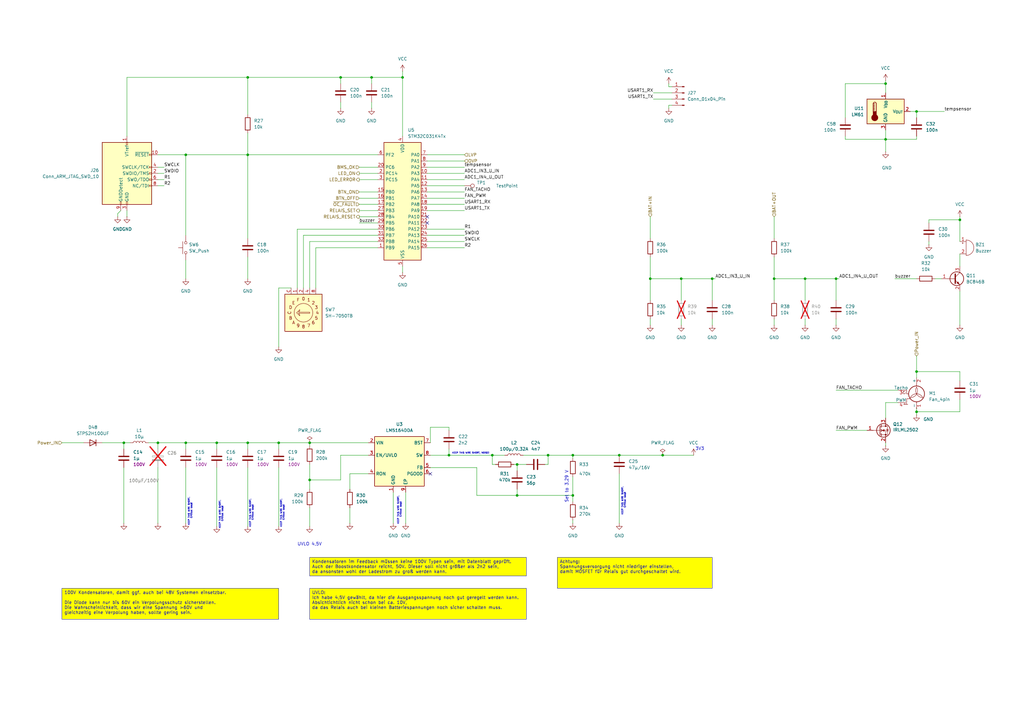
<source format=kicad_sch>
(kicad_sch
	(version 20250114)
	(generator "eeschema")
	(generator_version "9.0")
	(uuid "72baee58-3acb-4381-8344-e659d9461441")
	(paper "A3")
	(lib_symbols
		(symbol "Connector:Conn_01x04_Pin"
			(pin_names
				(offset 1.016)
				(hide yes)
			)
			(exclude_from_sim no)
			(in_bom yes)
			(on_board yes)
			(property "Reference" "J"
				(at 0 5.08 0)
				(effects
					(font
						(size 1.27 1.27)
					)
				)
			)
			(property "Value" "Conn_01x04_Pin"
				(at 0 -7.62 0)
				(effects
					(font
						(size 1.27 1.27)
					)
				)
			)
			(property "Footprint" ""
				(at 0 0 0)
				(effects
					(font
						(size 1.27 1.27)
					)
					(hide yes)
				)
			)
			(property "Datasheet" "~"
				(at 0 0 0)
				(effects
					(font
						(size 1.27 1.27)
					)
					(hide yes)
				)
			)
			(property "Description" "Generic connector, single row, 01x04, script generated"
				(at 0 0 0)
				(effects
					(font
						(size 1.27 1.27)
					)
					(hide yes)
				)
			)
			(property "ki_locked" ""
				(at 0 0 0)
				(effects
					(font
						(size 1.27 1.27)
					)
				)
			)
			(property "ki_keywords" "connector"
				(at 0 0 0)
				(effects
					(font
						(size 1.27 1.27)
					)
					(hide yes)
				)
			)
			(property "ki_fp_filters" "Connector*:*_1x??_*"
				(at 0 0 0)
				(effects
					(font
						(size 1.27 1.27)
					)
					(hide yes)
				)
			)
			(symbol "Conn_01x04_Pin_1_1"
				(rectangle
					(start 0.8636 2.667)
					(end 0 2.413)
					(stroke
						(width 0.1524)
						(type default)
					)
					(fill
						(type outline)
					)
				)
				(rectangle
					(start 0.8636 0.127)
					(end 0 -0.127)
					(stroke
						(width 0.1524)
						(type default)
					)
					(fill
						(type outline)
					)
				)
				(rectangle
					(start 0.8636 -2.413)
					(end 0 -2.667)
					(stroke
						(width 0.1524)
						(type default)
					)
					(fill
						(type outline)
					)
				)
				(rectangle
					(start 0.8636 -4.953)
					(end 0 -5.207)
					(stroke
						(width 0.1524)
						(type default)
					)
					(fill
						(type outline)
					)
				)
				(polyline
					(pts
						(xy 1.27 2.54) (xy 0.8636 2.54)
					)
					(stroke
						(width 0.1524)
						(type default)
					)
					(fill
						(type none)
					)
				)
				(polyline
					(pts
						(xy 1.27 0) (xy 0.8636 0)
					)
					(stroke
						(width 0.1524)
						(type default)
					)
					(fill
						(type none)
					)
				)
				(polyline
					(pts
						(xy 1.27 -2.54) (xy 0.8636 -2.54)
					)
					(stroke
						(width 0.1524)
						(type default)
					)
					(fill
						(type none)
					)
				)
				(polyline
					(pts
						(xy 1.27 -5.08) (xy 0.8636 -5.08)
					)
					(stroke
						(width 0.1524)
						(type default)
					)
					(fill
						(type none)
					)
				)
				(pin passive line
					(at 5.08 2.54 180)
					(length 3.81)
					(name "Pin_1"
						(effects
							(font
								(size 1.27 1.27)
							)
						)
					)
					(number "1"
						(effects
							(font
								(size 1.27 1.27)
							)
						)
					)
				)
				(pin passive line
					(at 5.08 0 180)
					(length 3.81)
					(name "Pin_2"
						(effects
							(font
								(size 1.27 1.27)
							)
						)
					)
					(number "2"
						(effects
							(font
								(size 1.27 1.27)
							)
						)
					)
				)
				(pin passive line
					(at 5.08 -2.54 180)
					(length 3.81)
					(name "Pin_3"
						(effects
							(font
								(size 1.27 1.27)
							)
						)
					)
					(number "3"
						(effects
							(font
								(size 1.27 1.27)
							)
						)
					)
				)
				(pin passive line
					(at 5.08 -5.08 180)
					(length 3.81)
					(name "Pin_4"
						(effects
							(font
								(size 1.27 1.27)
							)
						)
					)
					(number "4"
						(effects
							(font
								(size 1.27 1.27)
							)
						)
					)
				)
			)
			(embedded_fonts no)
		)
		(symbol "Connector:Conn_ARM_JTAG_SWD_10"
			(pin_names
				(offset 1.016)
			)
			(exclude_from_sim no)
			(in_bom yes)
			(on_board yes)
			(property "Reference" "J"
				(at -2.54 16.51 0)
				(effects
					(font
						(size 1.27 1.27)
					)
					(justify right)
				)
			)
			(property "Value" "Conn_ARM_JTAG_SWD_10"
				(at -2.54 13.97 0)
				(effects
					(font
						(size 1.27 1.27)
					)
					(justify right bottom)
				)
			)
			(property "Footprint" ""
				(at 0 0 0)
				(effects
					(font
						(size 1.27 1.27)
					)
					(hide yes)
				)
			)
			(property "Datasheet" "http://infocenter.arm.com/help/topic/com.arm.doc.ddi0314h/DDI0314H_coresight_components_trm.pdf"
				(at -8.89 -31.75 90)
				(effects
					(font
						(size 1.27 1.27)
					)
					(hide yes)
				)
			)
			(property "Description" "Cortex Debug Connector, standard ARM Cortex-M SWD and JTAG interface"
				(at 0 0 0)
				(effects
					(font
						(size 1.27 1.27)
					)
					(hide yes)
				)
			)
			(property "ki_keywords" "Cortex Debug Connector ARM SWD JTAG"
				(at 0 0 0)
				(effects
					(font
						(size 1.27 1.27)
					)
					(hide yes)
				)
			)
			(property "ki_fp_filters" "PinHeader?2x05?P1.27mm*"
				(at 0 0 0)
				(effects
					(font
						(size 1.27 1.27)
					)
					(hide yes)
				)
			)
			(symbol "Conn_ARM_JTAG_SWD_10_0_1"
				(rectangle
					(start -10.16 12.7)
					(end 10.16 -12.7)
					(stroke
						(width 0.254)
						(type default)
					)
					(fill
						(type background)
					)
				)
				(rectangle
					(start -2.794 -12.7)
					(end -2.286 -11.684)
					(stroke
						(width 0)
						(type default)
					)
					(fill
						(type none)
					)
				)
				(rectangle
					(start -0.254 12.7)
					(end 0.254 11.684)
					(stroke
						(width 0)
						(type default)
					)
					(fill
						(type none)
					)
				)
				(rectangle
					(start -0.254 -12.7)
					(end 0.254 -11.684)
					(stroke
						(width 0)
						(type default)
					)
					(fill
						(type none)
					)
				)
				(rectangle
					(start 9.144 2.286)
					(end 10.16 2.794)
					(stroke
						(width 0)
						(type default)
					)
					(fill
						(type none)
					)
				)
				(rectangle
					(start 10.16 7.874)
					(end 9.144 7.366)
					(stroke
						(width 0)
						(type default)
					)
					(fill
						(type none)
					)
				)
				(rectangle
					(start 10.16 -0.254)
					(end 9.144 0.254)
					(stroke
						(width 0)
						(type default)
					)
					(fill
						(type none)
					)
				)
				(rectangle
					(start 10.16 -2.794)
					(end 9.144 -2.286)
					(stroke
						(width 0)
						(type default)
					)
					(fill
						(type none)
					)
				)
			)
			(symbol "Conn_ARM_JTAG_SWD_10_1_1"
				(rectangle
					(start 9.144 -5.334)
					(end 10.16 -4.826)
					(stroke
						(width 0)
						(type default)
					)
					(fill
						(type none)
					)
				)
				(pin no_connect line
					(at -10.16 0 0)
					(length 2.54)
					(hide yes)
					(name "KEY"
						(effects
							(font
								(size 1.27 1.27)
							)
						)
					)
					(number "7"
						(effects
							(font
								(size 1.27 1.27)
							)
						)
					)
				)
				(pin passive line
					(at -2.54 -15.24 90)
					(length 2.54)
					(name "GNDDetect"
						(effects
							(font
								(size 1.27 1.27)
							)
						)
					)
					(number "9"
						(effects
							(font
								(size 1.27 1.27)
							)
						)
					)
				)
				(pin power_in line
					(at 0 15.24 270)
					(length 2.54)
					(name "VTref"
						(effects
							(font
								(size 1.27 1.27)
							)
						)
					)
					(number "1"
						(effects
							(font
								(size 1.27 1.27)
							)
						)
					)
				)
				(pin power_in line
					(at 0 -15.24 90)
					(length 2.54)
					(name "GND"
						(effects
							(font
								(size 1.27 1.27)
							)
						)
					)
					(number "3"
						(effects
							(font
								(size 1.27 1.27)
							)
						)
					)
				)
				(pin passive line
					(at 0 -15.24 90)
					(length 2.54)
					(hide yes)
					(name "GND"
						(effects
							(font
								(size 1.27 1.27)
							)
						)
					)
					(number "5"
						(effects
							(font
								(size 1.27 1.27)
							)
						)
					)
				)
				(pin open_collector line
					(at 12.7 7.62 180)
					(length 2.54)
					(name "~{RESET}"
						(effects
							(font
								(size 1.27 1.27)
							)
						)
					)
					(number "10"
						(effects
							(font
								(size 1.27 1.27)
							)
						)
					)
				)
				(pin output line
					(at 12.7 2.54 180)
					(length 2.54)
					(name "SWCLK/TCK"
						(effects
							(font
								(size 1.27 1.27)
							)
						)
					)
					(number "4"
						(effects
							(font
								(size 1.27 1.27)
							)
						)
					)
				)
				(pin bidirectional line
					(at 12.7 0 180)
					(length 2.54)
					(name "SWDIO/TMS"
						(effects
							(font
								(size 1.27 1.27)
							)
						)
					)
					(number "2"
						(effects
							(font
								(size 1.27 1.27)
							)
						)
					)
				)
				(pin input line
					(at 12.7 -2.54 180)
					(length 2.54)
					(name "SWO/TDO"
						(effects
							(font
								(size 1.27 1.27)
							)
						)
					)
					(number "6"
						(effects
							(font
								(size 1.27 1.27)
							)
						)
					)
				)
				(pin output line
					(at 12.7 -5.08 180)
					(length 2.54)
					(name "NC/TDI"
						(effects
							(font
								(size 1.27 1.27)
							)
						)
					)
					(number "8"
						(effects
							(font
								(size 1.27 1.27)
							)
						)
					)
				)
			)
			(embedded_fonts no)
		)
		(symbol "Connector:TestPoint"
			(pin_numbers
				(hide yes)
			)
			(pin_names
				(offset 0.762)
				(hide yes)
			)
			(exclude_from_sim no)
			(in_bom yes)
			(on_board yes)
			(property "Reference" "TP"
				(at 0 6.858 0)
				(effects
					(font
						(size 1.27 1.27)
					)
				)
			)
			(property "Value" "TestPoint"
				(at 0 5.08 0)
				(effects
					(font
						(size 1.27 1.27)
					)
				)
			)
			(property "Footprint" ""
				(at 5.08 0 0)
				(effects
					(font
						(size 1.27 1.27)
					)
					(hide yes)
				)
			)
			(property "Datasheet" "~"
				(at 5.08 0 0)
				(effects
					(font
						(size 1.27 1.27)
					)
					(hide yes)
				)
			)
			(property "Description" "test point"
				(at 0 0 0)
				(effects
					(font
						(size 1.27 1.27)
					)
					(hide yes)
				)
			)
			(property "ki_keywords" "test point tp"
				(at 0 0 0)
				(effects
					(font
						(size 1.27 1.27)
					)
					(hide yes)
				)
			)
			(property "ki_fp_filters" "Pin* Test*"
				(at 0 0 0)
				(effects
					(font
						(size 1.27 1.27)
					)
					(hide yes)
				)
			)
			(symbol "TestPoint_0_1"
				(circle
					(center 0 3.302)
					(radius 0.762)
					(stroke
						(width 0)
						(type default)
					)
					(fill
						(type none)
					)
				)
			)
			(symbol "TestPoint_1_1"
				(pin passive line
					(at 0 0 90)
					(length 2.54)
					(name "1"
						(effects
							(font
								(size 1.27 1.27)
							)
						)
					)
					(number "1"
						(effects
							(font
								(size 1.27 1.27)
							)
						)
					)
				)
			)
			(embedded_fonts no)
		)
		(symbol "Device:Buzzer"
			(pin_names
				(offset 0.0254)
				(hide yes)
			)
			(exclude_from_sim no)
			(in_bom yes)
			(on_board yes)
			(property "Reference" "BZ"
				(at 3.81 1.27 0)
				(effects
					(font
						(size 1.27 1.27)
					)
					(justify left)
				)
			)
			(property "Value" "Buzzer"
				(at 3.81 -1.27 0)
				(effects
					(font
						(size 1.27 1.27)
					)
					(justify left)
				)
			)
			(property "Footprint" ""
				(at -0.635 2.54 90)
				(effects
					(font
						(size 1.27 1.27)
					)
					(hide yes)
				)
			)
			(property "Datasheet" "~"
				(at -0.635 2.54 90)
				(effects
					(font
						(size 1.27 1.27)
					)
					(hide yes)
				)
			)
			(property "Description" "Buzzer, polarized"
				(at 0 0 0)
				(effects
					(font
						(size 1.27 1.27)
					)
					(hide yes)
				)
			)
			(property "ki_keywords" "quartz resonator ceramic"
				(at 0 0 0)
				(effects
					(font
						(size 1.27 1.27)
					)
					(hide yes)
				)
			)
			(property "ki_fp_filters" "*Buzzer*"
				(at 0 0 0)
				(effects
					(font
						(size 1.27 1.27)
					)
					(hide yes)
				)
			)
			(symbol "Buzzer_0_1"
				(polyline
					(pts
						(xy -1.651 1.905) (xy -1.143 1.905)
					)
					(stroke
						(width 0)
						(type default)
					)
					(fill
						(type none)
					)
				)
				(polyline
					(pts
						(xy -1.397 2.159) (xy -1.397 1.651)
					)
					(stroke
						(width 0)
						(type default)
					)
					(fill
						(type none)
					)
				)
				(arc
					(start 0 3.175)
					(mid 3.1612 0)
					(end 0 -3.175)
					(stroke
						(width 0)
						(type default)
					)
					(fill
						(type none)
					)
				)
				(polyline
					(pts
						(xy 0 3.175) (xy 0 -3.175)
					)
					(stroke
						(width 0)
						(type default)
					)
					(fill
						(type none)
					)
				)
			)
			(symbol "Buzzer_1_1"
				(pin passive line
					(at -2.54 2.54 0)
					(length 2.54)
					(name "+"
						(effects
							(font
								(size 1.27 1.27)
							)
						)
					)
					(number "1"
						(effects
							(font
								(size 1.27 1.27)
							)
						)
					)
				)
				(pin passive line
					(at -2.54 -2.54 0)
					(length 2.54)
					(name "-"
						(effects
							(font
								(size 1.27 1.27)
							)
						)
					)
					(number "2"
						(effects
							(font
								(size 1.27 1.27)
							)
						)
					)
				)
			)
			(embedded_fonts no)
		)
		(symbol "Device:C"
			(pin_numbers
				(hide yes)
			)
			(pin_names
				(offset 0.254)
			)
			(exclude_from_sim no)
			(in_bom yes)
			(on_board yes)
			(property "Reference" "C"
				(at 0.635 2.54 0)
				(effects
					(font
						(size 1.27 1.27)
					)
					(justify left)
				)
			)
			(property "Value" "C"
				(at 0.635 -2.54 0)
				(effects
					(font
						(size 1.27 1.27)
					)
					(justify left)
				)
			)
			(property "Footprint" ""
				(at 0.9652 -3.81 0)
				(effects
					(font
						(size 1.27 1.27)
					)
					(hide yes)
				)
			)
			(property "Datasheet" "~"
				(at 0 0 0)
				(effects
					(font
						(size 1.27 1.27)
					)
					(hide yes)
				)
			)
			(property "Description" "Unpolarized capacitor"
				(at 0 0 0)
				(effects
					(font
						(size 1.27 1.27)
					)
					(hide yes)
				)
			)
			(property "ki_keywords" "cap capacitor"
				(at 0 0 0)
				(effects
					(font
						(size 1.27 1.27)
					)
					(hide yes)
				)
			)
			(property "ki_fp_filters" "C_*"
				(at 0 0 0)
				(effects
					(font
						(size 1.27 1.27)
					)
					(hide yes)
				)
			)
			(symbol "C_0_1"
				(polyline
					(pts
						(xy -2.032 0.762) (xy 2.032 0.762)
					)
					(stroke
						(width 0.508)
						(type default)
					)
					(fill
						(type none)
					)
				)
				(polyline
					(pts
						(xy -2.032 -0.762) (xy 2.032 -0.762)
					)
					(stroke
						(width 0.508)
						(type default)
					)
					(fill
						(type none)
					)
				)
			)
			(symbol "C_1_1"
				(pin passive line
					(at 0 3.81 270)
					(length 2.794)
					(name "~"
						(effects
							(font
								(size 1.27 1.27)
							)
						)
					)
					(number "1"
						(effects
							(font
								(size 1.27 1.27)
							)
						)
					)
				)
				(pin passive line
					(at 0 -3.81 90)
					(length 2.794)
					(name "~"
						(effects
							(font
								(size 1.27 1.27)
							)
						)
					)
					(number "2"
						(effects
							(font
								(size 1.27 1.27)
							)
						)
					)
				)
			)
			(embedded_fonts no)
		)
		(symbol "Device:C_Polarized"
			(pin_numbers
				(hide yes)
			)
			(pin_names
				(offset 0.254)
			)
			(exclude_from_sim no)
			(in_bom yes)
			(on_board yes)
			(property "Reference" "C"
				(at 0.635 2.54 0)
				(effects
					(font
						(size 1.27 1.27)
					)
					(justify left)
				)
			)
			(property "Value" "C_Polarized"
				(at 0.635 -2.54 0)
				(effects
					(font
						(size 1.27 1.27)
					)
					(justify left)
				)
			)
			(property "Footprint" ""
				(at 0.9652 -3.81 0)
				(effects
					(font
						(size 1.27 1.27)
					)
					(hide yes)
				)
			)
			(property "Datasheet" "~"
				(at 0 0 0)
				(effects
					(font
						(size 1.27 1.27)
					)
					(hide yes)
				)
			)
			(property "Description" "Polarized capacitor"
				(at 0 0 0)
				(effects
					(font
						(size 1.27 1.27)
					)
					(hide yes)
				)
			)
			(property "ki_keywords" "cap capacitor"
				(at 0 0 0)
				(effects
					(font
						(size 1.27 1.27)
					)
					(hide yes)
				)
			)
			(property "ki_fp_filters" "CP_*"
				(at 0 0 0)
				(effects
					(font
						(size 1.27 1.27)
					)
					(hide yes)
				)
			)
			(symbol "C_Polarized_0_1"
				(rectangle
					(start -2.286 0.508)
					(end 2.286 1.016)
					(stroke
						(width 0)
						(type default)
					)
					(fill
						(type none)
					)
				)
				(polyline
					(pts
						(xy -1.778 2.286) (xy -0.762 2.286)
					)
					(stroke
						(width 0)
						(type default)
					)
					(fill
						(type none)
					)
				)
				(polyline
					(pts
						(xy -1.27 2.794) (xy -1.27 1.778)
					)
					(stroke
						(width 0)
						(type default)
					)
					(fill
						(type none)
					)
				)
				(rectangle
					(start 2.286 -0.508)
					(end -2.286 -1.016)
					(stroke
						(width 0)
						(type default)
					)
					(fill
						(type outline)
					)
				)
			)
			(symbol "C_Polarized_1_1"
				(pin passive line
					(at 0 3.81 270)
					(length 2.794)
					(name "~"
						(effects
							(font
								(size 1.27 1.27)
							)
						)
					)
					(number "1"
						(effects
							(font
								(size 1.27 1.27)
							)
						)
					)
				)
				(pin passive line
					(at 0 -3.81 90)
					(length 2.794)
					(name "~"
						(effects
							(font
								(size 1.27 1.27)
							)
						)
					)
					(number "2"
						(effects
							(font
								(size 1.27 1.27)
							)
						)
					)
				)
			)
			(embedded_fonts no)
		)
		(symbol "Device:D"
			(pin_numbers
				(hide yes)
			)
			(pin_names
				(offset 1.016)
				(hide yes)
			)
			(exclude_from_sim no)
			(in_bom yes)
			(on_board yes)
			(property "Reference" "D"
				(at 0 2.54 0)
				(effects
					(font
						(size 1.27 1.27)
					)
				)
			)
			(property "Value" "D"
				(at 0 -2.54 0)
				(effects
					(font
						(size 1.27 1.27)
					)
				)
			)
			(property "Footprint" ""
				(at 0 0 0)
				(effects
					(font
						(size 1.27 1.27)
					)
					(hide yes)
				)
			)
			(property "Datasheet" "~"
				(at 0 0 0)
				(effects
					(font
						(size 1.27 1.27)
					)
					(hide yes)
				)
			)
			(property "Description" "Diode"
				(at 0 0 0)
				(effects
					(font
						(size 1.27 1.27)
					)
					(hide yes)
				)
			)
			(property "Sim.Device" "D"
				(at 0 0 0)
				(effects
					(font
						(size 1.27 1.27)
					)
					(hide yes)
				)
			)
			(property "Sim.Pins" "1=K 2=A"
				(at 0 0 0)
				(effects
					(font
						(size 1.27 1.27)
					)
					(hide yes)
				)
			)
			(property "ki_keywords" "diode"
				(at 0 0 0)
				(effects
					(font
						(size 1.27 1.27)
					)
					(hide yes)
				)
			)
			(property "ki_fp_filters" "TO-???* *_Diode_* *SingleDiode* D_*"
				(at 0 0 0)
				(effects
					(font
						(size 1.27 1.27)
					)
					(hide yes)
				)
			)
			(symbol "D_0_1"
				(polyline
					(pts
						(xy -1.27 1.27) (xy -1.27 -1.27)
					)
					(stroke
						(width 0.254)
						(type default)
					)
					(fill
						(type none)
					)
				)
				(polyline
					(pts
						(xy 1.27 1.27) (xy 1.27 -1.27) (xy -1.27 0) (xy 1.27 1.27)
					)
					(stroke
						(width 0.254)
						(type default)
					)
					(fill
						(type none)
					)
				)
				(polyline
					(pts
						(xy 1.27 0) (xy -1.27 0)
					)
					(stroke
						(width 0)
						(type default)
					)
					(fill
						(type none)
					)
				)
			)
			(symbol "D_1_1"
				(pin passive line
					(at -3.81 0 0)
					(length 2.54)
					(name "K"
						(effects
							(font
								(size 1.27 1.27)
							)
						)
					)
					(number "1"
						(effects
							(font
								(size 1.27 1.27)
							)
						)
					)
				)
				(pin passive line
					(at 3.81 0 180)
					(length 2.54)
					(name "A"
						(effects
							(font
								(size 1.27 1.27)
							)
						)
					)
					(number "2"
						(effects
							(font
								(size 1.27 1.27)
							)
						)
					)
				)
			)
			(embedded_fonts no)
		)
		(symbol "Device:L"
			(pin_numbers
				(hide yes)
			)
			(pin_names
				(offset 1.016)
				(hide yes)
			)
			(exclude_from_sim no)
			(in_bom yes)
			(on_board yes)
			(property "Reference" "L"
				(at -1.27 0 90)
				(effects
					(font
						(size 1.27 1.27)
					)
				)
			)
			(property "Value" "L"
				(at 1.905 0 90)
				(effects
					(font
						(size 1.27 1.27)
					)
				)
			)
			(property "Footprint" ""
				(at 0 0 0)
				(effects
					(font
						(size 1.27 1.27)
					)
					(hide yes)
				)
			)
			(property "Datasheet" "~"
				(at 0 0 0)
				(effects
					(font
						(size 1.27 1.27)
					)
					(hide yes)
				)
			)
			(property "Description" "Inductor"
				(at 0 0 0)
				(effects
					(font
						(size 1.27 1.27)
					)
					(hide yes)
				)
			)
			(property "ki_keywords" "inductor choke coil reactor magnetic"
				(at 0 0 0)
				(effects
					(font
						(size 1.27 1.27)
					)
					(hide yes)
				)
			)
			(property "ki_fp_filters" "Choke_* *Coil* Inductor_* L_*"
				(at 0 0 0)
				(effects
					(font
						(size 1.27 1.27)
					)
					(hide yes)
				)
			)
			(symbol "L_0_1"
				(arc
					(start 0 2.54)
					(mid 0.6323 1.905)
					(end 0 1.27)
					(stroke
						(width 0)
						(type default)
					)
					(fill
						(type none)
					)
				)
				(arc
					(start 0 1.27)
					(mid 0.6323 0.635)
					(end 0 0)
					(stroke
						(width 0)
						(type default)
					)
					(fill
						(type none)
					)
				)
				(arc
					(start 0 0)
					(mid 0.6323 -0.635)
					(end 0 -1.27)
					(stroke
						(width 0)
						(type default)
					)
					(fill
						(type none)
					)
				)
				(arc
					(start 0 -1.27)
					(mid 0.6323 -1.905)
					(end 0 -2.54)
					(stroke
						(width 0)
						(type default)
					)
					(fill
						(type none)
					)
				)
			)
			(symbol "L_1_1"
				(pin passive line
					(at 0 3.81 270)
					(length 1.27)
					(name "1"
						(effects
							(font
								(size 1.27 1.27)
							)
						)
					)
					(number "1"
						(effects
							(font
								(size 1.27 1.27)
							)
						)
					)
				)
				(pin passive line
					(at 0 -3.81 90)
					(length 1.27)
					(name "2"
						(effects
							(font
								(size 1.27 1.27)
							)
						)
					)
					(number "2"
						(effects
							(font
								(size 1.27 1.27)
							)
						)
					)
				)
			)
			(embedded_fonts no)
		)
		(symbol "Device:R"
			(pin_numbers
				(hide yes)
			)
			(pin_names
				(offset 0)
			)
			(exclude_from_sim no)
			(in_bom yes)
			(on_board yes)
			(property "Reference" "R"
				(at 2.032 0 90)
				(effects
					(font
						(size 1.27 1.27)
					)
				)
			)
			(property "Value" "R"
				(at 0 0 90)
				(effects
					(font
						(size 1.27 1.27)
					)
				)
			)
			(property "Footprint" ""
				(at -1.778 0 90)
				(effects
					(font
						(size 1.27 1.27)
					)
					(hide yes)
				)
			)
			(property "Datasheet" "~"
				(at 0 0 0)
				(effects
					(font
						(size 1.27 1.27)
					)
					(hide yes)
				)
			)
			(property "Description" "Resistor"
				(at 0 0 0)
				(effects
					(font
						(size 1.27 1.27)
					)
					(hide yes)
				)
			)
			(property "ki_keywords" "R res resistor"
				(at 0 0 0)
				(effects
					(font
						(size 1.27 1.27)
					)
					(hide yes)
				)
			)
			(property "ki_fp_filters" "R_*"
				(at 0 0 0)
				(effects
					(font
						(size 1.27 1.27)
					)
					(hide yes)
				)
			)
			(symbol "R_0_1"
				(rectangle
					(start -1.016 -2.54)
					(end 1.016 2.54)
					(stroke
						(width 0.254)
						(type default)
					)
					(fill
						(type none)
					)
				)
			)
			(symbol "R_1_1"
				(pin passive line
					(at 0 3.81 270)
					(length 1.27)
					(name "~"
						(effects
							(font
								(size 1.27 1.27)
							)
						)
					)
					(number "1"
						(effects
							(font
								(size 1.27 1.27)
							)
						)
					)
				)
				(pin passive line
					(at 0 -3.81 90)
					(length 1.27)
					(name "~"
						(effects
							(font
								(size 1.27 1.27)
							)
						)
					)
					(number "2"
						(effects
							(font
								(size 1.27 1.27)
							)
						)
					)
				)
			)
			(embedded_fonts no)
		)
		(symbol "MCU_ST_STM32C0:STM32C031K4Tx"
			(exclude_from_sim no)
			(in_bom yes)
			(on_board yes)
			(property "Reference" "U"
				(at -7.62 26.67 0)
				(effects
					(font
						(size 1.27 1.27)
					)
					(justify left)
				)
			)
			(property "Value" "STM32C031K4Tx"
				(at 2.54 26.67 0)
				(effects
					(font
						(size 1.27 1.27)
					)
					(justify left)
				)
			)
			(property "Footprint" "Package_QFP:LQFP-32_7x7mm_P0.8mm"
				(at -7.62 -22.86 0)
				(effects
					(font
						(size 1.27 1.27)
					)
					(justify right)
					(hide yes)
				)
			)
			(property "Datasheet" "https://www.st.com/resource/en/datasheet/stm32c031k4.pdf"
				(at 0 0 0)
				(effects
					(font
						(size 1.27 1.27)
					)
					(hide yes)
				)
			)
			(property "Description" "STMicroelectronics Arm Cortex-M0+ MCU, 16KB flash, 12KB RAM, 48 MHz, 2.0-3.6V, 30 GPIO, LQFP32"
				(at 0 0 0)
				(effects
					(font
						(size 1.27 1.27)
					)
					(hide yes)
				)
			)
			(property "ki_keywords" "Arm Cortex-M0+ STM32C0 STM32C0x1"
				(at 0 0 0)
				(effects
					(font
						(size 1.27 1.27)
					)
					(hide yes)
				)
			)
			(property "ki_fp_filters" "LQFP*7x7mm*P0.8mm*"
				(at 0 0 0)
				(effects
					(font
						(size 1.27 1.27)
					)
					(hide yes)
				)
			)
			(symbol "STM32C031K4Tx_0_1"
				(rectangle
					(start -7.62 -22.86)
					(end 7.62 25.4)
					(stroke
						(width 0.254)
						(type default)
					)
					(fill
						(type background)
					)
				)
			)
			(symbol "STM32C031K4Tx_1_1"
				(pin bidirectional line
					(at -10.16 20.32 0)
					(length 2.54)
					(name "PF2"
						(effects
							(font
								(size 1.27 1.27)
							)
						)
					)
					(number "6"
						(effects
							(font
								(size 1.27 1.27)
							)
						)
					)
					(alternate "RCC_MCO" bidirectional line)
					(alternate "TIM1_CH4" bidirectional line)
				)
				(pin bidirectional line
					(at -10.16 15.24 0)
					(length 2.54)
					(name "PC6"
						(effects
							(font
								(size 1.27 1.27)
							)
						)
					)
					(number "20"
						(effects
							(font
								(size 1.27 1.27)
							)
						)
					)
					(alternate "TIM3_CH1" bidirectional line)
				)
				(pin bidirectional line
					(at -10.16 12.7 0)
					(length 2.54)
					(name "PC14"
						(effects
							(font
								(size 1.27 1.27)
							)
						)
					)
					(number "2"
						(effects
							(font
								(size 1.27 1.27)
							)
						)
					)
					(alternate "I2C1_SDA" bidirectional line)
					(alternate "IR_OUT" bidirectional line)
					(alternate "RCC_OSCX_IN" bidirectional line)
					(alternate "TIM17_CH1" bidirectional line)
					(alternate "TIM1_BKIN2" bidirectional line)
					(alternate "TIM1_ETR" bidirectional line)
					(alternate "TIM3_CH2" bidirectional line)
					(alternate "USART1_TX" bidirectional line)
					(alternate "USART2_CK" bidirectional line)
					(alternate "USART2_DE" bidirectional line)
					(alternate "USART2_RTS" bidirectional line)
				)
				(pin bidirectional line
					(at -10.16 10.16 0)
					(length 2.54)
					(name "PC15"
						(effects
							(font
								(size 1.27 1.27)
							)
						)
					)
					(number "3"
						(effects
							(font
								(size 1.27 1.27)
							)
						)
					)
					(alternate "RCC_OSC32_EN" bidirectional line)
					(alternate "RCC_OSCX_OUT" bidirectional line)
					(alternate "RCC_OSC_EN" bidirectional line)
					(alternate "TIM1_ETR" bidirectional line)
					(alternate "TIM3_CH3" bidirectional line)
				)
				(pin bidirectional line
					(at -10.16 5.08 0)
					(length 2.54)
					(name "PB0"
						(effects
							(font
								(size 1.27 1.27)
							)
						)
					)
					(number "15"
						(effects
							(font
								(size 1.27 1.27)
							)
						)
					)
					(alternate "ADC1_IN17" bidirectional line)
					(alternate "I2S1_WS" bidirectional line)
					(alternate "SPI1_NSS" bidirectional line)
					(alternate "TIM1_CH2N" bidirectional line)
					(alternate "TIM3_CH3" bidirectional line)
				)
				(pin bidirectional line
					(at -10.16 2.54 0)
					(length 2.54)
					(name "PB1"
						(effects
							(font
								(size 1.27 1.27)
							)
						)
					)
					(number "16"
						(effects
							(font
								(size 1.27 1.27)
							)
						)
					)
					(alternate "ADC1_IN18" bidirectional line)
					(alternate "TIM14_CH1" bidirectional line)
					(alternate "TIM1_CH2N" bidirectional line)
					(alternate "TIM1_CH3N" bidirectional line)
					(alternate "TIM3_CH4" bidirectional line)
				)
				(pin bidirectional line
					(at -10.16 0 0)
					(length 2.54)
					(name "PB2"
						(effects
							(font
								(size 1.27 1.27)
							)
						)
					)
					(number "17"
						(effects
							(font
								(size 1.27 1.27)
							)
						)
					)
					(alternate "ADC1_IN19" bidirectional line)
					(alternate "RCC_MCO_2" bidirectional line)
					(alternate "USART1_RX" bidirectional line)
				)
				(pin bidirectional line
					(at -10.16 -2.54 0)
					(length 2.54)
					(name "PB3"
						(effects
							(font
								(size 1.27 1.27)
							)
						)
					)
					(number "27"
						(effects
							(font
								(size 1.27 1.27)
							)
						)
					)
					(alternate "I2S1_CK" bidirectional line)
					(alternate "SPI1_SCK" bidirectional line)
					(alternate "TIM1_CH2" bidirectional line)
					(alternate "TIM3_CH2" bidirectional line)
					(alternate "USART1_CK" bidirectional line)
					(alternate "USART1_DE" bidirectional line)
					(alternate "USART1_RTS" bidirectional line)
				)
				(pin bidirectional line
					(at -10.16 -5.08 0)
					(length 2.54)
					(name "PB4"
						(effects
							(font
								(size 1.27 1.27)
							)
						)
					)
					(number "28"
						(effects
							(font
								(size 1.27 1.27)
							)
						)
					)
					(alternate "I2S1_MCK" bidirectional line)
					(alternate "SPI1_MISO" bidirectional line)
					(alternate "TIM17_BKIN" bidirectional line)
					(alternate "TIM3_CH1" bidirectional line)
					(alternate "USART1_CTS" bidirectional line)
					(alternate "USART1_NSS" bidirectional line)
				)
				(pin bidirectional line
					(at -10.16 -7.62 0)
					(length 2.54)
					(name "PB5"
						(effects
							(font
								(size 1.27 1.27)
							)
						)
					)
					(number "29"
						(effects
							(font
								(size 1.27 1.27)
							)
						)
					)
					(alternate "I2C1_SMBA" bidirectional line)
					(alternate "I2S1_SD" bidirectional line)
					(alternate "PWR_WKUP6" bidirectional line)
					(alternate "SPI1_MOSI" bidirectional line)
					(alternate "TIM16_BKIN" bidirectional line)
					(alternate "TIM3_CH2" bidirectional line)
					(alternate "TIM3_CH3" bidirectional line)
				)
				(pin bidirectional line
					(at -10.16 -10.16 0)
					(length 2.54)
					(name "PB6"
						(effects
							(font
								(size 1.27 1.27)
							)
						)
					)
					(number "30"
						(effects
							(font
								(size 1.27 1.27)
							)
						)
					)
					(alternate "I2C1_SCL" bidirectional line)
					(alternate "I2C1_SMBA" bidirectional line)
					(alternate "I2S1_CK" bidirectional line)
					(alternate "I2S1_MCK" bidirectional line)
					(alternate "I2S1_SD" bidirectional line)
					(alternate "PWR_WKUP3" bidirectional line)
					(alternate "SPI1_MISO" bidirectional line)
					(alternate "SPI1_MOSI" bidirectional line)
					(alternate "SPI1_SCK" bidirectional line)
					(alternate "TIM16_BKIN" bidirectional line)
					(alternate "TIM16_CH1N" bidirectional line)
					(alternate "TIM17_BKIN" bidirectional line)
					(alternate "TIM1_CH2" bidirectional line)
					(alternate "TIM1_CH3" bidirectional line)
					(alternate "TIM3_CH1" bidirectional line)
					(alternate "TIM3_CH2" bidirectional line)
					(alternate "TIM3_CH3" bidirectional line)
					(alternate "USART1_CK" bidirectional line)
					(alternate "USART1_CTS" bidirectional line)
					(alternate "USART1_DE" bidirectional line)
					(alternate "USART1_NSS" bidirectional line)
					(alternate "USART1_RTS" bidirectional line)
					(alternate "USART1_TX" bidirectional line)
				)
				(pin bidirectional line
					(at -10.16 -12.7 0)
					(length 2.54)
					(name "PB7"
						(effects
							(font
								(size 1.27 1.27)
							)
						)
					)
					(number "31"
						(effects
							(font
								(size 1.27 1.27)
							)
						)
					)
					(alternate "I2C1_SCL" bidirectional line)
					(alternate "I2C1_SDA" bidirectional line)
					(alternate "RTC_REFIN" bidirectional line)
					(alternate "TIM16_CH1" bidirectional line)
					(alternate "TIM17_CH1N" bidirectional line)
					(alternate "TIM1_CH4" bidirectional line)
					(alternate "TIM3_CH1" bidirectional line)
					(alternate "TIM3_CH4" bidirectional line)
					(alternate "USART1_RX" bidirectional line)
					(alternate "USART2_CTS" bidirectional line)
					(alternate "USART2_NSS" bidirectional line)
				)
				(pin bidirectional line
					(at -10.16 -15.24 0)
					(length 2.54)
					(name "PB8"
						(effects
							(font
								(size 1.27 1.27)
							)
						)
					)
					(number "32"
						(effects
							(font
								(size 1.27 1.27)
							)
						)
					)
					(alternate "I2C1_SCL" bidirectional line)
					(alternate "TIM16_CH1" bidirectional line)
					(alternate "TIM3_CH1" bidirectional line)
					(alternate "USART2_CTS" bidirectional line)
					(alternate "USART2_NSS" bidirectional line)
				)
				(pin bidirectional line
					(at -10.16 -17.78 0)
					(length 2.54)
					(name "PB9"
						(effects
							(font
								(size 1.27 1.27)
							)
						)
					)
					(number "1"
						(effects
							(font
								(size 1.27 1.27)
							)
						)
					)
					(alternate "I2C1_SDA" bidirectional line)
					(alternate "IR_OUT" bidirectional line)
					(alternate "TIM17_CH1" bidirectional line)
					(alternate "TIM3_CH2" bidirectional line)
					(alternate "USART2_CK" bidirectional line)
					(alternate "USART2_DE" bidirectional line)
					(alternate "USART2_RTS" bidirectional line)
				)
				(pin power_in line
					(at 0 27.94 270)
					(length 2.54)
					(name "VDD"
						(effects
							(font
								(size 1.27 1.27)
							)
						)
					)
					(number "4"
						(effects
							(font
								(size 1.27 1.27)
							)
						)
					)
				)
				(pin power_in line
					(at 0 -25.4 90)
					(length 2.54)
					(name "VSS"
						(effects
							(font
								(size 1.27 1.27)
							)
						)
					)
					(number "5"
						(effects
							(font
								(size 1.27 1.27)
							)
						)
					)
				)
				(pin bidirectional line
					(at 10.16 20.32 180)
					(length 2.54)
					(name "PA0"
						(effects
							(font
								(size 1.27 1.27)
							)
						)
					)
					(number "7"
						(effects
							(font
								(size 1.27 1.27)
							)
						)
					)
					(alternate "ADC1_IN0" bidirectional line)
					(alternate "PWR_WKUP1" bidirectional line)
					(alternate "TIM16_CH1" bidirectional line)
					(alternate "TIM1_CH1" bidirectional line)
					(alternate "USART1_TX" bidirectional line)
					(alternate "USART2_CTS" bidirectional line)
					(alternate "USART2_NSS" bidirectional line)
				)
				(pin bidirectional line
					(at 10.16 17.78 180)
					(length 2.54)
					(name "PA1"
						(effects
							(font
								(size 1.27 1.27)
							)
						)
					)
					(number "8"
						(effects
							(font
								(size 1.27 1.27)
							)
						)
					)
					(alternate "ADC1_IN1" bidirectional line)
					(alternate "I2C1_SMBA" bidirectional line)
					(alternate "I2S1_CK" bidirectional line)
					(alternate "SPI1_SCK" bidirectional line)
					(alternate "TIM17_CH1" bidirectional line)
					(alternate "TIM1_CH2" bidirectional line)
					(alternate "USART1_RX" bidirectional line)
					(alternate "USART2_CK" bidirectional line)
					(alternate "USART2_DE" bidirectional line)
					(alternate "USART2_RTS" bidirectional line)
				)
				(pin bidirectional line
					(at 10.16 15.24 180)
					(length 2.54)
					(name "PA2"
						(effects
							(font
								(size 1.27 1.27)
							)
						)
					)
					(number "9"
						(effects
							(font
								(size 1.27 1.27)
							)
						)
					)
					(alternate "ADC1_IN2" bidirectional line)
					(alternate "I2S1_SD" bidirectional line)
					(alternate "PWR_WKUP4" bidirectional line)
					(alternate "RCC_LSCO" bidirectional line)
					(alternate "SPI1_MOSI" bidirectional line)
					(alternate "TIM16_CH1N" bidirectional line)
					(alternate "TIM1_CH3" bidirectional line)
					(alternate "TIM3_ETR" bidirectional line)
					(alternate "USART2_TX" bidirectional line)
				)
				(pin bidirectional line
					(at 10.16 12.7 180)
					(length 2.54)
					(name "PA3"
						(effects
							(font
								(size 1.27 1.27)
							)
						)
					)
					(number "10"
						(effects
							(font
								(size 1.27 1.27)
							)
						)
					)
					(alternate "ADC1_IN3" bidirectional line)
					(alternate "TIM1_CH1N" bidirectional line)
					(alternate "TIM1_CH4" bidirectional line)
					(alternate "USART2_RX" bidirectional line)
				)
				(pin bidirectional line
					(at 10.16 10.16 180)
					(length 2.54)
					(name "PA4"
						(effects
							(font
								(size 1.27 1.27)
							)
						)
					)
					(number "11"
						(effects
							(font
								(size 1.27 1.27)
							)
						)
					)
					(alternate "ADC1_IN4" bidirectional line)
					(alternate "I2S1_WS" bidirectional line)
					(alternate "PWR_WKUP2" bidirectional line)
					(alternate "RTC_OUT1" bidirectional line)
					(alternate "RTC_TS" bidirectional line)
					(alternate "SPI1_NSS" bidirectional line)
					(alternate "TIM14_CH1" bidirectional line)
					(alternate "TIM17_CH1N" bidirectional line)
					(alternate "TIM1_CH2N" bidirectional line)
					(alternate "USART2_TX" bidirectional line)
				)
				(pin bidirectional line
					(at 10.16 7.62 180)
					(length 2.54)
					(name "PA5"
						(effects
							(font
								(size 1.27 1.27)
							)
						)
					)
					(number "12"
						(effects
							(font
								(size 1.27 1.27)
							)
						)
					)
					(alternate "ADC1_IN5" bidirectional line)
					(alternate "I2S1_CK" bidirectional line)
					(alternate "SPI1_SCK" bidirectional line)
					(alternate "TIM1_CH1" bidirectional line)
					(alternate "TIM1_CH3N" bidirectional line)
					(alternate "USART2_RX" bidirectional line)
				)
				(pin bidirectional line
					(at 10.16 5.08 180)
					(length 2.54)
					(name "PA6"
						(effects
							(font
								(size 1.27 1.27)
							)
						)
					)
					(number "13"
						(effects
							(font
								(size 1.27 1.27)
							)
						)
					)
					(alternate "ADC1_IN6" bidirectional line)
					(alternate "I2S1_MCK" bidirectional line)
					(alternate "SPI1_MISO" bidirectional line)
					(alternate "TIM16_CH1" bidirectional line)
					(alternate "TIM1_BKIN" bidirectional line)
					(alternate "TIM3_CH1" bidirectional line)
				)
				(pin bidirectional line
					(at 10.16 2.54 180)
					(length 2.54)
					(name "PA7"
						(effects
							(font
								(size 1.27 1.27)
							)
						)
					)
					(number "14"
						(effects
							(font
								(size 1.27 1.27)
							)
						)
					)
					(alternate "ADC1_IN7" bidirectional line)
					(alternate "I2S1_SD" bidirectional line)
					(alternate "SPI1_MOSI" bidirectional line)
					(alternate "TIM14_CH1" bidirectional line)
					(alternate "TIM17_CH1" bidirectional line)
					(alternate "TIM1_CH1N" bidirectional line)
					(alternate "TIM3_CH2" bidirectional line)
				)
				(pin bidirectional line
					(at 10.16 0 180)
					(length 2.54)
					(name "PA8"
						(effects
							(font
								(size 1.27 1.27)
							)
						)
					)
					(number "18"
						(effects
							(font
								(size 1.27 1.27)
							)
						)
					)
					(alternate "ADC1_IN8" bidirectional line)
					(alternate "I2S1_WS" bidirectional line)
					(alternate "RCC_MCO" bidirectional line)
					(alternate "RCC_MCO_2" bidirectional line)
					(alternate "SPI1_NSS" bidirectional line)
					(alternate "TIM14_CH1" bidirectional line)
					(alternate "TIM1_CH1" bidirectional line)
					(alternate "TIM1_CH2N" bidirectional line)
					(alternate "TIM1_CH3N" bidirectional line)
					(alternate "TIM3_CH3" bidirectional line)
					(alternate "TIM3_CH4" bidirectional line)
					(alternate "USART1_RX" bidirectional line)
					(alternate "USART2_TX" bidirectional line)
				)
				(pin bidirectional line
					(at 10.16 -2.54 180)
					(length 2.54)
					(name "PA9"
						(effects
							(font
								(size 1.27 1.27)
							)
						)
					)
					(number "19"
						(effects
							(font
								(size 1.27 1.27)
							)
						)
					)
					(alternate "I2C1_SCL" bidirectional line)
					(alternate "RCC_MCO" bidirectional line)
					(alternate "TIM1_CH2" bidirectional line)
					(alternate "TIM3_ETR" bidirectional line)
					(alternate "USART1_TX" bidirectional line)
				)
				(pin bidirectional line
					(at 10.16 -5.08 180)
					(length 2.54)
					(name "PA10"
						(effects
							(font
								(size 1.27 1.27)
							)
						)
					)
					(number "21"
						(effects
							(font
								(size 1.27 1.27)
							)
						)
					)
					(alternate "I2C1_SDA" bidirectional line)
					(alternate "RCC_MCO_2" bidirectional line)
					(alternate "TIM17_BKIN" bidirectional line)
					(alternate "TIM1_CH3" bidirectional line)
					(alternate "USART1_RX" bidirectional line)
				)
				(pin bidirectional line
					(at 10.16 -7.62 180)
					(length 2.54)
					(name "PA11"
						(effects
							(font
								(size 1.27 1.27)
							)
						)
					)
					(number "22"
						(effects
							(font
								(size 1.27 1.27)
							)
						)
					)
					(alternate "ADC1_EXTI11" bidirectional line)
					(alternate "ADC1_IN11" bidirectional line)
					(alternate "I2S1_MCK" bidirectional line)
					(alternate "SPI1_MISO" bidirectional line)
					(alternate "TIM1_BKIN2" bidirectional line)
					(alternate "TIM1_CH4" bidirectional line)
					(alternate "USART1_CTS" bidirectional line)
					(alternate "USART1_NSS" bidirectional line)
				)
				(pin bidirectional line
					(at 10.16 -10.16 180)
					(length 2.54)
					(name "PA12"
						(effects
							(font
								(size 1.27 1.27)
							)
						)
					)
					(number "23"
						(effects
							(font
								(size 1.27 1.27)
							)
						)
					)
					(alternate "ADC1_IN12" bidirectional line)
					(alternate "I2S1_SD" bidirectional line)
					(alternate "I2S_CKIN" bidirectional line)
					(alternate "SPI1_MOSI" bidirectional line)
					(alternate "TIM1_ETR" bidirectional line)
					(alternate "USART1_CK" bidirectional line)
					(alternate "USART1_DE" bidirectional line)
					(alternate "USART1_RTS" bidirectional line)
				)
				(pin bidirectional line
					(at 10.16 -12.7 180)
					(length 2.54)
					(name "PA13"
						(effects
							(font
								(size 1.27 1.27)
							)
						)
					)
					(number "24"
						(effects
							(font
								(size 1.27 1.27)
							)
						)
					)
					(alternate "ADC1_IN13" bidirectional line)
					(alternate "DEBUG_SWDIO" bidirectional line)
					(alternate "IR_OUT" bidirectional line)
					(alternate "TIM3_ETR" bidirectional line)
					(alternate "USART2_RX" bidirectional line)
				)
				(pin bidirectional line
					(at 10.16 -15.24 180)
					(length 2.54)
					(name "PA14"
						(effects
							(font
								(size 1.27 1.27)
							)
						)
					)
					(number "25"
						(effects
							(font
								(size 1.27 1.27)
							)
						)
					)
					(alternate "ADC1_IN14" bidirectional line)
					(alternate "DEBUG_SWCLK" bidirectional line)
					(alternate "I2S1_WS" bidirectional line)
					(alternate "RCC_MCO_2" bidirectional line)
					(alternate "SPI1_NSS" bidirectional line)
					(alternate "TIM1_CH1" bidirectional line)
					(alternate "USART1_CK" bidirectional line)
					(alternate "USART1_DE" bidirectional line)
					(alternate "USART1_RTS" bidirectional line)
					(alternate "USART2_RX" bidirectional line)
					(alternate "USART2_TX" bidirectional line)
				)
				(pin bidirectional line
					(at 10.16 -17.78 180)
					(length 2.54)
					(name "PA15"
						(effects
							(font
								(size 1.27 1.27)
							)
						)
					)
					(number "26"
						(effects
							(font
								(size 1.27 1.27)
							)
						)
					)
					(alternate "I2S1_WS" bidirectional line)
					(alternate "RCC_MCO_2" bidirectional line)
					(alternate "SPI1_NSS" bidirectional line)
					(alternate "TIM1_CH1" bidirectional line)
					(alternate "USART1_CK" bidirectional line)
					(alternate "USART1_DE" bidirectional line)
					(alternate "USART1_RTS" bidirectional line)
					(alternate "USART2_RX" bidirectional line)
				)
			)
			(embedded_fonts no)
		)
		(symbol "Motor:Fan_4pin"
			(pin_names
				(offset 0)
			)
			(exclude_from_sim no)
			(in_bom yes)
			(on_board yes)
			(property "Reference" "M"
				(at 2.54 5.08 0)
				(effects
					(font
						(size 1.27 1.27)
					)
					(justify left)
				)
			)
			(property "Value" "Fan_4pin"
				(at 2.54 -2.54 0)
				(effects
					(font
						(size 1.27 1.27)
					)
					(justify left top)
				)
			)
			(property "Footprint" ""
				(at 0 0.254 0)
				(effects
					(font
						(size 1.27 1.27)
					)
					(hide yes)
				)
			)
			(property "Datasheet" "http://www.formfactors.org/developer%5Cspecs%5Crev1_2_public.pdf"
				(at 0 0.254 0)
				(effects
					(font
						(size 1.27 1.27)
					)
					(hide yes)
				)
			)
			(property "Description" "Fan, tacho output, PWM input, 4-pin connector"
				(at 0 0 0)
				(effects
					(font
						(size 1.27 1.27)
					)
					(hide yes)
				)
			)
			(property "ki_keywords" "Fan Motor tacho PWM"
				(at 0 0 0)
				(effects
					(font
						(size 1.27 1.27)
					)
					(hide yes)
				)
			)
			(property "ki_fp_filters" "FanPinHeader*P2.54mm*Vertical* PinHeader*P2.54mm*Vertical* TerminalBlock*"
				(at 0 0 0)
				(effects
					(font
						(size 1.27 1.27)
					)
					(hide yes)
				)
			)
			(symbol "Fan_4pin_0_0"
				(polyline
					(pts
						(xy -5.08 2.032) (xy -5.334 2.159)
					)
					(stroke
						(width 0)
						(type default)
					)
					(fill
						(type none)
					)
				)
				(polyline
					(pts
						(xy -5.08 2.032) (xy -5.207 1.778)
					)
					(stroke
						(width 0)
						(type default)
					)
					(fill
						(type none)
					)
				)
				(arc
					(start -4.572 1.524)
					(mid -5.08 1.0182)
					(end -5.588 1.524)
					(stroke
						(width 0)
						(type default)
					)
					(fill
						(type none)
					)
				)
				(arc
					(start -5.588 1.524)
					(mid -5.4392 1.8832)
					(end -5.08 2.032)
					(stroke
						(width 0)
						(type default)
					)
					(fill
						(type none)
					)
				)
				(polyline
					(pts
						(xy -4.064 2.54) (xy -4.064 1.016) (xy -3.302 1.016)
					)
					(stroke
						(width 0)
						(type default)
					)
					(fill
						(type none)
					)
				)
			)
			(symbol "Fan_4pin_0_1"
				(polyline
					(pts
						(xy -5.334 -3.302) (xy -5.08 -3.302) (xy -5.08 -3.048) (xy -4.826 -3.048) (xy -4.826 -3.302) (xy -4.318 -3.302)
						(xy -4.318 -3.048) (xy -4.064 -3.048) (xy -4.064 -3.302) (xy -3.556 -3.302)
					)
					(stroke
						(width 0)
						(type default)
					)
					(fill
						(type none)
					)
				)
				(polyline
					(pts
						(xy -4.064 2.54) (xy -5.08 2.54)
					)
					(stroke
						(width 0)
						(type default)
					)
					(fill
						(type none)
					)
				)
				(polyline
					(pts
						(xy -2.54 -1.016) (xy -4.064 -1.016) (xy -4.064 -2.54) (xy -5.08 -2.54)
					)
					(stroke
						(width 0)
						(type default)
					)
					(fill
						(type none)
					)
				)
				(arc
					(start 0 3.81)
					(mid -0.0015 0.9048)
					(end -2.54 -0.508)
					(stroke
						(width 0)
						(type default)
					)
					(fill
						(type none)
					)
				)
				(polyline
					(pts
						(xy 0 4.572) (xy 0 5.08)
					)
					(stroke
						(width 0)
						(type default)
					)
					(fill
						(type none)
					)
				)
				(polyline
					(pts
						(xy 0 4.2672) (xy 0 4.6228)
					)
					(stroke
						(width 0)
						(type default)
					)
					(fill
						(type none)
					)
				)
				(circle
					(center 0 1.016)
					(radius 3.2512)
					(stroke
						(width 0.254)
						(type default)
					)
					(fill
						(type none)
					)
				)
				(arc
					(start -2.54 -0.508)
					(mid 0 1.0618)
					(end 2.54 -0.508)
					(stroke
						(width 0)
						(type default)
					)
					(fill
						(type none)
					)
				)
				(polyline
					(pts
						(xy 0 -2.2352) (xy 0 -2.6416)
					)
					(stroke
						(width 0)
						(type default)
					)
					(fill
						(type none)
					)
				)
				(polyline
					(pts
						(xy 0 -5.08) (xy 0 -4.572)
					)
					(stroke
						(width 0)
						(type default)
					)
					(fill
						(type none)
					)
				)
				(arc
					(start 2.54 -0.508)
					(mid 0.047 0.9315)
					(end 0 3.81)
					(stroke
						(width 0)
						(type default)
					)
					(fill
						(type none)
					)
				)
			)
			(symbol "Fan_4pin_1_1"
				(pin passive line
					(at -7.62 2.54 0)
					(length 2.54)
					(name "Tacho"
						(effects
							(font
								(size 1.27 1.27)
							)
						)
					)
					(number "3"
						(effects
							(font
								(size 1.27 1.27)
							)
						)
					)
				)
				(pin input line
					(at -7.62 -2.54 0)
					(length 2.54)
					(name "PWM"
						(effects
							(font
								(size 1.27 1.27)
							)
						)
					)
					(number "4"
						(effects
							(font
								(size 1.27 1.27)
							)
						)
					)
				)
				(pin passive line
					(at 0 7.62 270)
					(length 2.54)
					(name "+"
						(effects
							(font
								(size 1.27 1.27)
							)
						)
					)
					(number "2"
						(effects
							(font
								(size 1.27 1.27)
							)
						)
					)
				)
				(pin passive line
					(at 0 -5.08 90)
					(length 2.54)
					(name "-"
						(effects
							(font
								(size 1.27 1.27)
							)
						)
					)
					(number "1"
						(effects
							(font
								(size 1.27 1.27)
							)
						)
					)
				)
			)
			(embedded_fonts no)
		)
		(symbol "Regulator_Switching:LM5164DDA"
			(exclude_from_sim no)
			(in_bom yes)
			(on_board yes)
			(property "Reference" "U"
				(at -8.89 11.43 0)
				(effects
					(font
						(size 1.27 1.27)
					)
				)
			)
			(property "Value" "LM5164DDA"
				(at 5.08 11.43 0)
				(effects
					(font
						(size 1.27 1.27)
					)
				)
			)
			(property "Footprint" "Package_SO:HSOP-8-1EP_3.9x4.9mm_P1.27mm_EP2.41x3.1mm_ThermalVias"
				(at 1.27 -11.43 0)
				(effects
					(font
						(size 1.27 1.27)
					)
					(hide yes)
				)
			)
			(property "Datasheet" "https://www.ti.com/lit/ds/symlink/lm5164.pdf?ts=1598311864250&ref_url=https%253A%252F%252Fwww.ti.com%252Fproduct%252FLM5164%253FHQS%253DTI-null-null-octopart-df-pf-null-wwe"
				(at -7.62 8.89 0)
				(effects
					(font
						(size 1.27 1.27)
					)
					(hide yes)
				)
			)
			(property "Description" "1A synchronous buck converter with ultra-low IQ, 6V - 100V input, adjustable output voltage, HSOP-8"
				(at 0 0 0)
				(effects
					(font
						(size 1.27 1.27)
					)
					(hide yes)
				)
			)
			(property "ki_keywords" "step-down dc-dc buck regulator adjustable"
				(at 0 0 0)
				(effects
					(font
						(size 1.27 1.27)
					)
					(hide yes)
				)
			)
			(property "ki_fp_filters" "HSOP*1EP*3.9x4.9*P1.27mm*"
				(at 0 0 0)
				(effects
					(font
						(size 1.27 1.27)
					)
					(hide yes)
				)
			)
			(symbol "LM5164DDA_1_1"
				(rectangle
					(start -10.16 10.16)
					(end 10.16 -10.16)
					(stroke
						(width 0.254)
						(type default)
					)
					(fill
						(type background)
					)
				)
				(pin power_in line
					(at -12.7 7.62 0)
					(length 2.54)
					(name "VIN"
						(effects
							(font
								(size 1.27 1.27)
							)
						)
					)
					(number "2"
						(effects
							(font
								(size 1.27 1.27)
							)
						)
					)
				)
				(pin input line
					(at -12.7 2.54 0)
					(length 2.54)
					(name "EN/UVLO"
						(effects
							(font
								(size 1.27 1.27)
							)
						)
					)
					(number "3"
						(effects
							(font
								(size 1.27 1.27)
							)
						)
					)
				)
				(pin passive line
					(at -12.7 -5.08 0)
					(length 2.54)
					(name "RON"
						(effects
							(font
								(size 1.27 1.27)
							)
						)
					)
					(number "4"
						(effects
							(font
								(size 1.27 1.27)
							)
						)
					)
				)
				(pin power_in line
					(at -2.54 -12.7 90)
					(length 2.54)
					(name "GND"
						(effects
							(font
								(size 1.27 1.27)
							)
						)
					)
					(number "1"
						(effects
							(font
								(size 1.27 1.27)
							)
						)
					)
				)
				(pin passive line
					(at 2.54 -12.7 90)
					(length 2.54)
					(name "EP"
						(effects
							(font
								(size 1.27 1.27)
							)
						)
					)
					(number "9"
						(effects
							(font
								(size 1.27 1.27)
							)
						)
					)
				)
				(pin passive line
					(at 12.7 7.62 180)
					(length 2.54)
					(name "BST"
						(effects
							(font
								(size 1.27 1.27)
							)
						)
					)
					(number "7"
						(effects
							(font
								(size 1.27 1.27)
							)
						)
					)
				)
				(pin power_out line
					(at 12.7 2.54 180)
					(length 2.54)
					(name "SW"
						(effects
							(font
								(size 1.27 1.27)
							)
						)
					)
					(number "8"
						(effects
							(font
								(size 1.27 1.27)
							)
						)
					)
				)
				(pin input line
					(at 12.7 -2.54 180)
					(length 2.54)
					(name "FB"
						(effects
							(font
								(size 1.27 1.27)
							)
						)
					)
					(number "5"
						(effects
							(font
								(size 1.27 1.27)
							)
						)
					)
				)
				(pin open_collector line
					(at 12.7 -5.08 180)
					(length 2.54)
					(name "PGOOD"
						(effects
							(font
								(size 1.27 1.27)
							)
						)
					)
					(number "6"
						(effects
							(font
								(size 1.27 1.27)
							)
						)
					)
				)
			)
			(embedded_fonts no)
		)
		(symbol "Sensor_Temperature:MCP9700x-HTT"
			(exclude_from_sim no)
			(in_bom yes)
			(on_board yes)
			(property "Reference" "U"
				(at -6.35 6.35 0)
				(effects
					(font
						(size 1.27 1.27)
					)
				)
			)
			(property "Value" "MCP9700x-HTT"
				(at 1.27 6.35 0)
				(effects
					(font
						(size 1.27 1.27)
					)
					(justify left)
				)
			)
			(property "Footprint" "Package_TO_SOT_SMD:SOT-23"
				(at 0 -10.16 0)
				(effects
					(font
						(size 1.27 1.27)
					)
					(hide yes)
				)
			)
			(property "Datasheet" "http://ww1.microchip.com/downloads/en/devicedoc/20001942g.pdf"
				(at -3.81 6.35 0)
				(effects
					(font
						(size 1.27 1.27)
					)
					(hide yes)
				)
			)
			(property "Description" "Low power, analog thermistor temperature sensor, ±4C accuracy, -40C to +150C, in SOT-23-3"
				(at 0 0 0)
				(effects
					(font
						(size 1.27 1.27)
					)
					(hide yes)
				)
			)
			(property "ki_keywords" "temperature sensor thermistor"
				(at 0 0 0)
				(effects
					(font
						(size 1.27 1.27)
					)
					(hide yes)
				)
			)
			(property "ki_fp_filters" "SOT?23*"
				(at 0 0 0)
				(effects
					(font
						(size 1.27 1.27)
					)
					(hide yes)
				)
			)
			(symbol "MCP9700x-HTT_0_1"
				(rectangle
					(start -7.62 5.08)
					(end 7.62 -5.08)
					(stroke
						(width 0.254)
						(type default)
					)
					(fill
						(type background)
					)
				)
				(polyline
					(pts
						(xy -5.08 3.175) (xy -5.08 0)
					)
					(stroke
						(width 0.254)
						(type default)
					)
					(fill
						(type none)
					)
				)
				(polyline
					(pts
						(xy -5.08 3.175) (xy -4.445 3.175)
					)
					(stroke
						(width 0.254)
						(type default)
					)
					(fill
						(type none)
					)
				)
				(polyline
					(pts
						(xy -5.08 2.54) (xy -4.445 2.54)
					)
					(stroke
						(width 0.254)
						(type default)
					)
					(fill
						(type none)
					)
				)
				(polyline
					(pts
						(xy -5.08 1.905) (xy -4.445 1.905)
					)
					(stroke
						(width 0.254)
						(type default)
					)
					(fill
						(type none)
					)
				)
				(polyline
					(pts
						(xy -5.08 1.27) (xy -4.445 1.27)
					)
					(stroke
						(width 0.254)
						(type default)
					)
					(fill
						(type none)
					)
				)
				(polyline
					(pts
						(xy -5.08 0.635) (xy -4.445 0.635)
					)
					(stroke
						(width 0.254)
						(type default)
					)
					(fill
						(type none)
					)
				)
				(arc
					(start -5.08 3.175)
					(mid -4.445 3.8073)
					(end -3.81 3.175)
					(stroke
						(width 0.254)
						(type default)
					)
					(fill
						(type none)
					)
				)
				(circle
					(center -4.445 -2.54)
					(radius 1.27)
					(stroke
						(width 0.254)
						(type default)
					)
					(fill
						(type outline)
					)
				)
				(polyline
					(pts
						(xy -3.81 3.175) (xy -3.81 0)
					)
					(stroke
						(width 0.254)
						(type default)
					)
					(fill
						(type none)
					)
				)
				(rectangle
					(start -3.81 -1.905)
					(end -5.08 0)
					(stroke
						(width 0.254)
						(type default)
					)
					(fill
						(type outline)
					)
				)
			)
			(symbol "MCP9700x-HTT_1_1"
				(pin power_in line
					(at 0 7.62 270)
					(length 2.54)
					(name "V_{DD}"
						(effects
							(font
								(size 1.27 1.27)
							)
						)
					)
					(number "1"
						(effects
							(font
								(size 1.27 1.27)
							)
						)
					)
				)
				(pin power_in line
					(at 0 -7.62 90)
					(length 2.54)
					(name "GND"
						(effects
							(font
								(size 1.27 1.27)
							)
						)
					)
					(number "3"
						(effects
							(font
								(size 1.27 1.27)
							)
						)
					)
				)
				(pin output line
					(at 10.16 0 180)
					(length 2.54)
					(name "V_{OUT}"
						(effects
							(font
								(size 1.27 1.27)
							)
						)
					)
					(number "2"
						(effects
							(font
								(size 1.27 1.27)
							)
						)
					)
				)
			)
			(embedded_fonts no)
		)
		(symbol "Switch:SW_Coded_SH-7050"
			(pin_names
				(hide yes)
			)
			(exclude_from_sim no)
			(in_bom yes)
			(on_board yes)
			(property "Reference" "SW"
				(at -7.62 8.89 0)
				(effects
					(font
						(size 1.27 1.27)
					)
					(justify left)
				)
			)
			(property "Value" "SW_Coded_SH-7050"
				(at -7.62 -8.89 0)
				(effects
					(font
						(size 1.27 1.27)
					)
					(justify left)
				)
			)
			(property "Footprint" ""
				(at -7.62 -11.43 0)
				(effects
					(font
						(size 1.27 1.27)
					)
					(justify left)
					(hide yes)
				)
			)
			(property "Datasheet" "https://www.nidec-copal-electronics.com/e/catalog/switch/sh-7000.pdf"
				(at 0 0 0)
				(effects
					(font
						(size 1.27 1.27)
					)
					(hide yes)
				)
			)
			(property "Description" "Rotary switch, 4-bit encoding, 16 positions, Real code"
				(at 0 0 0)
				(effects
					(font
						(size 1.27 1.27)
					)
					(hide yes)
				)
			)
			(property "ki_keywords" "rotary hex Real"
				(at 0 0 0)
				(effects
					(font
						(size 1.27 1.27)
					)
					(hide yes)
				)
			)
			(property "ki_fp_filters" "Nidec*Copal*SH*7010*"
				(at 0 0 0)
				(effects
					(font
						(size 1.27 1.27)
					)
					(hide yes)
				)
			)
			(symbol "SW_Coded_SH-7050_0_0"
				(text "8"
					(at -5.715 0 900)
					(effects
						(font
							(size 1.27 1.27)
						)
					)
				)
				(text "9"
					(at -5.2832 2.1844 675)
					(effects
						(font
							(size 1.27 1.27)
						)
					)
				)
				(text "7"
					(at -5.2832 -2.1844 1125)
					(effects
						(font
							(size 1.27 1.27)
						)
					)
				)
				(text "A"
					(at -4.0386 4.0386 450)
					(effects
						(font
							(size 1.27 1.27)
						)
					)
				)
				(text "6"
					(at -4.0386 -4.0386 1350)
					(effects
						(font
							(size 1.27 1.27)
						)
					)
				)
				(text "B"
					(at -2.1844 5.2832 225)
					(effects
						(font
							(size 1.27 1.27)
						)
					)
				)
				(text "5"
					(at -2.1844 -5.2832 1575)
					(effects
						(font
							(size 1.27 1.27)
						)
					)
				)
				(text "C"
					(at 0 5.715 0)
					(effects
						(font
							(size 1.27 1.27)
						)
					)
				)
				(text "4"
					(at 0 -5.715 1800)
					(effects
						(font
							(size 1.27 1.27)
						)
					)
				)
				(text "D"
					(at 2.1844 5.2832 3375)
					(effects
						(font
							(size 1.27 1.27)
						)
					)
				)
				(text "3"
					(at 2.1844 -5.2832 2025)
					(effects
						(font
							(size 1.27 1.27)
						)
					)
				)
				(text "E"
					(at 4.0386 4.0386 3150)
					(effects
						(font
							(size 1.27 1.27)
						)
					)
				)
				(text "2"
					(at 4.0386 -4.0386 2250)
					(effects
						(font
							(size 1.27 1.27)
						)
					)
				)
				(text "F"
					(at 5.2832 2.1844 2925)
					(effects
						(font
							(size 1.27 1.27)
						)
					)
				)
				(text "1"
					(at 5.2832 -2.1844 2475)
					(effects
						(font
							(size 1.27 1.27)
						)
					)
				)
				(text "0"
					(at 5.715 0 2700)
					(effects
						(font
							(size 1.27 1.27)
						)
					)
				)
			)
			(symbol "SW_Coded_SH-7050_0_1"
				(polyline
					(pts
						(xy -0.254 -2.54) (xy -0.254 2.032) (xy -0.762 1.524) (xy -1.27 1.524) (xy 0 2.794) (xy 1.27 1.524)
						(xy 0.762 1.524) (xy 0.254 2.032) (xy 0.254 -2.54) (xy -0.254 -2.54) (xy -0.254 -2.54)
					)
					(stroke
						(width 0)
						(type default)
					)
					(fill
						(type none)
					)
				)
				(circle
					(center 0 0)
					(radius 3.81)
					(stroke
						(width 0)
						(type default)
					)
					(fill
						(type none)
					)
				)
				(rectangle
					(start 7.62 7.62)
					(end -7.62 -7.62)
					(stroke
						(width 0.254)
						(type default)
					)
					(fill
						(type background)
					)
				)
			)
			(symbol "SW_Coded_SH-7050_1_1"
				(pin passive line
					(at 10.16 5.08 180)
					(length 2.54)
					(name "C"
						(effects
							(font
								(size 1.27 1.27)
							)
						)
					)
					(number "C"
						(effects
							(font
								(size 1.27 1.27)
							)
						)
					)
				)
				(pin passive line
					(at 10.16 2.54 180)
					(length 2.54)
					(name "1"
						(effects
							(font
								(size 1.27 1.27)
							)
						)
					)
					(number "1"
						(effects
							(font
								(size 1.27 1.27)
							)
						)
					)
				)
				(pin passive line
					(at 10.16 0 180)
					(length 2.54)
					(name "2"
						(effects
							(font
								(size 1.27 1.27)
							)
						)
					)
					(number "2"
						(effects
							(font
								(size 1.27 1.27)
							)
						)
					)
				)
				(pin passive line
					(at 10.16 -2.54 180)
					(length 2.54)
					(name "4"
						(effects
							(font
								(size 1.27 1.27)
							)
						)
					)
					(number "4"
						(effects
							(font
								(size 1.27 1.27)
							)
						)
					)
				)
				(pin passive line
					(at 10.16 -5.08 180)
					(length 2.54)
					(name "8"
						(effects
							(font
								(size 1.27 1.27)
							)
						)
					)
					(number "8"
						(effects
							(font
								(size 1.27 1.27)
							)
						)
					)
				)
			)
			(embedded_fonts no)
		)
		(symbol "Switch:SW_Push"
			(pin_numbers
				(hide yes)
			)
			(pin_names
				(offset 1.016)
				(hide yes)
			)
			(exclude_from_sim no)
			(in_bom yes)
			(on_board yes)
			(property "Reference" "SW"
				(at 1.27 2.54 0)
				(effects
					(font
						(size 1.27 1.27)
					)
					(justify left)
				)
			)
			(property "Value" "SW_Push"
				(at 0 -1.524 0)
				(effects
					(font
						(size 1.27 1.27)
					)
				)
			)
			(property "Footprint" ""
				(at 0 5.08 0)
				(effects
					(font
						(size 1.27 1.27)
					)
					(hide yes)
				)
			)
			(property "Datasheet" "~"
				(at 0 5.08 0)
				(effects
					(font
						(size 1.27 1.27)
					)
					(hide yes)
				)
			)
			(property "Description" "Push button switch, generic, two pins"
				(at 0 0 0)
				(effects
					(font
						(size 1.27 1.27)
					)
					(hide yes)
				)
			)
			(property "ki_keywords" "switch normally-open pushbutton push-button"
				(at 0 0 0)
				(effects
					(font
						(size 1.27 1.27)
					)
					(hide yes)
				)
			)
			(symbol "SW_Push_0_1"
				(circle
					(center -2.032 0)
					(radius 0.508)
					(stroke
						(width 0)
						(type default)
					)
					(fill
						(type none)
					)
				)
				(polyline
					(pts
						(xy 0 1.27) (xy 0 3.048)
					)
					(stroke
						(width 0)
						(type default)
					)
					(fill
						(type none)
					)
				)
				(circle
					(center 2.032 0)
					(radius 0.508)
					(stroke
						(width 0)
						(type default)
					)
					(fill
						(type none)
					)
				)
				(polyline
					(pts
						(xy 2.54 1.27) (xy -2.54 1.27)
					)
					(stroke
						(width 0)
						(type default)
					)
					(fill
						(type none)
					)
				)
				(pin passive line
					(at -5.08 0 0)
					(length 2.54)
					(name "1"
						(effects
							(font
								(size 1.27 1.27)
							)
						)
					)
					(number "1"
						(effects
							(font
								(size 1.27 1.27)
							)
						)
					)
				)
				(pin passive line
					(at 5.08 0 180)
					(length 2.54)
					(name "2"
						(effects
							(font
								(size 1.27 1.27)
							)
						)
					)
					(number "2"
						(effects
							(font
								(size 1.27 1.27)
							)
						)
					)
				)
			)
			(embedded_fonts no)
		)
		(symbol "Transistor_BJT:Q_NPN_BEC"
			(pin_names
				(offset 0)
				(hide yes)
			)
			(exclude_from_sim no)
			(in_bom yes)
			(on_board yes)
			(property "Reference" "Q"
				(at 5.08 1.27 0)
				(effects
					(font
						(size 1.27 1.27)
					)
					(justify left)
				)
			)
			(property "Value" "Q_NPN_BEC"
				(at 5.08 -1.27 0)
				(effects
					(font
						(size 1.27 1.27)
					)
					(justify left)
				)
			)
			(property "Footprint" ""
				(at 5.08 2.54 0)
				(effects
					(font
						(size 1.27 1.27)
					)
					(hide yes)
				)
			)
			(property "Datasheet" "~"
				(at 0 0 0)
				(effects
					(font
						(size 1.27 1.27)
					)
					(hide yes)
				)
			)
			(property "Description" "NPN transistor, base/emitter/collector"
				(at 0 0 0)
				(effects
					(font
						(size 1.27 1.27)
					)
					(hide yes)
				)
			)
			(property "ki_keywords" "BJT"
				(at 0 0 0)
				(effects
					(font
						(size 1.27 1.27)
					)
					(hide yes)
				)
			)
			(symbol "Q_NPN_BEC_0_1"
				(polyline
					(pts
						(xy -2.54 0) (xy 0.635 0)
					)
					(stroke
						(width 0)
						(type default)
					)
					(fill
						(type none)
					)
				)
				(polyline
					(pts
						(xy 0.635 1.905) (xy 0.635 -1.905)
					)
					(stroke
						(width 0.508)
						(type default)
					)
					(fill
						(type none)
					)
				)
				(circle
					(center 1.27 0)
					(radius 2.8194)
					(stroke
						(width 0.254)
						(type default)
					)
					(fill
						(type none)
					)
				)
			)
			(symbol "Q_NPN_BEC_1_1"
				(polyline
					(pts
						(xy 0.635 0.635) (xy 2.54 2.54)
					)
					(stroke
						(width 0)
						(type default)
					)
					(fill
						(type none)
					)
				)
				(polyline
					(pts
						(xy 0.635 -0.635) (xy 2.54 -2.54)
					)
					(stroke
						(width 0)
						(type default)
					)
					(fill
						(type none)
					)
				)
				(polyline
					(pts
						(xy 1.27 -1.778) (xy 1.778 -1.27) (xy 2.286 -2.286) (xy 1.27 -1.778)
					)
					(stroke
						(width 0)
						(type default)
					)
					(fill
						(type outline)
					)
				)
				(pin input line
					(at -5.08 0 0)
					(length 2.54)
					(name "B"
						(effects
							(font
								(size 1.27 1.27)
							)
						)
					)
					(number "1"
						(effects
							(font
								(size 1.27 1.27)
							)
						)
					)
				)
				(pin passive line
					(at 2.54 5.08 270)
					(length 2.54)
					(name "C"
						(effects
							(font
								(size 1.27 1.27)
							)
						)
					)
					(number "3"
						(effects
							(font
								(size 1.27 1.27)
							)
						)
					)
				)
				(pin passive line
					(at 2.54 -5.08 90)
					(length 2.54)
					(name "E"
						(effects
							(font
								(size 1.27 1.27)
							)
						)
					)
					(number "2"
						(effects
							(font
								(size 1.27 1.27)
							)
						)
					)
				)
			)
			(embedded_fonts no)
		)
		(symbol "Transistor_FET:IRLML0030"
			(pin_names
				(hide yes)
			)
			(exclude_from_sim no)
			(in_bom yes)
			(on_board yes)
			(property "Reference" "Q"
				(at 5.08 1.905 0)
				(effects
					(font
						(size 1.27 1.27)
					)
					(justify left)
				)
			)
			(property "Value" "IRLML0030"
				(at 5.08 0 0)
				(effects
					(font
						(size 1.27 1.27)
					)
					(justify left)
				)
			)
			(property "Footprint" "Package_TO_SOT_SMD:SOT-23"
				(at 5.08 -1.905 0)
				(effects
					(font
						(size 1.27 1.27)
						(italic yes)
					)
					(justify left)
					(hide yes)
				)
			)
			(property "Datasheet" "https://www.infineon.com/dgdl/irlml0030pbf.pdf?fileId=5546d462533600a401535664773825df"
				(at 5.08 -3.81 0)
				(effects
					(font
						(size 1.27 1.27)
					)
					(justify left)
					(hide yes)
				)
			)
			(property "Description" "5.3A Id, 30V Vds, 27mOhm Rds, N-Channel HEXFET Power MOSFET, SOT-23"
				(at 0 0 0)
				(effects
					(font
						(size 1.27 1.27)
					)
					(hide yes)
				)
			)
			(property "ki_keywords" "N-Channel HEXFET MOSFET Logic-Level"
				(at 0 0 0)
				(effects
					(font
						(size 1.27 1.27)
					)
					(hide yes)
				)
			)
			(property "ki_fp_filters" "SOT?23*"
				(at 0 0 0)
				(effects
					(font
						(size 1.27 1.27)
					)
					(hide yes)
				)
			)
			(symbol "IRLML0030_0_1"
				(polyline
					(pts
						(xy 0.254 1.905) (xy 0.254 -1.905)
					)
					(stroke
						(width 0.254)
						(type default)
					)
					(fill
						(type none)
					)
				)
				(polyline
					(pts
						(xy 0.254 0) (xy -2.54 0)
					)
					(stroke
						(width 0)
						(type default)
					)
					(fill
						(type none)
					)
				)
				(polyline
					(pts
						(xy 0.762 2.286) (xy 0.762 1.27)
					)
					(stroke
						(width 0.254)
						(type default)
					)
					(fill
						(type none)
					)
				)
				(polyline
					(pts
						(xy 0.762 0.508) (xy 0.762 -0.508)
					)
					(stroke
						(width 0.254)
						(type default)
					)
					(fill
						(type none)
					)
				)
				(polyline
					(pts
						(xy 0.762 -1.27) (xy 0.762 -2.286)
					)
					(stroke
						(width 0.254)
						(type default)
					)
					(fill
						(type none)
					)
				)
				(polyline
					(pts
						(xy 0.762 -1.778) (xy 3.302 -1.778) (xy 3.302 1.778) (xy 0.762 1.778)
					)
					(stroke
						(width 0)
						(type default)
					)
					(fill
						(type none)
					)
				)
				(polyline
					(pts
						(xy 1.016 0) (xy 2.032 0.381) (xy 2.032 -0.381) (xy 1.016 0)
					)
					(stroke
						(width 0)
						(type default)
					)
					(fill
						(type outline)
					)
				)
				(circle
					(center 1.651 0)
					(radius 2.794)
					(stroke
						(width 0.254)
						(type default)
					)
					(fill
						(type none)
					)
				)
				(polyline
					(pts
						(xy 2.54 2.54) (xy 2.54 1.778)
					)
					(stroke
						(width 0)
						(type default)
					)
					(fill
						(type none)
					)
				)
				(circle
					(center 2.54 1.778)
					(radius 0.254)
					(stroke
						(width 0)
						(type default)
					)
					(fill
						(type outline)
					)
				)
				(circle
					(center 2.54 -1.778)
					(radius 0.254)
					(stroke
						(width 0)
						(type default)
					)
					(fill
						(type outline)
					)
				)
				(polyline
					(pts
						(xy 2.54 -2.54) (xy 2.54 0) (xy 0.762 0)
					)
					(stroke
						(width 0)
						(type default)
					)
					(fill
						(type none)
					)
				)
				(polyline
					(pts
						(xy 2.794 0.508) (xy 2.921 0.381) (xy 3.683 0.381) (xy 3.81 0.254)
					)
					(stroke
						(width 0)
						(type default)
					)
					(fill
						(type none)
					)
				)
				(polyline
					(pts
						(xy 3.302 0.381) (xy 2.921 -0.254) (xy 3.683 -0.254) (xy 3.302 0.381)
					)
					(stroke
						(width 0)
						(type default)
					)
					(fill
						(type none)
					)
				)
			)
			(symbol "IRLML0030_1_1"
				(pin input line
					(at -5.08 0 0)
					(length 2.54)
					(name "G"
						(effects
							(font
								(size 1.27 1.27)
							)
						)
					)
					(number "1"
						(effects
							(font
								(size 1.27 1.27)
							)
						)
					)
				)
				(pin passive line
					(at 2.54 5.08 270)
					(length 2.54)
					(name "D"
						(effects
							(font
								(size 1.27 1.27)
							)
						)
					)
					(number "3"
						(effects
							(font
								(size 1.27 1.27)
							)
						)
					)
				)
				(pin passive line
					(at 2.54 -5.08 90)
					(length 2.54)
					(name "S"
						(effects
							(font
								(size 1.27 1.27)
							)
						)
					)
					(number "2"
						(effects
							(font
								(size 1.27 1.27)
							)
						)
					)
				)
			)
			(embedded_fonts no)
		)
		(symbol "power:GND"
			(power)
			(pin_numbers
				(hide yes)
			)
			(pin_names
				(offset 0)
				(hide yes)
			)
			(exclude_from_sim no)
			(in_bom yes)
			(on_board yes)
			(property "Reference" "#PWR"
				(at 0 -6.35 0)
				(effects
					(font
						(size 1.27 1.27)
					)
					(hide yes)
				)
			)
			(property "Value" "GND"
				(at 0 -3.81 0)
				(effects
					(font
						(size 1.27 1.27)
					)
				)
			)
			(property "Footprint" ""
				(at 0 0 0)
				(effects
					(font
						(size 1.27 1.27)
					)
					(hide yes)
				)
			)
			(property "Datasheet" ""
				(at 0 0 0)
				(effects
					(font
						(size 1.27 1.27)
					)
					(hide yes)
				)
			)
			(property "Description" "Power symbol creates a global label with name \"GND\" , ground"
				(at 0 0 0)
				(effects
					(font
						(size 1.27 1.27)
					)
					(hide yes)
				)
			)
			(property "ki_keywords" "global power"
				(at 0 0 0)
				(effects
					(font
						(size 1.27 1.27)
					)
					(hide yes)
				)
			)
			(symbol "GND_0_1"
				(polyline
					(pts
						(xy 0 0) (xy 0 -1.27) (xy 1.27 -1.27) (xy 0 -2.54) (xy -1.27 -1.27) (xy 0 -1.27)
					)
					(stroke
						(width 0)
						(type default)
					)
					(fill
						(type none)
					)
				)
			)
			(symbol "GND_1_1"
				(pin power_in line
					(at 0 0 270)
					(length 0)
					(name "~"
						(effects
							(font
								(size 1.27 1.27)
							)
						)
					)
					(number "1"
						(effects
							(font
								(size 1.27 1.27)
							)
						)
					)
				)
			)
			(embedded_fonts no)
		)
		(symbol "power:PWR_FLAG"
			(power)
			(pin_numbers
				(hide yes)
			)
			(pin_names
				(offset 0)
				(hide yes)
			)
			(exclude_from_sim no)
			(in_bom yes)
			(on_board yes)
			(property "Reference" "#FLG"
				(at 0 1.905 0)
				(effects
					(font
						(size 1.27 1.27)
					)
					(hide yes)
				)
			)
			(property "Value" "PWR_FLAG"
				(at 0 3.81 0)
				(effects
					(font
						(size 1.27 1.27)
					)
				)
			)
			(property "Footprint" ""
				(at 0 0 0)
				(effects
					(font
						(size 1.27 1.27)
					)
					(hide yes)
				)
			)
			(property "Datasheet" "~"
				(at 0 0 0)
				(effects
					(font
						(size 1.27 1.27)
					)
					(hide yes)
				)
			)
			(property "Description" "Special symbol for telling ERC where power comes from"
				(at 0 0 0)
				(effects
					(font
						(size 1.27 1.27)
					)
					(hide yes)
				)
			)
			(property "ki_keywords" "flag power"
				(at 0 0 0)
				(effects
					(font
						(size 1.27 1.27)
					)
					(hide yes)
				)
			)
			(symbol "PWR_FLAG_0_0"
				(pin power_out line
					(at 0 0 90)
					(length 0)
					(name "~"
						(effects
							(font
								(size 1.27 1.27)
							)
						)
					)
					(number "1"
						(effects
							(font
								(size 1.27 1.27)
							)
						)
					)
				)
			)
			(symbol "PWR_FLAG_0_1"
				(polyline
					(pts
						(xy 0 0) (xy 0 1.27) (xy -1.016 1.905) (xy 0 2.54) (xy 1.016 1.905) (xy 0 1.27)
					)
					(stroke
						(width 0)
						(type default)
					)
					(fill
						(type none)
					)
				)
			)
			(embedded_fonts no)
		)
		(symbol "power:VCC"
			(power)
			(pin_numbers
				(hide yes)
			)
			(pin_names
				(offset 0)
				(hide yes)
			)
			(exclude_from_sim no)
			(in_bom yes)
			(on_board yes)
			(property "Reference" "#PWR"
				(at 0 -3.81 0)
				(effects
					(font
						(size 1.27 1.27)
					)
					(hide yes)
				)
			)
			(property "Value" "VCC"
				(at 0 3.556 0)
				(effects
					(font
						(size 1.27 1.27)
					)
				)
			)
			(property "Footprint" ""
				(at 0 0 0)
				(effects
					(font
						(size 1.27 1.27)
					)
					(hide yes)
				)
			)
			(property "Datasheet" ""
				(at 0 0 0)
				(effects
					(font
						(size 1.27 1.27)
					)
					(hide yes)
				)
			)
			(property "Description" "Power symbol creates a global label with name \"VCC\""
				(at 0 0 0)
				(effects
					(font
						(size 1.27 1.27)
					)
					(hide yes)
				)
			)
			(property "ki_keywords" "global power"
				(at 0 0 0)
				(effects
					(font
						(size 1.27 1.27)
					)
					(hide yes)
				)
			)
			(symbol "VCC_0_1"
				(polyline
					(pts
						(xy -0.762 1.27) (xy 0 2.54)
					)
					(stroke
						(width 0)
						(type default)
					)
					(fill
						(type none)
					)
				)
				(polyline
					(pts
						(xy 0 2.54) (xy 0.762 1.27)
					)
					(stroke
						(width 0)
						(type default)
					)
					(fill
						(type none)
					)
				)
				(polyline
					(pts
						(xy 0 0) (xy 0 2.54)
					)
					(stroke
						(width 0)
						(type default)
					)
					(fill
						(type none)
					)
				)
			)
			(symbol "VCC_1_1"
				(pin power_in line
					(at 0 0 90)
					(length 0)
					(name "~"
						(effects
							(font
								(size 1.27 1.27)
							)
						)
					)
					(number "1"
						(effects
							(font
								(size 1.27 1.27)
							)
						)
					)
				)
			)
			(embedded_fonts no)
		)
	)
	(text "KEEP THIS WIRE SHORT, NOISE!"
		(exclude_from_sim no)
		(at 193.04 185.928 0)
		(effects
			(font
				(size 0.635 0.635)
			)
		)
		(uuid "0c1ba1e7-913a-4f85-949a-f9051fd6da16")
	)
	(text "KEEP THIS WIRE SHORT, \nCritical loop!"
		(exclude_from_sim no)
		(at 103.124 210.312 90)
		(effects
			(font
				(size 0.635 0.635)
			)
		)
		(uuid "0dab8e5f-2c4d-4ba2-90fc-e53d8d58845e")
	)
	(text "KEEP THIS WIRE SHORT, \nCritical loop!"
		(exclude_from_sim no)
		(at 77.978 209.55 90)
		(effects
			(font
				(size 0.635 0.635)
			)
		)
		(uuid "4a42d42f-392c-4f2b-aac7-c299e4da78b3")
	)
	(text "KEEP THIS WIRE SHORT, \nCritical loop!"
		(exclude_from_sim no)
		(at 163.83 209.042 90)
		(effects
			(font
				(size 0.635 0.635)
			)
		)
		(uuid "4cee8417-2cad-4fd4-a262-6efa234148c8")
	)
	(text "KEEP THIS WIRE SHORT, \nCritical loop!"
		(exclude_from_sim no)
		(at 255.778 205.232 90)
		(effects
			(font
				(size 0.635 0.635)
			)
		)
		(uuid "8cf632f2-1dda-4f8f-bd8b-b91f08cd6b31")
	)
	(text "UVLO 4,5V\n"
		(exclude_from_sim no)
		(at 127 223.266 0)
		(effects
			(font
				(size 1.27 1.27)
			)
		)
		(uuid "b38af98b-2e7c-496f-a6c2-c30f07714e7f")
	)
	(text "3V3"
		(exclude_from_sim no)
		(at 287.02 184.15 0)
		(effects
			(font
				(size 1.27 1.27)
			)
		)
		(uuid "c15bb1fa-abb4-4657-b8a0-39d92fc35cb5")
	)
	(text "Set to 3,29 V\n"
		(exclude_from_sim no)
		(at 233.172 206.248 90)
		(effects
			(font
				(size 1.27 1.27)
			)
			(justify left bottom)
		)
		(uuid "cd8dd574-b4a2-4eab-ae3e-9f63aa201f99")
	)
	(text "KEEP THIS WIRE SHORT, \nCritical loop!"
		(exclude_from_sim no)
		(at 90.678 210.82 90)
		(effects
			(font
				(size 0.635 0.635)
			)
		)
		(uuid "cdbba976-7bc7-428f-ba3d-e272517a790d")
	)
	(text "KEEP THIS WIRE SHORT, \nCritical loop!"
		(exclude_from_sim no)
		(at 115.824 210.312 90)
		(effects
			(font
				(size 0.635 0.635)
			)
		)
		(uuid "d2b629b9-51ec-4843-a73f-528964fe2a87")
	)
	(text_box "Achtung:\nSpannungsversorgung nicht niedriger einstellen,\ndamit MOSFET für Relais gut durchgeschaltet wird."
		(exclude_from_sim no)
		(at 228.6 228.6 0)
		(size 63.5 12.7)
		(margins 0.9525 0.9525 0.9525 0.9525)
		(stroke
			(width 0)
			(type default)
		)
		(fill
			(type color)
			(color 255 255 0 1)
		)
		(effects
			(font
				(size 1.27 1.27)
			)
			(justify left top)
		)
		(uuid "250c9837-6a12-46ab-a844-9526b39700a4")
	)
	(text_box "UVLO:\nIch habe 4,5V gewählt, da hier die Ausgangsspannung noch gut geregelt werden kann.\nAbsichtichtlich nicht schon bei ca. 10V, \nda das Relais auch bei kleinen Batteriespannungen noch sicher schalten muss."
		(exclude_from_sim no)
		(at 127 241.3 0)
		(size 88.9 12.7)
		(margins 0.9525 0.9525 0.9525 0.9525)
		(stroke
			(width 0)
			(type default)
		)
		(fill
			(type color)
			(color 255 255 0 1)
		)
		(effects
			(font
				(size 1.27 1.27)
			)
			(justify left top)
		)
		(uuid "396c7d99-f294-4e2b-a384-aa379724f5d7")
	)
	(text_box "100V Kondensatoren, damit ggf. auch bei 48V Systemen einsetzbar.\n\nDie Diode kann nur bis 60V ein Verpolungsschutz sicherstellen.\nDie Wahrscheinlichkeit, dass wir eine Spannung >60V und \ngleichzeitig eine Verpolung haben, sollte gering sein. \n\n\n"
		(exclude_from_sim no)
		(at 25.4 241.3 0)
		(size 88.9 12.7)
		(margins 0.9525 0.9525 0.9525 0.9525)
		(stroke
			(width 0)
			(type default)
		)
		(fill
			(type color)
			(color 255 255 0 1)
		)
		(effects
			(font
				(size 1.27 1.27)
			)
			(justify left top)
		)
		(uuid "b25f5e0c-111d-485f-b0d2-d9bc7f2976f5")
	)
	(text_box "Kondensatoren im Feedback müssen keine 100V Typen sein, mit Datenblatt geprüft.\nAuch der Boostkondensator reicht, 50V. Dieser soll nicht größer als 2n2 sein, \nda ansonsten wohl der Ladestrom zu groß werden kann."
		(exclude_from_sim no)
		(at 127 228.6 0)
		(size 88.9 7.62)
		(margins 0.9525 0.9525 0.9525 0.9525)
		(stroke
			(width 0)
			(type default)
		)
		(fill
			(type color)
			(color 255 255 0 1)
		)
		(effects
			(font
				(size 1.27 1.27)
			)
			(justify left top)
		)
		(uuid "b3a905ef-c453-4bff-90bf-384e3985d561")
	)
	(junction
		(at 101.6 181.61)
		(diameter 0)
		(color 0 0 0 0)
		(uuid "031e99c7-1334-487c-b491-9344ff206217")
	)
	(junction
		(at 330.2 114.3)
		(diameter 0)
		(color 0 0 0 0)
		(uuid "04907080-b7ba-4282-8c0a-861d9834e646")
	)
	(junction
		(at 50.8 181.61)
		(diameter 0)
		(color 0 0 0 0)
		(uuid "0661b8aa-1123-403c-85fc-f27a29578d8f")
	)
	(junction
		(at 201.93 186.69)
		(diameter 0)
		(color 0 0 0 0)
		(uuid "0911c946-1942-4e69-8cb8-69ed18d4b63d")
	)
	(junction
		(at 152.4 31.75)
		(diameter 0)
		(color 0 0 0 0)
		(uuid "1d81fdb0-1f8d-49fe-b533-e624b074e6ab")
	)
	(junction
		(at 363.22 57.15)
		(diameter 0)
		(color 0 0 0 0)
		(uuid "2c33d003-b0cb-49c4-a5aa-5ea6365fb7a2")
	)
	(junction
		(at 342.9 114.3)
		(diameter 0)
		(color 0 0 0 0)
		(uuid "3774c470-9de2-4695-a5ba-093b316e8bfd")
	)
	(junction
		(at 393.7 90.17)
		(diameter 0)
		(color 0 0 0 0)
		(uuid "3d28e06d-ef3c-4dfe-9268-71df8388f94f")
	)
	(junction
		(at 165.1 31.75)
		(diameter 0)
		(color 0 0 0 0)
		(uuid "406e4348-f96f-496a-be02-490d2c697d86")
	)
	(junction
		(at 234.95 203.2)
		(diameter 0)
		(color 0 0 0 0)
		(uuid "42aea57d-f581-4c3c-9b80-4d4aeb9bd443")
	)
	(junction
		(at 375.92 45.72)
		(diameter 0)
		(color 0 0 0 0)
		(uuid "445ee360-b8ff-47b3-ad42-8aad2c6e44e8")
	)
	(junction
		(at 271.78 186.69)
		(diameter 0)
		(color 0 0 0 0)
		(uuid "460d0899-7fd0-424c-845b-1a7a05eafc8a")
	)
	(junction
		(at 317.5 114.3)
		(diameter 0)
		(color 0 0 0 0)
		(uuid "54fcd9df-f406-49c9-ab46-e83b00f076b6")
	)
	(junction
		(at 279.4 114.3)
		(diameter 0)
		(color 0 0 0 0)
		(uuid "5bb8d874-b18b-4358-9b16-8417040c3b92")
	)
	(junction
		(at 64.77 181.61)
		(diameter 0)
		(color 0 0 0 0)
		(uuid "5e214b5f-359b-434f-97c3-7ae52144dd04")
	)
	(junction
		(at 184.15 186.69)
		(diameter 0)
		(color 0 0 0 0)
		(uuid "645adfbe-1b7f-44e4-a8a7-3c3163b45922")
	)
	(junction
		(at 88.9 181.61)
		(diameter 0)
		(color 0 0 0 0)
		(uuid "688ac344-4098-433f-9d45-7dffe899ac1f")
	)
	(junction
		(at 234.95 186.69)
		(diameter 0)
		(color 0 0 0 0)
		(uuid "697d70ba-709a-4253-bbcd-eb17d3e3de41")
	)
	(junction
		(at 101.6 31.75)
		(diameter 0)
		(color 0 0 0 0)
		(uuid "6c76f909-e3b1-4207-9f72-e24aaffad327")
	)
	(junction
		(at 76.2 63.5)
		(diameter 0)
		(color 0 0 0 0)
		(uuid "7c1ece02-aec1-409b-bf5d-17faf49a4c20")
	)
	(junction
		(at 212.09 203.2)
		(diameter 0)
		(color 0 0 0 0)
		(uuid "7e98824b-cb7c-4a4f-a4b5-beb7403f7cda")
	)
	(junction
		(at 127 196.85)
		(diameter 0)
		(color 0 0 0 0)
		(uuid "800a71e2-1e09-4266-ba21-da2aa6aa8963")
	)
	(junction
		(at 266.7 114.3)
		(diameter 0)
		(color 0 0 0 0)
		(uuid "81421007-5ecd-4a27-9569-bd47eb66875b")
	)
	(junction
		(at 127 181.61)
		(diameter 0)
		(color 0 0 0 0)
		(uuid "8cbb9e0e-9110-44af-9d91-c33771deb387")
	)
	(junction
		(at 292.1 114.3)
		(diameter 0)
		(color 0 0 0 0)
		(uuid "8d23a081-dd90-428f-b815-1dff5481728b")
	)
	(junction
		(at 101.6 63.5)
		(diameter 0)
		(color 0 0 0 0)
		(uuid "8eb08446-40fa-4536-8360-a0896c84578b")
	)
	(junction
		(at 375.92 152.4)
		(diameter 0)
		(color 0 0 0 0)
		(uuid "94993220-a5cf-4bb5-b0e6-e95401a51079")
	)
	(junction
		(at 224.79 186.69)
		(diameter 0)
		(color 0 0 0 0)
		(uuid "98bf522e-b331-4373-8cb8-ad8e4e7e161d")
	)
	(junction
		(at 212.09 190.5)
		(diameter 0)
		(color 0 0 0 0)
		(uuid "9f93f2d7-2a25-435b-afe1-3463387588c7")
	)
	(junction
		(at 254 186.69)
		(diameter 0)
		(color 0 0 0 0)
		(uuid "b2caab09-f6a7-487c-8383-c486e9a275bd")
	)
	(junction
		(at 375.92 168.91)
		(diameter 0)
		(color 0 0 0 0)
		(uuid "cd62b41c-783d-43ed-9cee-818b42f02d02")
	)
	(junction
		(at 76.2 181.61)
		(diameter 0)
		(color 0 0 0 0)
		(uuid "d2f841b1-1dd7-4a67-9256-c26baa1015cd")
	)
	(junction
		(at 363.22 34.29)
		(diameter 0)
		(color 0 0 0 0)
		(uuid "e0bb8467-ed2c-4a70-a03a-203a89faee05")
	)
	(junction
		(at 139.7 31.75)
		(diameter 0)
		(color 0 0 0 0)
		(uuid "e10a78bc-b5da-43b4-8ade-56c4dbd16d04")
	)
	(junction
		(at 114.3 181.61)
		(diameter 0)
		(color 0 0 0 0)
		(uuid "e56c57aa-cdcb-4cc6-8479-bf8518cf46a4")
	)
	(no_connect
		(at 175.26 91.44)
		(uuid "02232c1e-c2e5-4e14-b32a-27cc126b8ea0")
	)
	(no_connect
		(at 175.26 88.9)
		(uuid "3de615fc-64a5-4f8c-ae4a-c807fcccb440")
	)
	(no_connect
		(at 176.53 194.31)
		(uuid "feace803-1a85-4aba-99c7-d366dd4a2bcb")
	)
	(wire
		(pts
			(xy 121.92 93.98) (xy 121.92 118.11)
		)
		(stroke
			(width 0)
			(type default)
		)
		(uuid "00611a73-f0e1-474a-ac28-9f270fe1dd14")
	)
	(wire
		(pts
			(xy 184.15 186.69) (xy 201.93 186.69)
		)
		(stroke
			(width 0)
			(type default)
		)
		(uuid "00c8b53b-bfc5-44c1-8cf6-b7b94e8c0e2a")
	)
	(wire
		(pts
			(xy 175.26 73.66) (xy 190.5 73.66)
		)
		(stroke
			(width 0)
			(type default)
		)
		(uuid "038bfe01-27ff-41f8-a1e4-4f93b0777d84")
	)
	(wire
		(pts
			(xy 154.94 81.28) (xy 147.32 81.28)
		)
		(stroke
			(width 0)
			(type default)
		)
		(uuid "03a7a0de-dc0d-47b5-b86d-41c7fe1bbcfe")
	)
	(wire
		(pts
			(xy 367.03 114.3) (xy 375.92 114.3)
		)
		(stroke
			(width 0)
			(type default)
		)
		(uuid "04302740-fe81-4692-9b60-cfbee6ba0076")
	)
	(wire
		(pts
			(xy 175.26 93.98) (xy 190.5 93.98)
		)
		(stroke
			(width 0)
			(type default)
		)
		(uuid "04d3d0cb-0392-482b-9c32-7fae0e90df30")
	)
	(wire
		(pts
			(xy 184.15 175.26) (xy 176.53 175.26)
		)
		(stroke
			(width 0)
			(type default)
		)
		(uuid "056ed935-7d9b-4e02-86ed-381a47485525")
	)
	(wire
		(pts
			(xy 317.5 114.3) (xy 317.5 123.19)
		)
		(stroke
			(width 0)
			(type default)
		)
		(uuid "05e15348-3c09-4fbb-83d2-1a641247e921")
	)
	(wire
		(pts
			(xy 129.54 101.6) (xy 129.54 118.11)
		)
		(stroke
			(width 0)
			(type default)
		)
		(uuid "089c311d-77fe-4c30-9b64-0ae41e94ce4f")
	)
	(wire
		(pts
			(xy 375.92 55.88) (xy 375.92 57.15)
		)
		(stroke
			(width 0)
			(type default)
		)
		(uuid "0a123c73-cbc0-415d-961d-e94117718b84")
	)
	(wire
		(pts
			(xy 266.7 114.3) (xy 279.4 114.3)
		)
		(stroke
			(width 0)
			(type default)
		)
		(uuid "0b3a98e2-d1a5-4403-a43b-c3eaadfd0322")
	)
	(wire
		(pts
			(xy 154.94 78.74) (xy 147.32 78.74)
		)
		(stroke
			(width 0)
			(type default)
		)
		(uuid "0b945832-90fd-4525-a980-0e3ea7f2c08b")
	)
	(wire
		(pts
			(xy 127 208.28) (xy 127 215.9)
		)
		(stroke
			(width 0)
			(type default)
		)
		(uuid "0be3c784-8d82-4c9c-91dc-ec6d4b84c052")
	)
	(wire
		(pts
			(xy 212.09 203.2) (xy 195.58 203.2)
		)
		(stroke
			(width 0)
			(type default)
		)
		(uuid "0e79b5c6-e207-45d8-9d38-e4c9593a3a72")
	)
	(wire
		(pts
			(xy 101.6 63.5) (xy 154.94 63.5)
		)
		(stroke
			(width 0)
			(type default)
		)
		(uuid "0fbb63e6-340a-4584-b7f1-972fd2022d66")
	)
	(wire
		(pts
			(xy 375.92 45.72) (xy 387.35 45.72)
		)
		(stroke
			(width 0)
			(type default)
		)
		(uuid "1042bea1-98b7-4f03-8615-12949e393b29")
	)
	(wire
		(pts
			(xy 393.7 104.14) (xy 393.7 109.22)
		)
		(stroke
			(width 0)
			(type default)
		)
		(uuid "11189ec7-8012-40f2-9c19-ff7cdd207890")
	)
	(wire
		(pts
			(xy 393.7 163.83) (xy 393.7 168.91)
		)
		(stroke
			(width 0)
			(type default)
		)
		(uuid "113ec79c-ee16-4494-b1ef-586d8545a1b5")
	)
	(wire
		(pts
			(xy 279.4 114.3) (xy 279.4 123.19)
		)
		(stroke
			(width 0)
			(type default)
		)
		(uuid "121caf49-0a98-4d81-83e9-fe023558aabc")
	)
	(wire
		(pts
			(xy 76.2 63.5) (xy 76.2 96.52)
		)
		(stroke
			(width 0)
			(type default)
		)
		(uuid "1277bcbf-c365-453d-a7a2-97dc2583ee09")
	)
	(wire
		(pts
			(xy 64.77 181.61) (xy 64.77 184.15)
		)
		(stroke
			(width 0)
			(type default)
		)
		(uuid "12f009a1-8b52-4c15-946c-cb5352a39b0e")
	)
	(wire
		(pts
			(xy 64.77 191.77) (xy 64.77 214.63)
		)
		(stroke
			(width 0)
			(type default)
		)
		(uuid "13b539d2-4575-4c20-b9c3-e7558b49b4c1")
	)
	(wire
		(pts
			(xy 165.1 29.21) (xy 165.1 31.75)
		)
		(stroke
			(width 0)
			(type default)
		)
		(uuid "13e98c7a-f937-4341-9a67-51594b18969b")
	)
	(wire
		(pts
			(xy 64.77 68.58) (xy 67.31 68.58)
		)
		(stroke
			(width 0)
			(type default)
		)
		(uuid "14d8ed5a-2e28-4221-985e-10ded78ed548")
	)
	(wire
		(pts
			(xy 234.95 186.69) (xy 254 186.69)
		)
		(stroke
			(width 0)
			(type default)
		)
		(uuid "15962876-befb-48d7-841e-c3245b7395fa")
	)
	(wire
		(pts
			(xy 317.5 130.81) (xy 317.5 133.35)
		)
		(stroke
			(width 0)
			(type default)
		)
		(uuid "16c1a9f6-8b9e-4db4-a1ec-9f87319109a0")
	)
	(wire
		(pts
			(xy 60.96 181.61) (xy 64.77 181.61)
		)
		(stroke
			(width 0)
			(type default)
		)
		(uuid "17dcf5f2-d161-46e1-b454-4cf7183899df")
	)
	(wire
		(pts
			(xy 139.7 186.69) (xy 139.7 196.85)
		)
		(stroke
			(width 0)
			(type default)
		)
		(uuid "188da046-10bb-4a88-b76c-399da1a21675")
	)
	(wire
		(pts
			(xy 342.9 130.81) (xy 342.9 133.35)
		)
		(stroke
			(width 0)
			(type default)
		)
		(uuid "1a0da767-52fb-4538-85ae-22b8294ba2f2")
	)
	(wire
		(pts
			(xy 139.7 31.75) (xy 139.7 34.29)
		)
		(stroke
			(width 0)
			(type default)
		)
		(uuid "1b7bb571-57f1-431b-a367-2f523917e309")
	)
	(wire
		(pts
			(xy 88.9 181.61) (xy 101.6 181.61)
		)
		(stroke
			(width 0)
			(type default)
		)
		(uuid "1c26824b-9082-49bc-9f48-ff751f82e13f")
	)
	(wire
		(pts
			(xy 381 90.17) (xy 381 91.44)
		)
		(stroke
			(width 0)
			(type default)
		)
		(uuid "1d95541c-d60a-4d88-a464-55909e4c5291")
	)
	(wire
		(pts
			(xy 393.7 119.38) (xy 393.7 133.35)
		)
		(stroke
			(width 0)
			(type default)
		)
		(uuid "1de474be-1841-43ef-8880-97395d263ea0")
	)
	(wire
		(pts
			(xy 330.2 114.3) (xy 330.2 123.19)
		)
		(stroke
			(width 0)
			(type default)
		)
		(uuid "1ecbdd44-1f6e-4f97-9387-35fdbad29079")
	)
	(wire
		(pts
			(xy 254 186.69) (xy 271.78 186.69)
		)
		(stroke
			(width 0)
			(type default)
		)
		(uuid "1fdeb448-fa60-4d8a-8aba-10b2ca5bf8ea")
	)
	(wire
		(pts
			(xy 175.26 66.04) (xy 190.5 66.04)
		)
		(stroke
			(width 0)
			(type default)
		)
		(uuid "1fffbde6-3835-424c-bb02-69d46e3be41a")
	)
	(wire
		(pts
			(xy 381 99.06) (xy 381 100.33)
		)
		(stroke
			(width 0)
			(type default)
		)
		(uuid "211fc0f4-40b4-4cab-b7e7-c3de8819229a")
	)
	(wire
		(pts
			(xy 101.6 105.41) (xy 101.6 114.3)
		)
		(stroke
			(width 0)
			(type default)
		)
		(uuid "233ded05-e92f-4234-8b1b-dcbbc615cdd1")
	)
	(wire
		(pts
			(xy 234.95 213.36) (xy 234.95 214.63)
		)
		(stroke
			(width 0)
			(type default)
		)
		(uuid "23c8b352-2ee5-4e71-9747-2ed9ffe2fcd8")
	)
	(wire
		(pts
			(xy 346.71 55.88) (xy 346.71 57.15)
		)
		(stroke
			(width 0)
			(type default)
		)
		(uuid "241faa11-4181-4a75-b1eb-3ccc939ceda6")
	)
	(wire
		(pts
			(xy 175.26 81.28) (xy 190.5 81.28)
		)
		(stroke
			(width 0)
			(type default)
		)
		(uuid "24ea8340-29c8-4f03-9943-d95e317d51a3")
	)
	(wire
		(pts
			(xy 165.1 111.76) (xy 165.1 109.22)
		)
		(stroke
			(width 0)
			(type default)
		)
		(uuid "26d18522-2b05-4c28-950f-67f768c1e7f1")
	)
	(wire
		(pts
			(xy 210.82 190.5) (xy 212.09 190.5)
		)
		(stroke
			(width 0)
			(type default)
		)
		(uuid "2b2f78b9-7ecc-4b2d-8b9e-297fe85ff7a0")
	)
	(wire
		(pts
			(xy 175.26 71.12) (xy 190.5 71.12)
		)
		(stroke
			(width 0)
			(type default)
		)
		(uuid "2dd3ea8c-9d3e-4206-948a-42d9828f9f5b")
	)
	(wire
		(pts
			(xy 101.6 191.77) (xy 101.6 215.9)
		)
		(stroke
			(width 0)
			(type default)
		)
		(uuid "3029f4fc-9666-4836-91a8-bf4b1f4cef68")
	)
	(wire
		(pts
			(xy 375.92 152.4) (xy 375.92 154.94)
		)
		(stroke
			(width 0)
			(type default)
		)
		(uuid "313eb045-2783-460b-a202-05567d8efa04")
	)
	(wire
		(pts
			(xy 152.4 41.91) (xy 152.4 44.45)
		)
		(stroke
			(width 0)
			(type default)
		)
		(uuid "31675906-675e-4891-a0ba-fc10d5054c80")
	)
	(wire
		(pts
			(xy 224.79 186.69) (xy 234.95 186.69)
		)
		(stroke
			(width 0)
			(type default)
		)
		(uuid "3489435e-edd5-4dfe-9155-97bb632ca5a5")
	)
	(wire
		(pts
			(xy 64.77 181.61) (xy 76.2 181.61)
		)
		(stroke
			(width 0)
			(type default)
		)
		(uuid "3549bd19-1a02-4b23-99a3-8fe6da996dea")
	)
	(wire
		(pts
			(xy 317.5 114.3) (xy 330.2 114.3)
		)
		(stroke
			(width 0)
			(type default)
		)
		(uuid "36c14e8e-e29f-44ec-9f0e-6e2b2b092d88")
	)
	(wire
		(pts
			(xy 175.26 63.5) (xy 190.5 63.5)
		)
		(stroke
			(width 0)
			(type default)
		)
		(uuid "36fe3b64-4c07-42aa-a4e2-a9fb7f1e7fb4")
	)
	(wire
		(pts
			(xy 234.95 187.96) (xy 234.95 186.69)
		)
		(stroke
			(width 0)
			(type default)
		)
		(uuid "37844dbd-e61f-4225-8847-6f5ef48561b0")
	)
	(wire
		(pts
			(xy 317.5 105.41) (xy 317.5 114.3)
		)
		(stroke
			(width 0)
			(type default)
		)
		(uuid "399f4c93-afee-41cc-9b24-8bc530fc258b")
	)
	(wire
		(pts
			(xy 363.22 57.15) (xy 363.22 53.34)
		)
		(stroke
			(width 0)
			(type default)
		)
		(uuid "3bc4449a-5306-4fee-b4f9-e2e58b08218a")
	)
	(wire
		(pts
			(xy 154.94 88.9) (xy 147.32 88.9)
		)
		(stroke
			(width 0)
			(type default)
		)
		(uuid "3be734a2-1242-4490-becf-8c4105ba381a")
	)
	(wire
		(pts
			(xy 101.6 181.61) (xy 101.6 184.15)
		)
		(stroke
			(width 0)
			(type default)
		)
		(uuid "3c35e641-61f8-4b70-b667-55a0484cf9c3")
	)
	(wire
		(pts
			(xy 267.97 40.64) (xy 275.59 40.64)
		)
		(stroke
			(width 0)
			(type default)
		)
		(uuid "3dc31824-385e-410c-b9d7-838b5d1a41ef")
	)
	(wire
		(pts
			(xy 50.8 181.61) (xy 53.34 181.61)
		)
		(stroke
			(width 0)
			(type default)
		)
		(uuid "3e5a1fa0-d0c5-4510-bd01-f56feb0fe322")
	)
	(wire
		(pts
			(xy 266.7 130.81) (xy 266.7 133.35)
		)
		(stroke
			(width 0)
			(type default)
		)
		(uuid "3ee9342f-5fa9-43e7-b136-34fa9ad331bf")
	)
	(wire
		(pts
			(xy 76.2 63.5) (xy 101.6 63.5)
		)
		(stroke
			(width 0)
			(type default)
		)
		(uuid "3ef7edc3-da4e-4ecb-b21b-67eb8f66c536")
	)
	(wire
		(pts
			(xy 154.94 73.66) (xy 147.32 73.66)
		)
		(stroke
			(width 0)
			(type default)
		)
		(uuid "4336c1b4-39c0-4131-a812-abb84e193a84")
	)
	(wire
		(pts
			(xy 143.51 208.28) (xy 143.51 214.63)
		)
		(stroke
			(width 0)
			(type default)
		)
		(uuid "447ba383-f3ad-42be-a62c-e261d8b3fc81")
	)
	(wire
		(pts
			(xy 381 90.17) (xy 393.7 90.17)
		)
		(stroke
			(width 0)
			(type default)
		)
		(uuid "44a6a4a0-9428-47de-a393-dc86b282db4c")
	)
	(wire
		(pts
			(xy 267.97 38.1) (xy 275.59 38.1)
		)
		(stroke
			(width 0)
			(type default)
		)
		(uuid "45337bfe-efb7-4c06-ac02-a82127e9bee3")
	)
	(wire
		(pts
			(xy 330.2 114.3) (xy 342.9 114.3)
		)
		(stroke
			(width 0)
			(type default)
		)
		(uuid "459f0be2-8247-4b43-a9cd-4875f90147df")
	)
	(wire
		(pts
			(xy 154.94 86.36) (xy 147.32 86.36)
		)
		(stroke
			(width 0)
			(type default)
		)
		(uuid "46462dc7-9866-4045-98e6-e98ae6fa8307")
	)
	(wire
		(pts
			(xy 342.9 114.3) (xy 342.9 123.19)
		)
		(stroke
			(width 0)
			(type default)
		)
		(uuid "469934c9-6a3d-4a29-92c4-86bf11961d0f")
	)
	(wire
		(pts
			(xy 317.5 88.9) (xy 317.5 97.79)
		)
		(stroke
			(width 0)
			(type default)
		)
		(uuid "4c5d78ad-19b0-46a9-a14e-d6c958dfb6eb")
	)
	(wire
		(pts
			(xy 375.92 168.91) (xy 393.7 168.91)
		)
		(stroke
			(width 0)
			(type default)
		)
		(uuid "504c156f-5a5c-4350-918a-74b78e745395")
	)
	(wire
		(pts
			(xy 64.77 76.2) (xy 67.31 76.2)
		)
		(stroke
			(width 0)
			(type default)
		)
		(uuid "513baea1-aabb-44cd-bb28-314c04304761")
	)
	(wire
		(pts
			(xy 114.3 118.11) (xy 119.38 118.11)
		)
		(stroke
			(width 0)
			(type default)
		)
		(uuid "52815aed-7d18-4885-992b-3116105029cb")
	)
	(wire
		(pts
			(xy 363.22 34.29) (xy 363.22 38.1)
		)
		(stroke
			(width 0)
			(type default)
		)
		(uuid "53b28609-0a24-4a9b-8077-f5e297b9fb3c")
	)
	(wire
		(pts
			(xy 363.22 171.45) (xy 363.22 165.1)
		)
		(stroke
			(width 0)
			(type default)
		)
		(uuid "53e2e840-fd73-4598-9f4a-362019b2c53f")
	)
	(wire
		(pts
			(xy 48.26 87.63) (xy 49.53 86.36)
		)
		(stroke
			(width 0)
			(type default)
		)
		(uuid "543acffa-3d80-4a65-9a7c-a0c2e7e26c7d")
	)
	(wire
		(pts
			(xy 154.94 68.58) (xy 147.32 68.58)
		)
		(stroke
			(width 0)
			(type default)
		)
		(uuid "552f432d-978c-42ea-9175-44219a2f30d5")
	)
	(wire
		(pts
			(xy 363.22 181.61) (xy 363.22 182.88)
		)
		(stroke
			(width 0)
			(type default)
		)
		(uuid "5552e762-50c4-4698-989e-8cfb0a10f99e")
	)
	(wire
		(pts
			(xy 121.92 93.98) (xy 154.94 93.98)
		)
		(stroke
			(width 0)
			(type default)
		)
		(uuid "57a30e6e-014f-4db4-a0a3-00cdbbd2dfe8")
	)
	(wire
		(pts
			(xy 212.09 190.5) (xy 215.9 190.5)
		)
		(stroke
			(width 0)
			(type default)
		)
		(uuid "57e1fff2-1321-4736-87fe-fbaa77806d51")
	)
	(wire
		(pts
			(xy 266.7 114.3) (xy 266.7 123.19)
		)
		(stroke
			(width 0)
			(type default)
		)
		(uuid "5cb01dea-8e2e-42c0-b1f9-0007ffd530a9")
	)
	(wire
		(pts
			(xy 48.26 88.9) (xy 48.26 87.63)
		)
		(stroke
			(width 0)
			(type default)
		)
		(uuid "5ee5bf23-608e-4ae2-9baf-cc3b0d97498a")
	)
	(wire
		(pts
			(xy 76.2 181.61) (xy 76.2 184.15)
		)
		(stroke
			(width 0)
			(type default)
		)
		(uuid "67a96f4e-6a75-4b71-9e45-f83a64eda375")
	)
	(wire
		(pts
			(xy 64.77 73.66) (xy 67.31 73.66)
		)
		(stroke
			(width 0)
			(type default)
		)
		(uuid "68c1e2d7-58b4-4101-8a42-704f5bbd32d3")
	)
	(wire
		(pts
			(xy 274.32 43.18) (xy 274.32 44.45)
		)
		(stroke
			(width 0)
			(type default)
		)
		(uuid "6a5b86ba-b3c6-4343-b9a7-2b6f13657c1a")
	)
	(wire
		(pts
			(xy 139.7 186.69) (xy 151.13 186.69)
		)
		(stroke
			(width 0)
			(type default)
		)
		(uuid "6c9f02bb-107b-4fca-86c6-e4dd75f5dfe2")
	)
	(wire
		(pts
			(xy 147.32 91.44) (xy 154.94 91.44)
		)
		(stroke
			(width 0)
			(type default)
		)
		(uuid "6d7edc90-f585-455a-8323-a19bb2e77c81")
	)
	(wire
		(pts
			(xy 154.94 71.12) (xy 147.32 71.12)
		)
		(stroke
			(width 0)
			(type default)
		)
		(uuid "6e16101c-0191-4294-9bbd-7e22d693b92e")
	)
	(wire
		(pts
			(xy 224.79 186.69) (xy 214.63 186.69)
		)
		(stroke
			(width 0)
			(type default)
		)
		(uuid "6e717b09-9373-4497-a80b-be3b1a029e6c")
	)
	(wire
		(pts
			(xy 76.2 181.61) (xy 88.9 181.61)
		)
		(stroke
			(width 0)
			(type default)
		)
		(uuid "70494ccd-a228-48b0-be2d-d0bc68e05dd9")
	)
	(wire
		(pts
			(xy 52.07 31.75) (xy 101.6 31.75)
		)
		(stroke
			(width 0)
			(type default)
		)
		(uuid "71239e93-fe2e-4d44-bfe2-278d61cf8d83")
	)
	(wire
		(pts
			(xy 266.7 88.9) (xy 266.7 97.79)
		)
		(stroke
			(width 0)
			(type default)
		)
		(uuid "71745cf4-d400-4cee-b3b6-0fb0affac8e4")
	)
	(wire
		(pts
			(xy 266.7 105.41) (xy 266.7 114.3)
		)
		(stroke
			(width 0)
			(type default)
		)
		(uuid "7194fb8b-8989-479a-a7cd-2372c382771a")
	)
	(wire
		(pts
			(xy 393.7 90.17) (xy 393.7 99.06)
		)
		(stroke
			(width 0)
			(type default)
		)
		(uuid "75b1f30e-0430-4c52-abf4-3675f441d41d")
	)
	(wire
		(pts
			(xy 363.22 57.15) (xy 363.22 62.23)
		)
		(stroke
			(width 0)
			(type default)
		)
		(uuid "75ecfcc7-2875-4884-8611-fb4002df0819")
	)
	(wire
		(pts
			(xy 373.38 45.72) (xy 375.92 45.72)
		)
		(stroke
			(width 0)
			(type default)
		)
		(uuid "7679ed29-1d11-4871-838e-72d60ee9cf92")
	)
	(wire
		(pts
			(xy 201.93 186.69) (xy 207.01 186.69)
		)
		(stroke
			(width 0)
			(type default)
		)
		(uuid "76f3d1a8-d96e-46c7-b3ce-fc3bffd7b8f2")
	)
	(wire
		(pts
			(xy 127 196.85) (xy 127 200.66)
		)
		(stroke
			(width 0)
			(type default)
		)
		(uuid "77542a80-fc19-4672-b61d-e9f5f1951b40")
	)
	(wire
		(pts
			(xy 393.7 152.4) (xy 393.7 156.21)
		)
		(stroke
			(width 0)
			(type default)
		)
		(uuid "781668a2-3950-43ed-9d6e-b54723354872")
	)
	(wire
		(pts
			(xy 52.07 31.75) (xy 52.07 55.88)
		)
		(stroke
			(width 0)
			(type default)
		)
		(uuid "78d8c6d6-7fa0-4521-a1db-83110d12bc76")
	)
	(wire
		(pts
			(xy 129.54 101.6) (xy 154.94 101.6)
		)
		(stroke
			(width 0)
			(type default)
		)
		(uuid "7b004ced-9b19-4cf0-b077-c09e09ae6418")
	)
	(wire
		(pts
			(xy 274.32 34.29) (xy 274.32 35.56)
		)
		(stroke
			(width 0)
			(type default)
		)
		(uuid "7c720d57-840d-4d09-962f-f67d9692691d")
	)
	(wire
		(pts
			(xy 143.51 200.66) (xy 143.51 194.31)
		)
		(stroke
			(width 0)
			(type default)
		)
		(uuid "7da390a1-aaaa-4e2a-8826-c4dc2294a4aa")
	)
	(wire
		(pts
			(xy 176.53 186.69) (xy 184.15 186.69)
		)
		(stroke
			(width 0)
			(type default)
		)
		(uuid "7ea5f477-41f0-4615-9d51-beb2e84c84d5")
	)
	(wire
		(pts
			(xy 88.9 181.61) (xy 88.9 184.15)
		)
		(stroke
			(width 0)
			(type default)
		)
		(uuid "7fec7b84-e290-4e74-b4c8-343bb6c82ad2")
	)
	(wire
		(pts
			(xy 175.26 96.52) (xy 190.5 96.52)
		)
		(stroke
			(width 0)
			(type default)
		)
		(uuid "86599440-c705-41fc-80d9-abf3d04842f6")
	)
	(wire
		(pts
			(xy 279.4 114.3) (xy 292.1 114.3)
		)
		(stroke
			(width 0)
			(type default)
		)
		(uuid "877e69e1-9a81-43f7-bce0-92160b37f9d8")
	)
	(wire
		(pts
			(xy 175.26 68.58) (xy 190.5 68.58)
		)
		(stroke
			(width 0)
			(type default)
		)
		(uuid "87bc5b3c-90b0-4fe0-8d2b-6dfcea79e6d5")
	)
	(wire
		(pts
			(xy 101.6 31.75) (xy 139.7 31.75)
		)
		(stroke
			(width 0)
			(type default)
		)
		(uuid "88f05943-a1bf-4dfc-a0a4-04548ee1f6ba")
	)
	(wire
		(pts
			(xy 195.58 203.2) (xy 195.58 191.77)
		)
		(stroke
			(width 0)
			(type default)
		)
		(uuid "89cc808d-eedc-4789-84b0-59cf273353ce")
	)
	(wire
		(pts
			(xy 147.32 83.82) (xy 154.94 83.82)
		)
		(stroke
			(width 0)
			(type default)
		)
		(uuid "8ba08c91-8855-4e6b-860b-58ec93259933")
	)
	(wire
		(pts
			(xy 52.07 86.36) (xy 52.07 88.9)
		)
		(stroke
			(width 0)
			(type default)
		)
		(uuid "8c5e9c0e-25ba-4135-ba8c-551f7f4cdb63")
	)
	(wire
		(pts
			(xy 101.6 181.61) (xy 114.3 181.61)
		)
		(stroke
			(width 0)
			(type default)
		)
		(uuid "8ce05793-a398-49b5-b8d1-9e8a044c1ad3")
	)
	(wire
		(pts
			(xy 346.71 57.15) (xy 363.22 57.15)
		)
		(stroke
			(width 0)
			(type default)
		)
		(uuid "8ce41d70-3608-4c6b-9e61-e8a1b60354a0")
	)
	(wire
		(pts
			(xy 76.2 106.68) (xy 76.2 114.3)
		)
		(stroke
			(width 0)
			(type default)
		)
		(uuid "8f8c7698-8ec0-482f-bdb9-8ee9982954df")
	)
	(wire
		(pts
			(xy 175.26 101.6) (xy 190.5 101.6)
		)
		(stroke
			(width 0)
			(type default)
		)
		(uuid "906d1265-549e-47af-afd0-495eb8b6b4d3")
	)
	(wire
		(pts
			(xy 292.1 114.3) (xy 292.1 123.19)
		)
		(stroke
			(width 0)
			(type default)
		)
		(uuid "90ab0007-7266-4cce-96a3-e38e769ef67f")
	)
	(wire
		(pts
			(xy 363.22 165.1) (xy 368.3 165.1)
		)
		(stroke
			(width 0)
			(type default)
		)
		(uuid "92999e90-76da-42ec-8307-d0c434a4f944")
	)
	(wire
		(pts
			(xy 393.7 152.4) (xy 375.92 152.4)
		)
		(stroke
			(width 0)
			(type default)
		)
		(uuid "92d0e085-85a5-4aa6-a698-a969a7bfd750")
	)
	(wire
		(pts
			(xy 114.3 181.61) (xy 114.3 184.15)
		)
		(stroke
			(width 0)
			(type default)
		)
		(uuid "93eae4ef-ff82-40a1-a176-4214a1c046b7")
	)
	(wire
		(pts
			(xy 346.71 34.29) (xy 363.22 34.29)
		)
		(stroke
			(width 0)
			(type default)
		)
		(uuid "94185ec8-8173-4ba8-b339-24734a7e559f")
	)
	(wire
		(pts
			(xy 124.46 96.52) (xy 124.46 118.11)
		)
		(stroke
			(width 0)
			(type default)
		)
		(uuid "945b078e-639e-4e50-aec7-8c542938ed83")
	)
	(wire
		(pts
			(xy 175.26 76.2) (xy 190.5 76.2)
		)
		(stroke
			(width 0)
			(type default)
		)
		(uuid "973c6bcd-6082-45bc-9c02-826cbb17569c")
	)
	(wire
		(pts
			(xy 88.9 191.77) (xy 88.9 215.9)
		)
		(stroke
			(width 0)
			(type default)
		)
		(uuid "977db01c-3820-4c92-b488-9bcc5c0a727e")
	)
	(wire
		(pts
			(xy 342.9 176.53) (xy 355.6 176.53)
		)
		(stroke
			(width 0)
			(type default)
		)
		(uuid "984e591b-1057-448c-b5a8-229514974e70")
	)
	(wire
		(pts
			(xy 127 99.06) (xy 154.94 99.06)
		)
		(stroke
			(width 0)
			(type default)
		)
		(uuid "9b2df5ac-18cd-44fb-98eb-c54a62c6ca4c")
	)
	(wire
		(pts
			(xy 271.78 186.69) (xy 284.48 186.69)
		)
		(stroke
			(width 0)
			(type default)
		)
		(uuid "9b9db86b-ccb2-4a78-ad80-343dbbfa15a4")
	)
	(wire
		(pts
			(xy 64.77 63.5) (xy 76.2 63.5)
		)
		(stroke
			(width 0)
			(type default)
		)
		(uuid "9d57c11d-2e25-4642-ad2b-1019c4c7c2ed")
	)
	(wire
		(pts
			(xy 212.09 200.66) (xy 212.09 203.2)
		)
		(stroke
			(width 0)
			(type default)
		)
		(uuid "9ec6dbb3-62e1-4fe7-9506-ea657976004c")
	)
	(wire
		(pts
			(xy 375.92 168.91) (xy 375.92 170.18)
		)
		(stroke
			(width 0)
			(type default)
		)
		(uuid "9fa04b42-bf96-4878-a9ce-b4056886083e")
	)
	(wire
		(pts
			(xy 212.09 203.2) (xy 234.95 203.2)
		)
		(stroke
			(width 0)
			(type default)
		)
		(uuid "9fc1956d-52a7-4b37-b5dc-adc4de778a49")
	)
	(wire
		(pts
			(xy 175.26 86.36) (xy 190.5 86.36)
		)
		(stroke
			(width 0)
			(type default)
		)
		(uuid "9fc227a7-712f-40f5-ad64-c033b697772a")
	)
	(wire
		(pts
			(xy 50.8 191.77) (xy 50.8 214.63)
		)
		(stroke
			(width 0)
			(type default)
		)
		(uuid "a1e3033c-1534-42c7-b2db-908812a5f8ef")
	)
	(wire
		(pts
			(xy 279.4 130.81) (xy 279.4 133.35)
		)
		(stroke
			(width 0)
			(type default)
		)
		(uuid "a2f94cfb-22a4-4c38-87c6-26ae0e8b9d37")
	)
	(wire
		(pts
			(xy 152.4 31.75) (xy 165.1 31.75)
		)
		(stroke
			(width 0)
			(type default)
		)
		(uuid "a36005fc-8b91-46b5-9977-121023b5f65c")
	)
	(wire
		(pts
			(xy 127 181.61) (xy 151.13 181.61)
		)
		(stroke
			(width 0)
			(type default)
		)
		(uuid "a4c9359c-4e98-4896-b3c4-b4a931702668")
	)
	(wire
		(pts
			(xy 101.6 31.75) (xy 101.6 46.99)
		)
		(stroke
			(width 0)
			(type default)
		)
		(uuid "a5e8ace5-ba89-4291-81f3-14062495b0d5")
	)
	(wire
		(pts
			(xy 274.32 35.56) (xy 275.59 35.56)
		)
		(stroke
			(width 0)
			(type default)
		)
		(uuid "a68ef193-563e-4b57-92ef-fbdebb6b8c6d")
	)
	(wire
		(pts
			(xy 165.1 31.75) (xy 165.1 55.88)
		)
		(stroke
			(width 0)
			(type default)
		)
		(uuid "a8b95740-23c3-422e-9f64-602d6cbff1c1")
	)
	(wire
		(pts
			(xy 201.93 186.69) (xy 201.93 190.5)
		)
		(stroke
			(width 0)
			(type default)
		)
		(uuid "aa718735-8e96-4902-8e4e-ed8c95a98e37")
	)
	(wire
		(pts
			(xy 342.9 114.3) (xy 344.17 114.3)
		)
		(stroke
			(width 0)
			(type default)
		)
		(uuid "ab23b192-6244-4afe-8bce-0cd09f15e036")
	)
	(wire
		(pts
			(xy 127 190.5) (xy 127 196.85)
		)
		(stroke
			(width 0)
			(type default)
		)
		(uuid "ac66b3c9-08ab-433b-b5b7-f3cb539d4d3b")
	)
	(wire
		(pts
			(xy 76.2 191.77) (xy 76.2 214.63)
		)
		(stroke
			(width 0)
			(type default)
		)
		(uuid "ac7bbd1f-4818-4034-9824-40a8f2cf37e1")
	)
	(wire
		(pts
			(xy 152.4 31.75) (xy 152.4 34.29)
		)
		(stroke
			(width 0)
			(type default)
		)
		(uuid "ae3b4ab5-1bfe-472d-9b47-7d653d7ba64a")
	)
	(wire
		(pts
			(xy 127 99.06) (xy 127 118.11)
		)
		(stroke
			(width 0)
			(type default)
		)
		(uuid "b0cb94fe-4e58-4872-9b31-d9133e4037c3")
	)
	(wire
		(pts
			(xy 342.9 160.02) (xy 368.3 160.02)
		)
		(stroke
			(width 0)
			(type default)
		)
		(uuid "b1a3bbc0-2a3c-4a89-bb79-3d5a5d4eba05")
	)
	(wire
		(pts
			(xy 363.22 33.02) (xy 363.22 34.29)
		)
		(stroke
			(width 0)
			(type default)
		)
		(uuid "b3645af4-6700-4e8e-9f21-68bde3efe00d")
	)
	(wire
		(pts
			(xy 386.08 114.3) (xy 383.54 114.3)
		)
		(stroke
			(width 0)
			(type default)
		)
		(uuid "b4b59f34-9880-4786-b1f2-3bf0cebc4c14")
	)
	(wire
		(pts
			(xy 393.7 88.9) (xy 393.7 90.17)
		)
		(stroke
			(width 0)
			(type default)
		)
		(uuid "b9c9cdb4-12f8-429a-8022-9878116cd10f")
	)
	(wire
		(pts
			(xy 184.15 184.15) (xy 184.15 186.69)
		)
		(stroke
			(width 0)
			(type default)
		)
		(uuid "bb1d0788-ef5e-41bb-b81a-e10a1ac4accc")
	)
	(wire
		(pts
			(xy 254 194.31) (xy 254 214.63)
		)
		(stroke
			(width 0)
			(type default)
		)
		(uuid "bba8ad3a-6b56-4ba4-aa6c-5f733deae989")
	)
	(wire
		(pts
			(xy 176.53 175.26) (xy 176.53 181.61)
		)
		(stroke
			(width 0)
			(type default)
		)
		(uuid "bc714e9d-949a-499c-a898-37ae6ba6e668")
	)
	(wire
		(pts
			(xy 41.91 181.61) (xy 50.8 181.61)
		)
		(stroke
			(width 0)
			(type default)
		)
		(uuid "bd39cc25-1fff-45f8-b3c9-94278c7a37c2")
	)
	(wire
		(pts
			(xy 234.95 195.58) (xy 234.95 203.2)
		)
		(stroke
			(width 0)
			(type default)
		)
		(uuid "bf027bb2-d0ec-4c13-a673-1144368c1704")
	)
	(wire
		(pts
			(xy 139.7 41.91) (xy 139.7 44.45)
		)
		(stroke
			(width 0)
			(type default)
		)
		(uuid "c7e5589b-eb0d-4e97-967d-9f3c2b64cd7c")
	)
	(wire
		(pts
			(xy 274.32 43.18) (xy 275.59 43.18)
		)
		(stroke
			(width 0)
			(type default)
		)
		(uuid "c9a55a44-28e8-49da-bce4-2b00c69c3420")
	)
	(wire
		(pts
			(xy 127 196.85) (xy 139.7 196.85)
		)
		(stroke
			(width 0)
			(type default)
		)
		(uuid "ca1cf132-8594-41e5-bc97-62c2d16a7dd4")
	)
	(wire
		(pts
			(xy 114.3 181.61) (xy 127 181.61)
		)
		(stroke
			(width 0)
			(type default)
		)
		(uuid "ca7ad78e-78d4-43b2-b3a3-e17fe03b8c94")
	)
	(wire
		(pts
			(xy 184.15 175.26) (xy 184.15 176.53)
		)
		(stroke
			(width 0)
			(type default)
		)
		(uuid "cac782c8-d7eb-4073-b45c-d13d03e9a7b1")
	)
	(wire
		(pts
			(xy 114.3 118.11) (xy 114.3 142.24)
		)
		(stroke
			(width 0)
			(type default)
		)
		(uuid "cb6f8c01-bcd6-461d-92ec-28fa8c1d8dd8")
	)
	(wire
		(pts
			(xy 363.22 57.15) (xy 375.92 57.15)
		)
		(stroke
			(width 0)
			(type default)
		)
		(uuid "cee0aa86-e474-4ad6-99f4-18ee71ffde5d")
	)
	(wire
		(pts
			(xy 375.92 146.05) (xy 375.92 152.4)
		)
		(stroke
			(width 0)
			(type default)
		)
		(uuid "cee0c67d-7c17-49e7-b5c3-f2693f2f3e9e")
	)
	(wire
		(pts
			(xy 143.51 194.31) (xy 151.13 194.31)
		)
		(stroke
			(width 0)
			(type default)
		)
		(uuid "cfbf1476-5d2f-422f-94e2-e39765f57555")
	)
	(wire
		(pts
			(xy 124.46 96.52) (xy 154.94 96.52)
		)
		(stroke
			(width 0)
			(type default)
		)
		(uuid "d0038357-16d9-459d-9129-59bcd86e56ca")
	)
	(wire
		(pts
			(xy 212.09 190.5) (xy 212.09 193.04)
		)
		(stroke
			(width 0)
			(type default)
		)
		(uuid "d212d06b-9388-4495-b016-831959c3b3a9")
	)
	(wire
		(pts
			(xy 166.37 201.93) (xy 166.37 214.63)
		)
		(stroke
			(width 0)
			(type default)
		)
		(uuid "d3559bad-97c5-4ee6-bcf4-040ea9ff7d49")
	)
	(wire
		(pts
			(xy 223.52 190.5) (xy 224.79 190.5)
		)
		(stroke
			(width 0)
			(type default)
		)
		(uuid "d686b3c7-2a5c-4d78-b4f1-86d0cb78dee3")
	)
	(wire
		(pts
			(xy 64.77 71.12) (xy 67.31 71.12)
		)
		(stroke
			(width 0)
			(type default)
		)
		(uuid "d8041827-09f1-4bf6-9399-31b9e51171c0")
	)
	(wire
		(pts
			(xy 50.8 181.61) (xy 50.8 184.15)
		)
		(stroke
			(width 0)
			(type default)
		)
		(uuid "d92c341e-8c94-46d0-9272-90697352cc4b")
	)
	(wire
		(pts
			(xy 292.1 130.81) (xy 292.1 133.35)
		)
		(stroke
			(width 0)
			(type default)
		)
		(uuid "dbeb4b89-513d-4c0c-9e78-6ea0375c52e8")
	)
	(wire
		(pts
			(xy 203.2 190.5) (xy 201.93 190.5)
		)
		(stroke
			(width 0)
			(type default)
		)
		(uuid "dfcb3b0f-48c9-471d-91c2-261f646c55d8")
	)
	(wire
		(pts
			(xy 139.7 31.75) (xy 152.4 31.75)
		)
		(stroke
			(width 0)
			(type default)
		)
		(uuid "e016e49a-9f60-4084-b533-059f32744e5b")
	)
	(wire
		(pts
			(xy 161.29 201.93) (xy 161.29 214.63)
		)
		(stroke
			(width 0)
			(type default)
		)
		(uuid "e0caab2c-0c9b-4e38-862b-f25f7efc9c2c")
	)
	(wire
		(pts
			(xy 175.26 83.82) (xy 190.5 83.82)
		)
		(stroke
			(width 0)
			(type default)
		)
		(uuid "e501a279-1569-4f51-b28c-3206e813ce0b")
	)
	(wire
		(pts
			(xy 127 181.61) (xy 127 182.88)
		)
		(stroke
			(width 0)
			(type default)
		)
		(uuid "e55aed4d-94b0-4730-b6ce-6015ef630c40")
	)
	(wire
		(pts
			(xy 375.92 167.64) (xy 375.92 168.91)
		)
		(stroke
			(width 0)
			(type default)
		)
		(uuid "e818deed-5aa6-4670-a65c-44cb3f1c8f50")
	)
	(wire
		(pts
			(xy 175.26 99.06) (xy 190.5 99.06)
		)
		(stroke
			(width 0)
			(type default)
		)
		(uuid "e890f69e-9d80-4bd1-9f6e-ed572659a209")
	)
	(wire
		(pts
			(xy 224.79 186.69) (xy 224.79 190.5)
		)
		(stroke
			(width 0)
			(type default)
		)
		(uuid "e8cf70db-dfcf-41c6-b7ed-6354c8befa00")
	)
	(wire
		(pts
			(xy 375.92 45.72) (xy 375.92 48.26)
		)
		(stroke
			(width 0)
			(type default)
		)
		(uuid "ea28a0bd-b00b-43f5-bfa9-738a43d40644")
	)
	(wire
		(pts
			(xy 114.3 191.77) (xy 114.3 215.9)
		)
		(stroke
			(width 0)
			(type default)
		)
		(uuid "ebb1ad19-f91b-4121-8a7a-00cb123fd7ec")
	)
	(wire
		(pts
			(xy 195.58 191.77) (xy 176.53 191.77)
		)
		(stroke
			(width 0)
			(type default)
		)
		(uuid "efe24930-cac1-4820-9b61-d6d3403cc2d7")
	)
	(wire
		(pts
			(xy 292.1 114.3) (xy 293.37 114.3)
		)
		(stroke
			(width 0)
			(type default)
		)
		(uuid "f09e8b60-75f0-45e0-9922-cedb6e9a6978")
	)
	(wire
		(pts
			(xy 25.4 181.61) (xy 34.29 181.61)
		)
		(stroke
			(width 0)
			(type default)
		)
		(uuid "f0c71f80-d8a4-4000-82f6-617e2782727c")
	)
	(wire
		(pts
			(xy 346.71 48.26) (xy 346.71 34.29)
		)
		(stroke
			(width 0)
			(type default)
		)
		(uuid "f1400ea6-a9be-45d5-b9ee-ebe405cde465")
	)
	(wire
		(pts
			(xy 175.26 78.74) (xy 190.5 78.74)
		)
		(stroke
			(width 0)
			(type default)
		)
		(uuid "f3e45314-24bd-422e-b84e-628a301b1dd3")
	)
	(wire
		(pts
			(xy 234.95 203.2) (xy 234.95 205.74)
		)
		(stroke
			(width 0)
			(type default)
		)
		(uuid "f9eacb41-8f84-4977-afe3-4f5c9bcc75c3")
	)
	(wire
		(pts
			(xy 101.6 54.61) (xy 101.6 63.5)
		)
		(stroke
			(width 0)
			(type default)
		)
		(uuid "fceb74fd-cd75-456e-a84c-d222bddfb403")
	)
	(wire
		(pts
			(xy 330.2 130.81) (xy 330.2 133.35)
		)
		(stroke
			(width 0)
			(type default)
		)
		(uuid "fd62c559-d5a2-4fef-8708-60c3d9ad8ef7")
	)
	(wire
		(pts
			(xy 101.6 63.5) (xy 101.6 97.79)
		)
		(stroke
			(width 0)
			(type default)
		)
		(uuid "fee68d86-f063-4982-884f-5e877d64b044")
	)
	(label "R2"
		(at 190.5 101.6 0)
		(effects
			(font
				(size 1.27 1.27)
			)
			(justify left bottom)
		)
		(uuid "01a47d06-7af5-46e4-920c-d87da88d0a09")
	)
	(label "ADC1_IN4_U_OUT"
		(at 344.17 114.3 0)
		(effects
			(font
				(size 1.27 1.27)
			)
			(justify left bottom)
		)
		(uuid "13b3e4c8-1782-40fa-960a-14bcf9c01982")
	)
	(label "SWDIO"
		(at 190.5 96.52 0)
		(effects
			(font
				(size 1.27 1.27)
			)
			(justify left bottom)
		)
		(uuid "15afd46c-aeb4-4cd3-aef5-95932df9b394")
	)
	(label "FAN_TACHO"
		(at 190.5 78.74 0)
		(effects
			(font
				(size 1.27 1.27)
			)
			(justify left bottom)
		)
		(uuid "1fa83c56-6f48-4b45-8664-fa77ed24c4d1")
	)
	(label "R2"
		(at 67.31 76.2 0)
		(effects
			(font
				(size 1.27 1.27)
			)
			(justify left bottom)
		)
		(uuid "3772ed63-ecaa-4559-a9d0-efba565abec2")
	)
	(label "tempsensor"
		(at 387.35 45.72 0)
		(effects
			(font
				(size 1.27 1.27)
			)
			(justify left bottom)
		)
		(uuid "3f0af900-0523-4ac7-8fe2-f9f09e9ab711")
	)
	(label "USART1_RX"
		(at 190.5 83.82 0)
		(effects
			(font
				(size 1.27 1.27)
			)
			(justify left bottom)
		)
		(uuid "4a6b1c56-ec77-4547-9ce7-48325dcba1ad")
	)
	(label "FAN_TACHO"
		(at 342.9 160.02 0)
		(effects
			(font
				(size 1.27 1.27)
			)
			(justify left bottom)
		)
		(uuid "55a2bec1-ad03-4f0b-b714-a99266741f6b")
	)
	(label "R1"
		(at 67.31 73.66 0)
		(effects
			(font
				(size 1.27 1.27)
			)
			(justify left bottom)
		)
		(uuid "584f9304-89b9-4c15-93f6-99544237e848")
	)
	(label "SWCLK"
		(at 190.5 99.06 0)
		(effects
			(font
				(size 1.27 1.27)
			)
			(justify left bottom)
		)
		(uuid "684c84fa-a714-4fa4-9a23-8f318642c031")
	)
	(label "USART1_TX"
		(at 267.97 40.64 180)
		(effects
			(font
				(size 1.27 1.27)
			)
			(justify right bottom)
		)
		(uuid "6a686aea-a660-4952-9872-4b3a113f1fae")
	)
	(label "USART1_RX"
		(at 267.97 38.1 180)
		(effects
			(font
				(size 1.27 1.27)
			)
			(justify right bottom)
		)
		(uuid "6ee45f74-2c6c-442b-a875-3f785679cad8")
	)
	(label "buzzer"
		(at 147.32 91.44 0)
		(effects
			(font
				(size 1.27 1.27)
			)
			(justify left bottom)
		)
		(uuid "703af45d-2c4c-424c-bbe9-1d29e47a471e")
	)
	(label "R1"
		(at 190.5 93.98 0)
		(effects
			(font
				(size 1.27 1.27)
			)
			(justify left bottom)
		)
		(uuid "775d68b8-81ea-4eda-8094-1b612e1e31d4")
	)
	(label "FAN_PWM"
		(at 190.5 81.28 0)
		(effects
			(font
				(size 1.27 1.27)
			)
			(justify left bottom)
		)
		(uuid "9719d213-e77b-409a-bd8a-5d8ee0aefa95")
	)
	(label "ADC1_IN3_U_IN"
		(at 190.5 71.12 0)
		(effects
			(font
				(size 1.27 1.27)
			)
			(justify left bottom)
		)
		(uuid "9d604c77-1564-45b4-8879-50bdbe358767")
	)
	(label "ADC1_IN4_U_OUT"
		(at 190.5 73.66 0)
		(effects
			(font
				(size 1.27 1.27)
			)
			(justify left bottom)
		)
		(uuid "aae92437-d285-4e45-8076-82b8ff410d4c")
	)
	(label "tempsensor"
		(at 190.5 68.58 0)
		(effects
			(font
				(size 1.27 1.27)
			)
			(justify left bottom)
		)
		(uuid "c7b83fdc-e2c9-4988-abcc-1331b7f4850f")
	)
	(label "SWDIO"
		(at 67.31 71.12 0)
		(effects
			(font
				(size 1.27 1.27)
			)
			(justify left bottom)
		)
		(uuid "c843d4f8-9493-4b08-b69d-5b1a085afee4")
	)
	(label "SWCLK"
		(at 67.31 68.58 0)
		(effects
			(font
				(size 1.27 1.27)
			)
			(justify left bottom)
		)
		(uuid "c985b03c-f4ec-438b-8fbc-d2c725585ecb")
	)
	(label "FAN_PWM"
		(at 342.9 176.53 0)
		(effects
			(font
				(size 1.27 1.27)
			)
			(justify left bottom)
		)
		(uuid "c9ec195d-8368-4175-9e10-9bcfe24e4715")
	)
	(label "USART1_TX"
		(at 190.5 86.36 0)
		(effects
			(font
				(size 1.27 1.27)
			)
			(justify left bottom)
		)
		(uuid "ccc60589-0824-4d86-87db-5a973305a493")
	)
	(label "buzzer"
		(at 367.03 114.3 0)
		(effects
			(font
				(size 1.27 1.27)
			)
			(justify left bottom)
		)
		(uuid "d66f5072-0ae7-46bb-b778-2bef0e2c8718")
	)
	(label "ADC1_IN3_U_IN"
		(at 293.37 114.3 0)
		(effects
			(font
				(size 1.27 1.27)
			)
			(justify left bottom)
		)
		(uuid "d98f1314-ff31-467a-b072-86e88ea60541")
	)
	(hierarchical_label "OVP"
		(shape input)
		(at 190.5 66.04 0)
		(effects
			(font
				(size 1.27 1.27)
			)
			(justify left)
		)
		(uuid "0025e731-d3e8-41a2-baef-ec0496478fec")
	)
	(hierarchical_label "BMS_OK"
		(shape input)
		(at 147.32 68.58 180)
		(effects
			(font
				(size 1.27 1.27)
			)
			(justify right)
		)
		(uuid "0b2818f2-05a3-4508-b8f8-376b24bb8407")
	)
	(hierarchical_label "RELAIS_RESET"
		(shape output)
		(at 147.32 88.9 180)
		(effects
			(font
				(size 1.27 1.27)
			)
			(justify right)
		)
		(uuid "13e6a05a-8ccc-407a-b8e2-90cd1b810545")
	)
	(hierarchical_label "Power_IN"
		(shape input)
		(at 375.92 146.05 90)
		(effects
			(font
				(size 1.27 1.27)
			)
			(justify left)
		)
		(uuid "21df8462-2b2e-4446-a6ef-f9328bdc6c20")
	)
	(hierarchical_label "Power_IN"
		(shape input)
		(at 25.4 181.61 180)
		(effects
			(font
				(size 1.27 1.27)
			)
			(justify right)
		)
		(uuid "5fc0507e-ced4-481e-b326-dd4e750c36b5")
	)
	(hierarchical_label "RELAIS_SET"
		(shape output)
		(at 147.32 86.36 180)
		(effects
			(font
				(size 1.27 1.27)
			)
			(justify right)
		)
		(uuid "8d06db28-d3d0-4c78-8871-54c41bf8bb1d")
	)
	(hierarchical_label "LED_ERROR"
		(shape output)
		(at 147.32 73.66 180)
		(effects
			(font
				(size 1.27 1.27)
			)
			(justify right)
		)
		(uuid "8d4d27b9-8bed-4794-b3f0-136af895e1b2")
	)
	(hierarchical_label "BAT+OUT"
		(shape input)
		(at 317.5 88.9 90)
		(effects
			(font
				(size 1.27 1.27)
			)
			(justify left)
		)
		(uuid "a0884a92-ec05-4126-bdc2-308d340f76eb")
	)
	(hierarchical_label "BAT+IN"
		(shape input)
		(at 266.7 88.9 90)
		(effects
			(font
				(size 1.27 1.27)
			)
			(justify left)
		)
		(uuid "a8e279c6-706a-4ac8-b4ae-8117a36ea6d4")
	)
	(hierarchical_label "BTN_OFF"
		(shape input)
		(at 147.32 81.28 180)
		(effects
			(font
				(size 1.27 1.27)
			)
			(justify right)
		)
		(uuid "b3bb59f1-ff3a-4d11-85ed-ef1af13622ec")
	)
	(hierarchical_label "~{OC_FAULT}"
		(shape input)
		(at 147.32 83.82 180)
		(effects
			(font
				(size 1.27 1.27)
			)
			(justify right)
		)
		(uuid "cb60f480-b253-4a94-a989-7975e184f498")
	)
	(hierarchical_label "BTN_ON"
		(shape input)
		(at 147.32 78.74 180)
		(effects
			(font
				(size 1.27 1.27)
			)
			(justify right)
		)
		(uuid "d35094fa-1787-47f4-8f88-6e2da998d9e8")
	)
	(hierarchical_label "LED_ON"
		(shape output)
		(at 147.32 71.12 180)
		(effects
			(font
				(size 1.27 1.27)
			)
			(justify right)
		)
		(uuid "e469a902-fffd-493d-826b-6d2806b103d1")
	)
	(hierarchical_label "LVP"
		(shape input)
		(at 190.5 63.5 0)
		(effects
			(font
				(size 1.27 1.27)
			)
			(justify left)
		)
		(uuid "e6989bfc-fd8d-49f7-8162-47754520a81e")
	)
	(symbol
		(lib_id "Device:C")
		(at 393.7 160.02 0)
		(unit 1)
		(exclude_from_sim no)
		(in_bom yes)
		(on_board yes)
		(dnp no)
		(fields_autoplaced yes)
		(uuid "02e8a5ed-a32c-40ec-8d42-a2b05ee9bb23")
		(property "Reference" "C31"
			(at 397.51 157.48 0)
			(effects
				(font
					(size 1.27 1.27)
				)
				(justify left)
			)
		)
		(property "Value" "1µ"
			(at 397.51 160.02 0)
			(effects
				(font
					(size 1.27 1.27)
				)
				(justify left)
			)
		)
		(property "Footprint" "Capacitor_SMD:C_1210_3225Metric"
			(at 394.6652 163.83 0)
			(effects
				(font
					(size 1.27 1.27)
				)
				(hide yes)
			)
		)
		(property "Datasheet" "~"
			(at 393.7 160.02 0)
			(effects
				(font
					(size 1.27 1.27)
				)
				(hide yes)
			)
		)
		(property "Description" "1µ0 100V 10% X7R 1210 SMD"
			(at 393.7 160.02 0)
			(effects
				(font
					(size 1.27 1.27)
				)
				(hide yes)
			)
		)
		(property "Voltage" "100V"
			(at 397.51 162.56 0)
			(effects
				(font
					(size 1.27 1.27)
				)
				(justify left)
			)
		)
		(property "ECS Art#" "C216"
			(at 393.7 160.02 0)
			(effects
				(font
					(size 1.27 1.27)
				)
				(hide yes)
			)
		)
		(property "HAN" "CL32B105KCJSNNE"
			(at 393.7 160.02 0)
			(effects
				(font
					(size 1.27 1.27)
				)
				(hide yes)
			)
		)
		(property "Toleranz" ""
			(at 393.7 160.02 0)
			(effects
				(font
					(size 1.27 1.27)
				)
			)
		)
		(property "Hersteller" "SAMSUNG"
			(at 393.7 160.02 0)
			(effects
				(font
					(size 1.27 1.27)
				)
				(hide yes)
			)
		)
		(pin "1"
			(uuid "5242c92c-6c90-432f-8bf8-e8a01709392d")
		)
		(pin "2"
			(uuid "95426e23-d486-4149-9e46-31f46631b54a")
		)
		(instances
			(project "powerPro"
				(path "/c138cc6a-756d-4318-83c4-a5413b81ee5f/da0337db-fd16-47c3-bf41-7e0ddfb2a982"
					(reference "C31")
					(unit 1)
				)
			)
		)
	)
	(symbol
		(lib_id "power:VCC")
		(at 274.32 34.29 0)
		(unit 1)
		(exclude_from_sim no)
		(in_bom yes)
		(on_board yes)
		(dnp no)
		(fields_autoplaced yes)
		(uuid "0da4324b-37c8-40e4-bde5-069dd83c00d4")
		(property "Reference" "#PWR0128"
			(at 274.32 38.1 0)
			(effects
				(font
					(size 1.27 1.27)
				)
				(hide yes)
			)
		)
		(property "Value" "VCC"
			(at 274.32 29.21 0)
			(effects
				(font
					(size 1.27 1.27)
				)
			)
		)
		(property "Footprint" ""
			(at 274.32 34.29 0)
			(effects
				(font
					(size 1.27 1.27)
				)
				(hide yes)
			)
		)
		(property "Datasheet" ""
			(at 274.32 34.29 0)
			(effects
				(font
					(size 1.27 1.27)
				)
				(hide yes)
			)
		)
		(property "Description" "Power symbol creates a global label with name \"VCC\""
			(at 274.32 34.29 0)
			(effects
				(font
					(size 1.27 1.27)
				)
				(hide yes)
			)
		)
		(pin "1"
			(uuid "d6a653ad-c159-47f0-af4b-65aa348d58f1")
		)
		(instances
			(project "powerPro"
				(path "/c138cc6a-756d-4318-83c4-a5413b81ee5f/da0337db-fd16-47c3-bf41-7e0ddfb2a982"
					(reference "#PWR0128")
					(unit 1)
				)
			)
		)
	)
	(symbol
		(lib_id "Device:C")
		(at 375.92 52.07 180)
		(unit 1)
		(exclude_from_sim no)
		(in_bom yes)
		(on_board yes)
		(dnp no)
		(fields_autoplaced yes)
		(uuid "0eb77fa8-92c4-491a-8e5d-e823305be56e")
		(property "Reference" "C32"
			(at 379.73 50.7999 0)
			(effects
				(font
					(size 1.27 1.27)
				)
				(justify right)
			)
		)
		(property "Value" "100n"
			(at 379.73 53.3399 0)
			(effects
				(font
					(size 1.27 1.27)
				)
				(justify right)
			)
		)
		(property "Footprint" "Capacitor_SMD:C_0603_1608Metric"
			(at 374.9548 48.26 0)
			(effects
				(font
					(size 1.27 1.27)
				)
				(hide yes)
			)
		)
		(property "Datasheet" "~"
			(at 375.92 52.07 0)
			(effects
				(font
					(size 1.27 1.27)
				)
				(hide yes)
			)
		)
		(property "Description" "100n 10% 100V X7R 0603 SMD"
			(at 375.92 52.07 0)
			(effects
				(font
					(size 1.27 1.27)
				)
				(hide yes)
			)
		)
		(property "ECS Art#" "C457"
			(at 375.92 52.07 0)
			(effects
				(font
					(size 1.27 1.27)
				)
				(hide yes)
			)
		)
		(property "HAN" "CC0603KRX7R0BB104"
			(at 375.92 52.07 0)
			(effects
				(font
					(size 1.27 1.27)
				)
				(hide yes)
			)
		)
		(property "Hersteller" "YAGEO"
			(at 375.92 52.07 0)
			(effects
				(font
					(size 1.27 1.27)
				)
				(hide yes)
			)
		)
		(property "Voltage" "100V"
			(at 375.92 52.07 0)
			(effects
				(font
					(size 1.27 1.27)
				)
				(hide yes)
			)
		)
		(pin "1"
			(uuid "4a596cbb-be57-437a-b94c-956cd2647773")
		)
		(pin "2"
			(uuid "c10a3f2a-ce72-4b0f-8193-6fc48e259e2d")
		)
		(instances
			(project "powerPro"
				(path "/c138cc6a-756d-4318-83c4-a5413b81ee5f/da0337db-fd16-47c3-bf41-7e0ddfb2a982"
					(reference "C32")
					(unit 1)
				)
			)
		)
	)
	(symbol
		(lib_id "Device:C")
		(at 292.1 127 0)
		(unit 1)
		(exclude_from_sim no)
		(in_bom yes)
		(on_board yes)
		(dnp no)
		(fields_autoplaced yes)
		(uuid "0fe65b6f-cfb9-464e-97f4-3d7e35adbf45")
		(property "Reference" "C28"
			(at 295.91 125.7299 0)
			(effects
				(font
					(size 1.27 1.27)
				)
				(justify left)
			)
		)
		(property "Value" "100n"
			(at 295.91 128.2699 0)
			(effects
				(font
					(size 1.27 1.27)
				)
				(justify left)
			)
		)
		(property "Footprint" "Capacitor_SMD:C_0603_1608Metric"
			(at 293.0652 130.81 0)
			(effects
				(font
					(size 1.27 1.27)
				)
				(hide yes)
			)
		)
		(property "Datasheet" "~"
			(at 292.1 127 0)
			(effects
				(font
					(size 1.27 1.27)
				)
				(hide yes)
			)
		)
		(property "Description" "100n 10% 100V X7R 0603 SMD"
			(at 292.1 127 0)
			(effects
				(font
					(size 1.27 1.27)
				)
				(hide yes)
			)
		)
		(property "ECS Art#" "C457"
			(at 292.1 127 0)
			(effects
				(font
					(size 1.27 1.27)
				)
				(hide yes)
			)
		)
		(property "HAN" "CC0603KRX7R0BB104"
			(at 292.1 127 0)
			(effects
				(font
					(size 1.27 1.27)
				)
				(hide yes)
			)
		)
		(property "Hersteller" "YAGEO"
			(at 292.1 127 0)
			(effects
				(font
					(size 1.27 1.27)
				)
				(hide yes)
			)
		)
		(property "Voltage" "100V"
			(at 292.1 127 0)
			(effects
				(font
					(size 1.27 1.27)
				)
				(hide yes)
			)
		)
		(pin "1"
			(uuid "1f52ae90-debf-4849-95ed-5553415c3403")
		)
		(pin "2"
			(uuid "c7b3554b-f51a-48c6-bcbf-39973e3d8f73")
		)
		(instances
			(project "powerPro"
				(path "/c138cc6a-756d-4318-83c4-a5413b81ee5f/da0337db-fd16-47c3-bf41-7e0ddfb2a982"
					(reference "C28")
					(unit 1)
				)
			)
		)
	)
	(symbol
		(lib_id "Device:C")
		(at 342.9 127 0)
		(unit 1)
		(exclude_from_sim no)
		(in_bom yes)
		(on_board yes)
		(dnp no)
		(fields_autoplaced yes)
		(uuid "0feab2dd-2264-4085-a705-1556b34c18a8")
		(property "Reference" "C29"
			(at 346.71 125.7299 0)
			(effects
				(font
					(size 1.27 1.27)
				)
				(justify left)
			)
		)
		(property "Value" "100n"
			(at 346.71 128.2699 0)
			(effects
				(font
					(size 1.27 1.27)
				)
				(justify left)
			)
		)
		(property "Footprint" "Capacitor_SMD:C_0603_1608Metric"
			(at 343.8652 130.81 0)
			(effects
				(font
					(size 1.27 1.27)
				)
				(hide yes)
			)
		)
		(property "Datasheet" "~"
			(at 342.9 127 0)
			(effects
				(font
					(size 1.27 1.27)
				)
				(hide yes)
			)
		)
		(property "Description" "100n 10% 100V X7R 0603 SMD"
			(at 342.9 127 0)
			(effects
				(font
					(size 1.27 1.27)
				)
				(hide yes)
			)
		)
		(property "ECS Art#" "C457"
			(at 342.9 127 0)
			(effects
				(font
					(size 1.27 1.27)
				)
				(hide yes)
			)
		)
		(property "HAN" "CC0603KRX7R0BB104"
			(at 342.9 127 0)
			(effects
				(font
					(size 1.27 1.27)
				)
				(hide yes)
			)
		)
		(property "Hersteller" "YAGEO"
			(at 342.9 127 0)
			(effects
				(font
					(size 1.27 1.27)
				)
				(hide yes)
			)
		)
		(property "Voltage" "100V"
			(at 342.9 127 0)
			(effects
				(font
					(size 1.27 1.27)
				)
				(hide yes)
			)
		)
		(pin "1"
			(uuid "2c2aa683-4301-4e32-866c-ee155806c6d7")
		)
		(pin "2"
			(uuid "4d973ac4-21ab-4b51-96f6-a6029e80a36f")
		)
		(instances
			(project "powerPro"
				(path "/c138cc6a-756d-4318-83c4-a5413b81ee5f/da0337db-fd16-47c3-bf41-7e0ddfb2a982"
					(reference "C29")
					(unit 1)
				)
			)
		)
	)
	(symbol
		(lib_id "Device:C")
		(at 101.6 101.6 0)
		(unit 1)
		(exclude_from_sim no)
		(in_bom yes)
		(on_board yes)
		(dnp no)
		(fields_autoplaced yes)
		(uuid "129c282f-d7e0-4c0d-8fb9-add9146cab65")
		(property "Reference" "C18"
			(at 105.41 100.3299 0)
			(effects
				(font
					(size 1.27 1.27)
				)
				(justify left)
			)
		)
		(property "Value" "100n"
			(at 105.41 102.8699 0)
			(effects
				(font
					(size 1.27 1.27)
				)
				(justify left)
			)
		)
		(property "Footprint" "Capacitor_SMD:C_0603_1608Metric"
			(at 102.5652 105.41 0)
			(effects
				(font
					(size 1.27 1.27)
				)
				(hide yes)
			)
		)
		(property "Datasheet" "~"
			(at 101.6 101.6 0)
			(effects
				(font
					(size 1.27 1.27)
				)
				(hide yes)
			)
		)
		(property "Description" "100n 10% 100V X7R 0603 SMD"
			(at 101.6 101.6 0)
			(effects
				(font
					(size 1.27 1.27)
				)
				(hide yes)
			)
		)
		(property "ECS Art#" "C457"
			(at 101.6 101.6 0)
			(effects
				(font
					(size 1.27 1.27)
				)
				(hide yes)
			)
		)
		(property "HAN" "CC0603KRX7R0BB104"
			(at 101.6 101.6 0)
			(effects
				(font
					(size 1.27 1.27)
				)
				(hide yes)
			)
		)
		(property "Hersteller" "YAGEO"
			(at 101.6 101.6 0)
			(effects
				(font
					(size 1.27 1.27)
				)
				(hide yes)
			)
		)
		(property "Voltage" "100V"
			(at 101.6 101.6 0)
			(effects
				(font
					(size 1.27 1.27)
				)
				(hide yes)
			)
		)
		(pin "1"
			(uuid "7e2d184e-2ed3-411f-b558-e3753883c091")
		)
		(pin "2"
			(uuid "de982abc-fc5e-458b-b4df-f28a16a5561d")
		)
		(instances
			(project "protection"
				(path "/c138cc6a-756d-4318-83c4-a5413b81ee5f/da0337db-fd16-47c3-bf41-7e0ddfb2a982"
					(reference "C18")
					(unit 1)
				)
			)
		)
	)
	(symbol
		(lib_id "Device:R")
		(at 266.7 127 180)
		(unit 1)
		(exclude_from_sim no)
		(in_bom yes)
		(on_board yes)
		(dnp no)
		(fields_autoplaced yes)
		(uuid "12f6d066-cf25-4e12-9539-8f93693a476c")
		(property "Reference" "R35"
			(at 269.24 125.7299 0)
			(effects
				(font
					(size 1.27 1.27)
				)
				(justify right)
			)
		)
		(property "Value" "10k"
			(at 269.24 128.2699 0)
			(effects
				(font
					(size 1.27 1.27)
				)
				(justify right)
			)
		)
		(property "Footprint" "Resistor_SMD:R_0603_1608Metric_Pad0.98x0.95mm_HandSolder"
			(at 268.478 127 90)
			(effects
				(font
					(size 1.27 1.27)
				)
				(hide yes)
			)
		)
		(property "Datasheet" "~"
			(at 266.7 127 0)
			(effects
				(font
					(size 1.27 1.27)
				)
				(hide yes)
			)
		)
		(property "Description" "10k0 0,1W 1% 0603 SMD"
			(at 266.7 127 0)
			(effects
				(font
					(size 1.27 1.27)
				)
				(hide yes)
			)
		)
		(property "ECS Art#" "R221"
			(at 266.7 127 0)
			(effects
				(font
					(size 1.27 1.27)
				)
				(hide yes)
			)
		)
		(property "HAN" "RC0603FR-0710KL"
			(at 266.7 127 0)
			(effects
				(font
					(size 1.27 1.27)
				)
				(hide yes)
			)
		)
		(property "Hersteller" "YAGEO"
			(at 266.7 127 0)
			(effects
				(font
					(size 1.27 1.27)
				)
				(hide yes)
			)
		)
		(pin "1"
			(uuid "cdff5593-a5cc-4a66-8517-903a5108cfa5")
		)
		(pin "2"
			(uuid "c48d8d5a-90c5-4294-8b39-2a0e2e263d55")
		)
		(instances
			(project "powerPro"
				(path "/c138cc6a-756d-4318-83c4-a5413b81ee5f/da0337db-fd16-47c3-bf41-7e0ddfb2a982"
					(reference "R35")
					(unit 1)
				)
			)
		)
	)
	(symbol
		(lib_id "power:GND")
		(at 152.4 44.45 0)
		(unit 1)
		(exclude_from_sim no)
		(in_bom yes)
		(on_board yes)
		(dnp no)
		(fields_autoplaced yes)
		(uuid "150f82b8-a2c2-4aed-8281-17bf392ab5a2")
		(property "Reference" "#PWR0109"
			(at 152.4 50.8 0)
			(effects
				(font
					(size 1.27 1.27)
				)
				(hide yes)
			)
		)
		(property "Value" "GND"
			(at 152.4 49.53 0)
			(effects
				(font
					(size 1.27 1.27)
				)
			)
		)
		(property "Footprint" ""
			(at 152.4 44.45 0)
			(effects
				(font
					(size 1.27 1.27)
				)
				(hide yes)
			)
		)
		(property "Datasheet" ""
			(at 152.4 44.45 0)
			(effects
				(font
					(size 1.27 1.27)
				)
				(hide yes)
			)
		)
		(property "Description" "Power symbol creates a global label with name \"GND\" , ground"
			(at 152.4 44.45 0)
			(effects
				(font
					(size 1.27 1.27)
				)
				(hide yes)
			)
		)
		(pin "1"
			(uuid "cc6e5934-8331-44bf-bc3a-5964993e89d7")
		)
		(instances
			(project ""
				(path "/c138cc6a-756d-4318-83c4-a5413b81ee5f/da0337db-fd16-47c3-bf41-7e0ddfb2a982"
					(reference "#PWR0109")
					(unit 1)
				)
			)
		)
	)
	(symbol
		(lib_id "power:GND")
		(at 101.6 114.3 0)
		(unit 1)
		(exclude_from_sim no)
		(in_bom yes)
		(on_board yes)
		(dnp no)
		(fields_autoplaced yes)
		(uuid "1acb71fd-bf34-429c-9507-eb3d1492de84")
		(property "Reference" "#PWR0103"
			(at 101.6 120.65 0)
			(effects
				(font
					(size 1.27 1.27)
				)
				(hide yes)
			)
		)
		(property "Value" "GND"
			(at 101.6 119.38 0)
			(effects
				(font
					(size 1.27 1.27)
				)
			)
		)
		(property "Footprint" ""
			(at 101.6 114.3 0)
			(effects
				(font
					(size 1.27 1.27)
				)
				(hide yes)
			)
		)
		(property "Datasheet" ""
			(at 101.6 114.3 0)
			(effects
				(font
					(size 1.27 1.27)
				)
				(hide yes)
			)
		)
		(property "Description" "Power symbol creates a global label with name \"GND\" , ground"
			(at 101.6 114.3 0)
			(effects
				(font
					(size 1.27 1.27)
				)
				(hide yes)
			)
		)
		(pin "1"
			(uuid "50380edf-1c09-4b1f-9bd8-9ba6d0d6d7de")
		)
		(instances
			(project "protection"
				(path "/c138cc6a-756d-4318-83c4-a5413b81ee5f/da0337db-fd16-47c3-bf41-7e0ddfb2a982"
					(reference "#PWR0103")
					(unit 1)
				)
			)
		)
	)
	(symbol
		(lib_id "power:GND")
		(at 50.8 214.63 0)
		(unit 1)
		(exclude_from_sim no)
		(in_bom yes)
		(on_board yes)
		(dnp no)
		(fields_autoplaced yes)
		(uuid "1d0c5b9a-6f49-4506-a98d-aadbc10e8019")
		(property "Reference" "#PWR097"
			(at 50.8 220.98 0)
			(effects
				(font
					(size 1.27 1.27)
				)
				(hide yes)
			)
		)
		(property "Value" "GND"
			(at 50.8 219.71 0)
			(effects
				(font
					(size 1.27 1.27)
				)
				(hide yes)
			)
		)
		(property "Footprint" ""
			(at 50.8 214.63 0)
			(effects
				(font
					(size 1.27 1.27)
				)
				(hide yes)
			)
		)
		(property "Datasheet" ""
			(at 50.8 214.63 0)
			(effects
				(font
					(size 1.27 1.27)
				)
				(hide yes)
			)
		)
		(property "Description" "Power symbol creates a global label with name \"GND\" , ground"
			(at 50.8 214.63 0)
			(effects
				(font
					(size 1.27 1.27)
				)
				(hide yes)
			)
		)
		(pin "1"
			(uuid "51d663e6-f455-42ae-b3f5-b21fb6a22e60")
		)
		(instances
			(project "protection"
				(path "/c138cc6a-756d-4318-83c4-a5413b81ee5f/da0337db-fd16-47c3-bf41-7e0ddfb2a982"
					(reference "#PWR097")
					(unit 1)
				)
			)
		)
	)
	(symbol
		(lib_id "power:GND")
		(at 52.07 88.9 0)
		(unit 1)
		(exclude_from_sim no)
		(in_bom yes)
		(on_board yes)
		(dnp no)
		(fields_autoplaced yes)
		(uuid "1e8c70a1-d0f4-44fb-961a-3e9f4b84cc12")
		(property "Reference" "#PWR098"
			(at 52.07 95.25 0)
			(effects
				(font
					(size 1.27 1.27)
				)
				(hide yes)
			)
		)
		(property "Value" "GND"
			(at 52.07 93.98 0)
			(effects
				(font
					(size 1.27 1.27)
				)
			)
		)
		(property "Footprint" ""
			(at 52.07 88.9 0)
			(effects
				(font
					(size 1.27 1.27)
				)
				(hide yes)
			)
		)
		(property "Datasheet" ""
			(at 52.07 88.9 0)
			(effects
				(font
					(size 1.27 1.27)
				)
				(hide yes)
			)
		)
		(property "Description" "Power symbol creates a global label with name \"GND\" , ground"
			(at 52.07 88.9 0)
			(effects
				(font
					(size 1.27 1.27)
				)
				(hide yes)
			)
		)
		(pin "1"
			(uuid "340df727-0a85-423e-8ecb-c50c0978fe04")
		)
		(instances
			(project "protection"
				(path "/c138cc6a-756d-4318-83c4-a5413b81ee5f/da0337db-fd16-47c3-bf41-7e0ddfb2a982"
					(reference "#PWR098")
					(unit 1)
				)
			)
		)
	)
	(symbol
		(lib_id "power:GND")
		(at 101.6 215.9 0)
		(unit 1)
		(exclude_from_sim no)
		(in_bom yes)
		(on_board yes)
		(dnp no)
		(fields_autoplaced yes)
		(uuid "26c45a5f-f3f5-4909-bc78-adbee94d6aef")
		(property "Reference" "#PWR0102"
			(at 101.6 222.25 0)
			(effects
				(font
					(size 1.27 1.27)
				)
				(hide yes)
			)
		)
		(property "Value" "GND"
			(at 101.6 220.98 0)
			(effects
				(font
					(size 1.27 1.27)
				)
				(hide yes)
			)
		)
		(property "Footprint" ""
			(at 101.6 215.9 0)
			(effects
				(font
					(size 1.27 1.27)
				)
				(hide yes)
			)
		)
		(property "Datasheet" ""
			(at 101.6 215.9 0)
			(effects
				(font
					(size 1.27 1.27)
				)
				(hide yes)
			)
		)
		(property "Description" "Power symbol creates a global label with name \"GND\" , ground"
			(at 101.6 215.9 0)
			(effects
				(font
					(size 1.27 1.27)
				)
				(hide yes)
			)
		)
		(pin "1"
			(uuid "989e3529-c53a-45b3-acb5-118f2000c327")
		)
		(instances
			(project "protection"
				(path "/c138cc6a-756d-4318-83c4-a5413b81ee5f/da0337db-fd16-47c3-bf41-7e0ddfb2a982"
					(reference "#PWR0102")
					(unit 1)
				)
			)
		)
	)
	(symbol
		(lib_id "Device:C")
		(at 88.9 187.96 0)
		(unit 1)
		(exclude_from_sim no)
		(in_bom yes)
		(on_board yes)
		(dnp no)
		(fields_autoplaced yes)
		(uuid "287dee8e-94d8-40ab-8964-1e3d4b71c698")
		(property "Reference" "C16"
			(at 92.71 185.42 0)
			(effects
				(font
					(size 1.27 1.27)
				)
				(justify left)
			)
		)
		(property "Value" "1µ"
			(at 92.71 187.96 0)
			(effects
				(font
					(size 1.27 1.27)
				)
				(justify left)
			)
		)
		(property "Footprint" "Capacitor_SMD:C_1210_3225Metric"
			(at 89.8652 191.77 0)
			(effects
				(font
					(size 1.27 1.27)
				)
				(hide yes)
			)
		)
		(property "Datasheet" "~"
			(at 88.9 187.96 0)
			(effects
				(font
					(size 1.27 1.27)
				)
				(hide yes)
			)
		)
		(property "Description" "1µ0 100V 10% X7R 1210 SMD"
			(at 88.9 187.96 0)
			(effects
				(font
					(size 1.27 1.27)
				)
				(hide yes)
			)
		)
		(property "Voltage" "100V"
			(at 92.71 190.5 0)
			(effects
				(font
					(size 1.27 1.27)
				)
				(justify left)
			)
		)
		(property "ECS Art#" "C216"
			(at 88.9 187.96 0)
			(effects
				(font
					(size 1.27 1.27)
				)
				(hide yes)
			)
		)
		(property "HAN" "CL32B105KCJSNNE"
			(at 88.9 187.96 0)
			(effects
				(font
					(size 1.27 1.27)
				)
				(hide yes)
			)
		)
		(property "Toleranz" ""
			(at 88.9 187.96 0)
			(effects
				(font
					(size 1.27 1.27)
				)
			)
		)
		(property "Hersteller" "SAMSUNG"
			(at 88.9 187.96 0)
			(effects
				(font
					(size 1.27 1.27)
				)
				(hide yes)
			)
		)
		(pin "1"
			(uuid "b5db112c-5534-48f4-8643-6824dca07efe")
		)
		(pin "2"
			(uuid "a16c2293-9c6d-4a41-8481-92a89d40a14e")
		)
		(instances
			(project "protection"
				(path "/c138cc6a-756d-4318-83c4-a5413b81ee5f/da0337db-fd16-47c3-bf41-7e0ddfb2a982"
					(reference "C16")
					(unit 1)
				)
			)
		)
	)
	(symbol
		(lib_id "power:GND")
		(at 381 100.33 0)
		(unit 1)
		(exclude_from_sim no)
		(in_bom yes)
		(on_board yes)
		(dnp no)
		(fields_autoplaced yes)
		(uuid "29eed7d0-5763-48b3-a560-79dcb9b3274c")
		(property "Reference" "#PWR0129"
			(at 381 106.68 0)
			(effects
				(font
					(size 1.27 1.27)
				)
				(hide yes)
			)
		)
		(property "Value" "GND"
			(at 381 105.41 0)
			(effects
				(font
					(size 1.27 1.27)
				)
			)
		)
		(property "Footprint" ""
			(at 381 100.33 0)
			(effects
				(font
					(size 1.27 1.27)
				)
				(hide yes)
			)
		)
		(property "Datasheet" ""
			(at 381 100.33 0)
			(effects
				(font
					(size 1.27 1.27)
				)
				(hide yes)
			)
		)
		(property "Description" "Power symbol creates a global label with name \"GND\" , ground"
			(at 381 100.33 0)
			(effects
				(font
					(size 1.27 1.27)
				)
				(hide yes)
			)
		)
		(pin "1"
			(uuid "2433e7cf-00f2-4b45-84f1-a208ed5bc858")
		)
		(instances
			(project "powerPro"
				(path "/c138cc6a-756d-4318-83c4-a5413b81ee5f/da0337db-fd16-47c3-bf41-7e0ddfb2a982"
					(reference "#PWR0129")
					(unit 1)
				)
			)
		)
	)
	(symbol
		(lib_id "Device:R")
		(at 127 186.69 180)
		(unit 1)
		(exclude_from_sim no)
		(in_bom yes)
		(on_board yes)
		(dnp no)
		(fields_autoplaced yes)
		(uuid "2d70fe95-4e46-496c-8ad7-f0cc4b99dacb")
		(property "Reference" "R28"
			(at 129.54 185.4199 0)
			(effects
				(font
					(size 1.27 1.27)
				)
				(justify right)
			)
		)
		(property "Value" "200k"
			(at 129.54 187.9599 0)
			(effects
				(font
					(size 1.27 1.27)
				)
				(justify right)
			)
		)
		(property "Footprint" "Resistor_SMD:R_0603_1608Metric_Pad0.98x0.95mm_HandSolder"
			(at 128.778 186.69 90)
			(effects
				(font
					(size 1.27 1.27)
				)
				(hide yes)
			)
		)
		(property "Datasheet" "~"
			(at 127 186.69 0)
			(effects
				(font
					(size 1.27 1.27)
				)
				(hide yes)
			)
		)
		(property "Description" "200k0 0,1W 1% 0603 SMD"
			(at 127 186.69 0)
			(effects
				(font
					(size 1.27 1.27)
				)
				(hide yes)
			)
		)
		(property "ECS Art#" "R252"
			(at 127 186.69 0)
			(effects
				(font
					(size 1.27 1.27)
				)
				(hide yes)
			)
		)
		(property "HAN" "RC0603FR-07200KL"
			(at 127 186.69 0)
			(effects
				(font
					(size 1.27 1.27)
				)
				(hide yes)
			)
		)
		(property "Hersteller" "YAGEO"
			(at 127 186.69 0)
			(effects
				(font
					(size 1.27 1.27)
				)
				(hide yes)
			)
		)
		(pin "1"
			(uuid "52b2b24d-d823-4774-b814-a1dfa7f2f109")
		)
		(pin "2"
			(uuid "76201332-8321-42f8-8996-f42f8cdd4a09")
		)
		(instances
			(project "protection"
				(path "/c138cc6a-756d-4318-83c4-a5413b81ee5f/da0337db-fd16-47c3-bf41-7e0ddfb2a982"
					(reference "R28")
					(unit 1)
				)
			)
		)
	)
	(symbol
		(lib_id "Transistor_BJT:Q_NPN_BEC")
		(at 391.16 114.3 0)
		(unit 1)
		(exclude_from_sim no)
		(in_bom yes)
		(on_board yes)
		(dnp no)
		(uuid "36b114e7-6b8b-461e-ae8b-82a5a581ac80")
		(property "Reference" "Q11"
			(at 396.24 113.0299 0)
			(effects
				(font
					(size 1.27 1.27)
				)
				(justify left)
			)
		)
		(property "Value" "BC846B"
			(at 396.24 115.5699 0)
			(effects
				(font
					(size 1.27 1.27)
				)
				(justify left)
			)
		)
		(property "Footprint" "Package_TO_SOT_SMD:SOT-23"
			(at 396.24 111.76 0)
			(effects
				(font
					(size 1.27 1.27)
				)
				(hide yes)
			)
		)
		(property "Datasheet" "~"
			(at 391.16 114.3 0)
			(effects
				(font
					(size 1.27 1.27)
				)
				(hide yes)
			)
		)
		(property "Description" "NPN transistor, base/emitter/collector"
			(at 391.16 114.3 0)
			(effects
				(font
					(size 1.27 1.27)
				)
				(hide yes)
			)
		)
		(property "ECS Art#" "T045"
			(at 391.16 114.3 0)
			(effects
				(font
					(size 1.27 1.27)
				)
				(hide yes)
			)
		)
		(property "HAN" "BC846B"
			(at 391.16 114.3 0)
			(effects
				(font
					(size 1.27 1.27)
				)
				(hide yes)
			)
		)
		(property "Hersteller" "TSC"
			(at 391.16 114.3 0)
			(effects
				(font
					(size 1.27 1.27)
				)
				(hide yes)
			)
		)
		(pin "2"
			(uuid "ca5548fe-0aaa-4721-9943-6c140e6a79fb")
		)
		(pin "3"
			(uuid "0fb1a20b-43d6-466b-b5b1-4d6d1fbe3a8c")
		)
		(pin "1"
			(uuid "0aadfb5b-1747-4d48-a36d-26db5f436dc8")
		)
		(instances
			(project "protection"
				(path "/c138cc6a-756d-4318-83c4-a5413b81ee5f/da0337db-fd16-47c3-bf41-7e0ddfb2a982"
					(reference "Q11")
					(unit 1)
				)
			)
		)
	)
	(symbol
		(lib_id "Device:R")
		(at 379.73 114.3 270)
		(unit 1)
		(exclude_from_sim no)
		(in_bom yes)
		(on_board yes)
		(dnp no)
		(fields_autoplaced yes)
		(uuid "3d5b5570-e851-46c6-ad69-b3b63891c9d6")
		(property "Reference" "R32"
			(at 379.73 107.95 90)
			(effects
				(font
					(size 1.27 1.27)
				)
			)
		)
		(property "Value" "10k"
			(at 379.73 110.49 90)
			(effects
				(font
					(size 1.27 1.27)
				)
			)
		)
		(property "Footprint" "Resistor_SMD:R_0603_1608Metric_Pad0.98x0.95mm_HandSolder"
			(at 379.73 112.522 90)
			(effects
				(font
					(size 1.27 1.27)
				)
				(hide yes)
			)
		)
		(property "Datasheet" "~"
			(at 379.73 114.3 0)
			(effects
				(font
					(size 1.27 1.27)
				)
				(hide yes)
			)
		)
		(property "Description" "10k0 0,1W 1% 0603 SMD"
			(at 379.73 114.3 0)
			(effects
				(font
					(size 1.27 1.27)
				)
				(hide yes)
			)
		)
		(property "ECS Art#" "R221"
			(at 379.73 114.3 0)
			(effects
				(font
					(size 1.27 1.27)
				)
				(hide yes)
			)
		)
		(property "HAN" "RC0603FR-0710KL"
			(at 379.73 114.3 0)
			(effects
				(font
					(size 1.27 1.27)
				)
				(hide yes)
			)
		)
		(property "Hersteller" "YAGEO"
			(at 379.73 114.3 0)
			(effects
				(font
					(size 1.27 1.27)
				)
				(hide yes)
			)
		)
		(pin "2"
			(uuid "8cc48830-0aa3-42d4-8e16-93daae218173")
		)
		(pin "1"
			(uuid "b20d1d1a-7552-437c-8f50-405a6bdbd71b")
		)
		(instances
			(project "protection"
				(path "/c138cc6a-756d-4318-83c4-a5413b81ee5f/da0337db-fd16-47c3-bf41-7e0ddfb2a982"
					(reference "R32")
					(unit 1)
				)
			)
		)
	)
	(symbol
		(lib_id "Device:R")
		(at 207.01 190.5 90)
		(unit 1)
		(exclude_from_sim no)
		(in_bom yes)
		(on_board yes)
		(dnp no)
		(uuid "3eea6f87-6c9f-4d4f-8a41-80656bf4cfdc")
		(property "Reference" "R31"
			(at 207.01 194.31 90)
			(effects
				(font
					(size 1.27 1.27)
				)
			)
		)
		(property "Value" "470k"
			(at 207.01 196.85 90)
			(effects
				(font
					(size 1.27 1.27)
				)
			)
		)
		(property "Footprint" "Resistor_SMD:R_0603_1608Metric_Pad0.98x0.95mm_HandSolder"
			(at 207.01 192.278 90)
			(effects
				(font
					(size 1.27 1.27)
				)
				(hide yes)
			)
		)
		(property "Datasheet" "~"
			(at 207.01 190.5 0)
			(effects
				(font
					(size 1.27 1.27)
				)
				(hide yes)
			)
		)
		(property "Description" "470k0 0,1W 1% 0603 SMD"
			(at 207.01 190.5 0)
			(effects
				(font
					(size 1.27 1.27)
				)
				(hide yes)
			)
		)
		(property "ECS Art#" "R261"
			(at 207.01 190.5 0)
			(effects
				(font
					(size 1.27 1.27)
				)
				(hide yes)
			)
		)
		(property "HAN" "RC0603FR-07470KL"
			(at 207.01 190.5 0)
			(effects
				(font
					(size 1.27 1.27)
				)
				(hide yes)
			)
		)
		(property "Hersteller" "YAGEO"
			(at 207.01 190.5 0)
			(effects
				(font
					(size 1.27 1.27)
				)
				(hide yes)
			)
		)
		(pin "1"
			(uuid "20bbfc64-5c4b-4077-8a60-9ab2d87cbd05")
		)
		(pin "2"
			(uuid "26dae9d0-5a07-42b2-b13c-ba10f124133c")
		)
		(instances
			(project "protection"
				(path "/c138cc6a-756d-4318-83c4-a5413b81ee5f/da0337db-fd16-47c3-bf41-7e0ddfb2a982"
					(reference "R31")
					(unit 1)
				)
			)
		)
	)
	(symbol
		(lib_id "Device:Buzzer")
		(at 396.24 101.6 0)
		(unit 1)
		(exclude_from_sim no)
		(in_bom yes)
		(on_board yes)
		(dnp no)
		(fields_autoplaced yes)
		(uuid "40cd8f3b-dd7f-4284-adf0-29a34c3d061b")
		(property "Reference" "BZ1"
			(at 400.05 100.3299 0)
			(effects
				(font
					(size 1.27 1.27)
				)
				(justify left)
			)
		)
		(property "Value" "Buzzer"
			(at 400.05 102.8699 0)
			(effects
				(font
					(size 1.27 1.27)
				)
				(justify left)
			)
		)
		(property "Footprint" "myBuzzer:CMI-1265-88-SMT-TR"
			(at 395.605 99.06 90)
			(effects
				(font
					(size 1.27 1.27)
				)
				(hide yes)
			)
		)
		(property "Datasheet" "~"
			(at 395.605 99.06 90)
			(effects
				(font
					(size 1.27 1.27)
				)
				(hide yes)
			)
		)
		(property "Description" "BUZZER 4-7V 30mA 2400Hz 88dB 12.8x12.8mm SMD"
			(at 396.24 101.6 0)
			(effects
				(font
					(size 1.27 1.27)
				)
				(hide yes)
			)
		)
		(property "ECS Art#" "X028"
			(at 396.24 101.6 0)
			(effects
				(font
					(size 1.27 1.27)
				)
				(hide yes)
			)
		)
		(property "HAN" "CMI-1265-88-SMT-TR"
			(at 396.24 101.6 0)
			(effects
				(font
					(size 1.27 1.27)
				)
				(hide yes)
			)
		)
		(property "Hersteller" "CUI"
			(at 396.24 101.6 0)
			(effects
				(font
					(size 1.27 1.27)
				)
				(hide yes)
			)
		)
		(pin "1"
			(uuid "a2463c28-b75b-4f42-b887-7223cf55d70e")
		)
		(pin "2"
			(uuid "50c175c1-be2d-4ec5-81bf-b5e0a0a4435c")
		)
		(instances
			(project ""
				(path "/c138cc6a-756d-4318-83c4-a5413b81ee5f/da0337db-fd16-47c3-bf41-7e0ddfb2a982"
					(reference "BZ1")
					(unit 1)
				)
			)
		)
	)
	(symbol
		(lib_id "Device:C")
		(at 152.4 38.1 0)
		(unit 1)
		(exclude_from_sim no)
		(in_bom yes)
		(on_board yes)
		(dnp no)
		(fields_autoplaced yes)
		(uuid "412c43e2-5728-482e-8571-8f99a7249447")
		(property "Reference" "C21"
			(at 156.21 36.8299 0)
			(effects
				(font
					(size 1.27 1.27)
				)
				(justify left)
			)
		)
		(property "Value" "100n"
			(at 156.21 39.3699 0)
			(effects
				(font
					(size 1.27 1.27)
				)
				(justify left)
			)
		)
		(property "Footprint" "Capacitor_SMD:C_0603_1608Metric"
			(at 153.3652 41.91 0)
			(effects
				(font
					(size 1.27 1.27)
				)
				(hide yes)
			)
		)
		(property "Datasheet" "~"
			(at 152.4 38.1 0)
			(effects
				(font
					(size 1.27 1.27)
				)
				(hide yes)
			)
		)
		(property "Description" "100n 10% 100V X7R 0603 SMD"
			(at 152.4 38.1 0)
			(effects
				(font
					(size 1.27 1.27)
				)
				(hide yes)
			)
		)
		(property "ECS Art#" "C457"
			(at 152.4 38.1 0)
			(effects
				(font
					(size 1.27 1.27)
				)
				(hide yes)
			)
		)
		(property "HAN" "CC0603KRX7R0BB104"
			(at 152.4 38.1 0)
			(effects
				(font
					(size 1.27 1.27)
				)
				(hide yes)
			)
		)
		(property "Hersteller" "YAGEO"
			(at 152.4 38.1 0)
			(effects
				(font
					(size 1.27 1.27)
				)
				(hide yes)
			)
		)
		(property "Voltage" "100V"
			(at 152.4 38.1 0)
			(effects
				(font
					(size 1.27 1.27)
				)
				(hide yes)
			)
		)
		(pin "1"
			(uuid "ab5de3b6-56fc-48ee-ac3e-98b844e9e125")
		)
		(pin "2"
			(uuid "7542a254-2ac1-42a9-9f2a-038e459209db")
		)
		(instances
			(project ""
				(path "/c138cc6a-756d-4318-83c4-a5413b81ee5f/da0337db-fd16-47c3-bf41-7e0ddfb2a982"
					(reference "C21")
					(unit 1)
				)
			)
		)
	)
	(symbol
		(lib_id "power:GND")
		(at 76.2 214.63 0)
		(unit 1)
		(exclude_from_sim no)
		(in_bom yes)
		(on_board yes)
		(dnp no)
		(fields_autoplaced yes)
		(uuid "4751af89-dbb4-4dd2-9e50-632670d4297d")
		(property "Reference" "#PWR099"
			(at 76.2 220.98 0)
			(effects
				(font
					(size 1.27 1.27)
				)
				(hide yes)
			)
		)
		(property "Value" "GND"
			(at 76.2 219.71 0)
			(effects
				(font
					(size 1.27 1.27)
				)
				(hide yes)
			)
		)
		(property "Footprint" ""
			(at 76.2 214.63 0)
			(effects
				(font
					(size 1.27 1.27)
				)
				(hide yes)
			)
		)
		(property "Datasheet" ""
			(at 76.2 214.63 0)
			(effects
				(font
					(size 1.27 1.27)
				)
				(hide yes)
			)
		)
		(property "Description" "Power symbol creates a global label with name \"GND\" , ground"
			(at 76.2 214.63 0)
			(effects
				(font
					(size 1.27 1.27)
				)
				(hide yes)
			)
		)
		(pin "1"
			(uuid "8d07f6a7-c06a-4da1-83c3-51dc11c0459d")
		)
		(instances
			(project "protection"
				(path "/c138cc6a-756d-4318-83c4-a5413b81ee5f/da0337db-fd16-47c3-bf41-7e0ddfb2a982"
					(reference "#PWR099")
					(unit 1)
				)
			)
		)
	)
	(symbol
		(lib_id "Sensor_Temperature:MCP9700x-HTT")
		(at 363.22 45.72 0)
		(unit 1)
		(exclude_from_sim no)
		(in_bom yes)
		(on_board yes)
		(dnp no)
		(fields_autoplaced yes)
		(uuid "489dda66-cf06-4d61-8567-7194b42bbca1")
		(property "Reference" "U11"
			(at 354.33 44.4499 0)
			(effects
				(font
					(size 1.27 1.27)
				)
				(justify right)
			)
		)
		(property "Value" "LM61"
			(at 354.33 46.9899 0)
			(effects
				(font
					(size 1.27 1.27)
				)
				(justify right)
			)
		)
		(property "Footprint" "Package_TO_SOT_SMD:SOT-23"
			(at 363.22 55.88 0)
			(effects
				(font
					(size 1.27 1.27)
				)
				(hide yes)
			)
		)
		(property "Datasheet" "http://ww1.microchip.com/downloads/en/devicedoc/20001942g.pdf"
			(at 359.41 39.37 0)
			(effects
				(font
					(size 1.27 1.27)
				)
				(hide yes)
			)
		)
		(property "Description" "LM61CIM3/NOPB TEMPERATURSENSOR ANALOGAUSGANG +-4°C SOT23-3 SMD"
			(at 363.22 45.72 0)
			(effects
				(font
					(size 1.27 1.27)
				)
				(hide yes)
			)
		)
		(property "Field-1" ""
			(at 363.22 45.72 0)
			(effects
				(font
					(size 1.27 1.27)
				)
				(hide yes)
			)
		)
		(property "Sim.Device" ""
			(at 363.22 45.72 0)
			(effects
				(font
					(size 1.27 1.27)
				)
				(hide yes)
			)
		)
		(property "Sim.Pins" ""
			(at 363.22 45.72 0)
			(effects
				(font
					(size 1.27 1.27)
				)
				(hide yes)
			)
		)
		(property "ECS Art#" "IC040"
			(at 363.22 45.72 0)
			(effects
				(font
					(size 1.27 1.27)
				)
				(hide yes)
			)
		)
		(property "HAN" "LM61BIM3X/NOPB "
			(at 363.22 45.72 0)
			(effects
				(font
					(size 1.27 1.27)
				)
				(hide yes)
			)
		)
		(property "Hersteller" "TI"
			(at 363.22 45.72 0)
			(effects
				(font
					(size 1.27 1.27)
				)
				(hide yes)
			)
		)
		(pin "3"
			(uuid "04313707-8d62-43f0-9b28-7c35d4e74021")
		)
		(pin "2"
			(uuid "8a219dcb-6c0f-43b7-ad17-1fead6c09f81")
		)
		(pin "1"
			(uuid "2eca3483-4456-41b6-a32f-f0d7fdb1b0cb")
		)
		(instances
			(project "powerPro"
				(path "/c138cc6a-756d-4318-83c4-a5413b81ee5f/da0337db-fd16-47c3-bf41-7e0ddfb2a982"
					(reference "U11")
					(unit 1)
				)
			)
		)
	)
	(symbol
		(lib_id "Device:C")
		(at 114.3 187.96 0)
		(unit 1)
		(exclude_from_sim no)
		(in_bom yes)
		(on_board yes)
		(dnp no)
		(fields_autoplaced yes)
		(uuid "4a21c1c9-7458-453a-8d2f-5fd5afa07d37")
		(property "Reference" "C19"
			(at 118.11 185.42 0)
			(effects
				(font
					(size 1.27 1.27)
				)
				(justify left)
			)
		)
		(property "Value" "1µ"
			(at 118.11 187.96 0)
			(effects
				(font
					(size 1.27 1.27)
				)
				(justify left)
			)
		)
		(property "Footprint" "Capacitor_SMD:C_1210_3225Metric"
			(at 115.2652 191.77 0)
			(effects
				(font
					(size 1.27 1.27)
				)
				(hide yes)
			)
		)
		(property "Datasheet" "~"
			(at 114.3 187.96 0)
			(effects
				(font
					(size 1.27 1.27)
				)
				(hide yes)
			)
		)
		(property "Description" "1µ0 100V 10% X7R 1210 SMD"
			(at 114.3 187.96 0)
			(effects
				(font
					(size 1.27 1.27)
				)
				(hide yes)
			)
		)
		(property "Voltage" "100V"
			(at 118.11 190.5 0)
			(effects
				(font
					(size 1.27 1.27)
				)
				(justify left)
			)
		)
		(property "ECS Art#" "C216"
			(at 114.3 187.96 0)
			(effects
				(font
					(size 1.27 1.27)
				)
				(hide yes)
			)
		)
		(property "HAN" "CL32B105KCJSNNE"
			(at 114.3 187.96 0)
			(effects
				(font
					(size 1.27 1.27)
				)
				(hide yes)
			)
		)
		(property "Toleranz" ""
			(at 114.3 187.96 0)
			(effects
				(font
					(size 1.27 1.27)
				)
			)
		)
		(property "Hersteller" "SAMSUNG"
			(at 114.3 187.96 0)
			(effects
				(font
					(size 1.27 1.27)
				)
				(hide yes)
			)
		)
		(pin "1"
			(uuid "5410c06e-4ac6-4d9a-b36d-88514237148f")
		)
		(pin "2"
			(uuid "f5f991c3-bbcc-47fa-bb95-86ec6a6c4799")
		)
		(instances
			(project "protection"
				(path "/c138cc6a-756d-4318-83c4-a5413b81ee5f/da0337db-fd16-47c3-bf41-7e0ddfb2a982"
					(reference "C19")
					(unit 1)
				)
			)
		)
	)
	(symbol
		(lib_id "Device:R")
		(at 330.2 127 180)
		(unit 1)
		(exclude_from_sim no)
		(in_bom no)
		(on_board yes)
		(dnp yes)
		(fields_autoplaced yes)
		(uuid "4bfe39d6-424e-4c43-bf1f-ed284df68231")
		(property "Reference" "R40"
			(at 332.74 125.7299 0)
			(effects
				(font
					(size 1.27 1.27)
				)
				(justify right)
			)
		)
		(property "Value" "10k"
			(at 332.74 128.2699 0)
			(effects
				(font
					(size 1.27 1.27)
				)
				(justify right)
			)
		)
		(property "Footprint" "Resistor_SMD:R_0603_1608Metric_Pad0.98x0.95mm_HandSolder"
			(at 331.978 127 90)
			(effects
				(font
					(size 1.27 1.27)
				)
				(hide yes)
			)
		)
		(property "Datasheet" "~"
			(at 330.2 127 0)
			(effects
				(font
					(size 1.27 1.27)
				)
				(hide yes)
			)
		)
		(property "Description" "10k0 0,1W 1% 0603 SMD"
			(at 330.2 127 0)
			(effects
				(font
					(size 1.27 1.27)
				)
				(hide yes)
			)
		)
		(property "ECS Art#" "R221"
			(at 330.2 127 0)
			(effects
				(font
					(size 1.27 1.27)
				)
				(hide yes)
			)
		)
		(property "HAN" "RC0603FR-0710KL"
			(at 330.2 127 0)
			(effects
				(font
					(size 1.27 1.27)
				)
				(hide yes)
			)
		)
		(property "Hersteller" "YAGEO"
			(at 330.2 127 0)
			(effects
				(font
					(size 1.27 1.27)
				)
				(hide yes)
			)
		)
		(pin "1"
			(uuid "17340d71-f741-4b9c-ba00-b42b70ff1ef9")
		)
		(pin "2"
			(uuid "462e3d70-d0c0-430e-860b-4096c232db44")
		)
		(instances
			(project "powerPro"
				(path "/c138cc6a-756d-4318-83c4-a5413b81ee5f/da0337db-fd16-47c3-bf41-7e0ddfb2a982"
					(reference "R40")
					(unit 1)
				)
			)
		)
	)
	(symbol
		(lib_id "power:PWR_FLAG")
		(at 271.78 186.69 0)
		(unit 1)
		(exclude_from_sim no)
		(in_bom yes)
		(on_board yes)
		(dnp no)
		(fields_autoplaced yes)
		(uuid "4c81c7e6-2905-4d9f-ad8b-0fcd6c703a7e")
		(property "Reference" "#FLG03"
			(at 271.78 184.785 0)
			(effects
				(font
					(size 1.27 1.27)
				)
				(hide yes)
			)
		)
		(property "Value" "PWR_FLAG"
			(at 271.78 181.61 0)
			(effects
				(font
					(size 1.27 1.27)
				)
			)
		)
		(property "Footprint" ""
			(at 271.78 186.69 0)
			(effects
				(font
					(size 1.27 1.27)
				)
				(hide yes)
			)
		)
		(property "Datasheet" "~"
			(at 271.78 186.69 0)
			(effects
				(font
					(size 1.27 1.27)
				)
				(hide yes)
			)
		)
		(property "Description" "Special symbol for telling ERC where power comes from"
			(at 271.78 186.69 0)
			(effects
				(font
					(size 1.27 1.27)
				)
				(hide yes)
			)
		)
		(pin "1"
			(uuid "0464199d-4fac-40a8-972c-7fc51ec9638e")
		)
		(instances
			(project "protection"
				(path "/c138cc6a-756d-4318-83c4-a5413b81ee5f/da0337db-fd16-47c3-bf41-7e0ddfb2a982"
					(reference "#FLG03")
					(unit 1)
				)
			)
		)
	)
	(symbol
		(lib_id "Device:C")
		(at 139.7 38.1 180)
		(unit 1)
		(exclude_from_sim no)
		(in_bom yes)
		(on_board yes)
		(dnp no)
		(fields_autoplaced yes)
		(uuid "4ced0f95-dec5-4e41-bf3a-ab0a9b87dcd7")
		(property "Reference" "C20"
			(at 143.51 36.8299 0)
			(effects
				(font
					(size 1.27 1.27)
				)
				(justify right)
			)
		)
		(property "Value" "100n"
			(at 143.51 39.3699 0)
			(effects
				(font
					(size 1.27 1.27)
				)
				(justify right)
			)
		)
		(property "Footprint" "Capacitor_SMD:C_0603_1608Metric"
			(at 138.7348 34.29 0)
			(effects
				(font
					(size 1.27 1.27)
				)
				(hide yes)
			)
		)
		(property "Datasheet" "~"
			(at 139.7 38.1 0)
			(effects
				(font
					(size 1.27 1.27)
				)
				(hide yes)
			)
		)
		(property "Description" "100n 10% 100V X7R 0603 SMD"
			(at 139.7 38.1 0)
			(effects
				(font
					(size 1.27 1.27)
				)
				(hide yes)
			)
		)
		(property "ECS Art#" "C457"
			(at 139.7 38.1 0)
			(effects
				(font
					(size 1.27 1.27)
				)
				(hide yes)
			)
		)
		(property "HAN" "CC0603KRX7R0BB104"
			(at 139.7 38.1 0)
			(effects
				(font
					(size 1.27 1.27)
				)
				(hide yes)
			)
		)
		(property "Hersteller" "YAGEO"
			(at 139.7 38.1 0)
			(effects
				(font
					(size 1.27 1.27)
				)
				(hide yes)
			)
		)
		(property "Voltage" "100V"
			(at 139.7 38.1 0)
			(effects
				(font
					(size 1.27 1.27)
				)
				(hide yes)
			)
		)
		(pin "1"
			(uuid "b2c903d9-10d0-47f9-97ff-2764a746eb0e")
		)
		(pin "2"
			(uuid "43e8cf0a-d702-41de-8dab-d864fb13af57")
		)
		(instances
			(project "protection"
				(path "/c138cc6a-756d-4318-83c4-a5413b81ee5f/da0337db-fd16-47c3-bf41-7e0ddfb2a982"
					(reference "C20")
					(unit 1)
				)
			)
		)
	)
	(symbol
		(lib_id "power:VCC")
		(at 393.7 88.9 0)
		(unit 1)
		(exclude_from_sim no)
		(in_bom yes)
		(on_board yes)
		(dnp no)
		(fields_autoplaced yes)
		(uuid "4f0dc367-4e41-4461-812e-3528b66e1025")
		(property "Reference" "#PWR0115"
			(at 393.7 92.71 0)
			(effects
				(font
					(size 1.27 1.27)
				)
				(hide yes)
			)
		)
		(property "Value" "VCC"
			(at 393.7 83.82 0)
			(effects
				(font
					(size 1.27 1.27)
				)
			)
		)
		(property "Footprint" ""
			(at 393.7 88.9 0)
			(effects
				(font
					(size 1.27 1.27)
				)
				(hide yes)
			)
		)
		(property "Datasheet" ""
			(at 393.7 88.9 0)
			(effects
				(font
					(size 1.27 1.27)
				)
				(hide yes)
			)
		)
		(property "Description" "Power symbol creates a global label with name \"VCC\""
			(at 393.7 88.9 0)
			(effects
				(font
					(size 1.27 1.27)
				)
				(hide yes)
			)
		)
		(pin "1"
			(uuid "96e010f3-7879-489a-95a4-ecbda67f13ec")
		)
		(instances
			(project "protection"
				(path "/c138cc6a-756d-4318-83c4-a5413b81ee5f/da0337db-fd16-47c3-bf41-7e0ddfb2a982"
					(reference "#PWR0115")
					(unit 1)
				)
			)
		)
	)
	(symbol
		(lib_id "MCU_ST_STM32C0:STM32C031K4Tx")
		(at 165.1 83.82 0)
		(unit 1)
		(exclude_from_sim no)
		(in_bom yes)
		(on_board yes)
		(dnp no)
		(fields_autoplaced yes)
		(uuid "4f2371f9-3c09-4580-9dad-9550351be668")
		(property "Reference" "U5"
			(at 167.2433 53.34 0)
			(effects
				(font
					(size 1.27 1.27)
				)
				(justify left)
			)
		)
		(property "Value" "STM32C031K4Tx"
			(at 167.2433 55.88 0)
			(effects
				(font
					(size 1.27 1.27)
				)
				(justify left)
			)
		)
		(property "Footprint" "Package_QFP:LQFP-32_7x7mm_P0.8mm"
			(at 157.48 106.68 0)
			(effects
				(font
					(size 1.27 1.27)
				)
				(justify right)
				(hide yes)
			)
		)
		(property "Datasheet" "https://www.st.com/resource/en/datasheet/stm32c031k4.pdf"
			(at 165.1 83.82 0)
			(effects
				(font
					(size 1.27 1.27)
				)
				(hide yes)
			)
		)
		(property "Description" "STMicroelectronics Arm Cortex-M0+ MCU, 16KB flash, 12KB RAM, 48 MHz, 2.0-3.6V, 30 GPIO, LQFP32"
			(at 165.1 83.82 0)
			(effects
				(font
					(size 1.27 1.27)
				)
				(hide yes)
			)
		)
		(pin "30"
			(uuid "2ae5adbc-9bfc-4f7d-a4db-b7365e6a034c")
		)
		(pin "32"
			(uuid "a7edba47-b4f8-4754-862c-19b2d2f8210c")
		)
		(pin "16"
			(uuid "1cd8c347-4748-4c66-af0d-e4885ce5ac26")
		)
		(pin "14"
			(uuid "abd90971-0b6c-437d-a9ea-407d4048264f")
		)
		(pin "6"
			(uuid "43d5c5d5-d52d-4620-a95c-78e3ba850184")
		)
		(pin "3"
			(uuid "a50b1506-47a4-490c-9648-e2865b4b8fb1")
		)
		(pin "31"
			(uuid "cc7e94bb-6611-4e68-9a7f-5bb866abf267")
		)
		(pin "10"
			(uuid "57133d54-8e3c-4cdf-bb96-6714b06ea499")
		)
		(pin "11"
			(uuid "49d13ca3-20a0-4595-a4ea-87952f10d3aa")
		)
		(pin "23"
			(uuid "d90ae479-ecca-428d-bc84-3d7e9e1d03c0")
		)
		(pin "1"
			(uuid "bfa864fd-d69b-44ea-ab31-7b970a6be16f")
		)
		(pin "20"
			(uuid "dd131ac5-ca8b-4761-b4e2-86b40b28f296")
		)
		(pin "15"
			(uuid "1a093cc9-8399-4f87-8fa5-00ef9f6c28f4")
		)
		(pin "5"
			(uuid "ed9711a8-e4fd-45cf-b610-a1a2b9bbb3b2")
		)
		(pin "13"
			(uuid "76daded3-9909-4319-915a-df13846087a9")
		)
		(pin "27"
			(uuid "dd2331f4-e084-4dba-9e2b-36e785235300")
		)
		(pin "2"
			(uuid "a001a491-dec8-4f3f-9e12-a4d3eae744cc")
		)
		(pin "29"
			(uuid "aadc1984-a4a7-4ff4-a172-8bffffac04b3")
		)
		(pin "8"
			(uuid "1f280d2a-71f3-4bac-8c77-b54548c00867")
		)
		(pin "4"
			(uuid "aee92433-f532-4755-bbe3-5a6c9d9cca0e")
		)
		(pin "19"
			(uuid "d925f917-56d0-465a-801d-254022a373a3")
		)
		(pin "28"
			(uuid "20d5ef9a-e563-4cff-8067-fdf5ff874bc2")
		)
		(pin "17"
			(uuid "9be1a918-371e-4d19-8370-257caad9d4c5")
		)
		(pin "7"
			(uuid "a7f6db1b-a018-4e6d-b16c-33b065d7771d")
		)
		(pin "12"
			(uuid "ec4c4c7f-85bf-4763-b652-9f43decfec5b")
		)
		(pin "9"
			(uuid "40446af3-c414-44f5-b207-7524bace4d62")
		)
		(pin "18"
			(uuid "b1c3977a-4d1c-4166-b5ba-664907fbbf96")
		)
		(pin "21"
			(uuid "91491cf7-658d-42b8-a329-965f93c740bb")
		)
		(pin "22"
			(uuid "b62a97ca-3b4f-46e6-a499-165893f53243")
		)
		(pin "25"
			(uuid "5f798b81-a6d8-453c-aa19-3ab2013893e2")
		)
		(pin "26"
			(uuid "2ca41296-86a1-4b19-ab18-af7f750777d4")
		)
		(pin "24"
			(uuid "86c53d42-fcbd-4505-bdae-d4a22bcff969")
		)
		(instances
			(project ""
				(path "/c138cc6a-756d-4318-83c4-a5413b81ee5f/da0337db-fd16-47c3-bf41-7e0ddfb2a982"
					(reference "U5")
					(unit 1)
				)
			)
		)
	)
	(symbol
		(lib_id "Switch:SW_Coded_SH-7050")
		(at 124.46 128.27 90)
		(unit 1)
		(exclude_from_sim no)
		(in_bom yes)
		(on_board yes)
		(dnp no)
		(uuid "54145f01-8451-4832-a541-9a61f0fc1897")
		(property "Reference" "SW7"
			(at 133.35 126.9999 90)
			(effects
				(font
					(size 1.27 1.27)
				)
				(justify right)
			)
		)
		(property "Value" "SH-7050TB"
			(at 133.35 129.5399 90)
			(effects
				(font
					(size 1.27 1.27)
				)
				(justify right)
			)
		)
		(property "Footprint" "Button_Switch_SMD:Nidec_Copal_SH-7010B"
			(at 135.89 135.89 0)
			(effects
				(font
					(size 1.27 1.27)
				)
				(justify left)
				(hide yes)
			)
		)
		(property "Datasheet" "https://www.nidec-copal-electronics.com/e/catalog/switch/sh-7000.pdf"
			(at 124.46 128.27 0)
			(effects
				(font
					(size 1.27 1.27)
				)
				(hide yes)
			)
		)
		(property "Description" "Drehcodierschalter HEX (0-F) TOP ADJ, GULL WING SMD"
			(at 124.46 128.27 0)
			(effects
				(font
					(size 1.27 1.27)
				)
				(hide yes)
			)
		)
		(property "ECS Art#" "EM420"
			(at 124.46 128.27 0)
			(effects
				(font
					(size 1.27 1.27)
				)
				(hide yes)
			)
		)
		(property "HAN" "SH-7050TB"
			(at 124.46 128.27 0)
			(effects
				(font
					(size 1.27 1.27)
				)
				(hide yes)
			)
		)
		(property "Hersteller" "Nidec"
			(at 124.46 128.27 0)
			(effects
				(font
					(size 1.27 1.27)
				)
				(hide yes)
			)
		)
		(pin "4"
			(uuid "8855acf4-6af0-4b89-842d-bc37a1425c53")
		)
		(pin "8"
			(uuid "e2124bf6-ec8d-4459-b99a-4744a7730b5f")
		)
		(pin "1"
			(uuid "d4606e91-f2eb-4ed7-93f5-fbcbe4d06644")
		)
		(pin "2"
			(uuid "05256c55-461b-493d-adc5-e235f7ad4afd")
		)
		(pin "C"
			(uuid "756cea9b-0dae-4bd1-bd28-3c6cc7755d98")
		)
		(instances
			(project "protection"
				(path "/c138cc6a-756d-4318-83c4-a5413b81ee5f/da0337db-fd16-47c3-bf41-7e0ddfb2a982"
					(reference "SW7")
					(unit 1)
				)
			)
		)
	)
	(symbol
		(lib_id "power:GND")
		(at 114.3 215.9 0)
		(unit 1)
		(exclude_from_sim no)
		(in_bom yes)
		(on_board yes)
		(dnp no)
		(fields_autoplaced yes)
		(uuid "568f7e0b-c1bf-4432-95c6-f264daad21ea")
		(property "Reference" "#PWR0104"
			(at 114.3 222.25 0)
			(effects
				(font
					(size 1.27 1.27)
				)
				(hide yes)
			)
		)
		(property "Value" "GND"
			(at 114.3 220.98 0)
			(effects
				(font
					(size 1.27 1.27)
				)
				(hide yes)
			)
		)
		(property "Footprint" ""
			(at 114.3 215.9 0)
			(effects
				(font
					(size 1.27 1.27)
				)
				(hide yes)
			)
		)
		(property "Datasheet" ""
			(at 114.3 215.9 0)
			(effects
				(font
					(size 1.27 1.27)
				)
				(hide yes)
			)
		)
		(property "Description" "Power symbol creates a global label with name \"GND\" , ground"
			(at 114.3 215.9 0)
			(effects
				(font
					(size 1.27 1.27)
				)
				(hide yes)
			)
		)
		(pin "1"
			(uuid "92b889ec-1160-407d-a6d4-4318707ef915")
		)
		(instances
			(project "protection"
				(path "/c138cc6a-756d-4318-83c4-a5413b81ee5f/da0337db-fd16-47c3-bf41-7e0ddfb2a982"
					(reference "#PWR0104")
					(unit 1)
				)
			)
		)
	)
	(symbol
		(lib_id "Device:R")
		(at 266.7 101.6 0)
		(unit 1)
		(exclude_from_sim no)
		(in_bom yes)
		(on_board yes)
		(dnp no)
		(fields_autoplaced yes)
		(uuid "5ed31655-15e5-498a-a8b4-9b46776c2bd6")
		(property "Reference" "R36"
			(at 269.24 100.3299 0)
			(effects
				(font
					(size 1.27 1.27)
				)
				(justify left)
			)
		)
		(property "Value" "100k"
			(at 269.24 102.8699 0)
			(effects
				(font
					(size 1.27 1.27)
				)
				(justify left)
			)
		)
		(property "Footprint" "Resistor_SMD:R_0603_1608Metric_Pad0.98x0.95mm_HandSolder"
			(at 264.922 101.6 90)
			(effects
				(font
					(size 1.27 1.27)
				)
				(hide yes)
			)
		)
		(property "Datasheet" "~"
			(at 266.7 101.6 0)
			(effects
				(font
					(size 1.27 1.27)
				)
				(hide yes)
			)
		)
		(property "Description" "100k0 0,1W 1% 0603 SMD"
			(at 266.7 101.6 0)
			(effects
				(font
					(size 1.27 1.27)
				)
				(hide yes)
			)
		)
		(property "ECS Art#" "R245"
			(at 266.7 101.6 0)
			(effects
				(font
					(size 1.27 1.27)
				)
				(hide yes)
			)
		)
		(property "HAN" "RC0603FR-07100KL"
			(at 266.7 101.6 0)
			(effects
				(font
					(size 1.27 1.27)
				)
				(hide yes)
			)
		)
		(property "Hersteller" "YAGEO"
			(at 266.7 101.6 0)
			(effects
				(font
					(size 1.27 1.27)
				)
				(hide yes)
			)
		)
		(pin "1"
			(uuid "826e070c-0be4-42f9-aec9-6ec7982e5f88")
		)
		(pin "2"
			(uuid "e8af576d-3c97-4b63-8ff7-cb3a2bd72a9b")
		)
		(instances
			(project "powerPro"
				(path "/c138cc6a-756d-4318-83c4-a5413b81ee5f/da0337db-fd16-47c3-bf41-7e0ddfb2a982"
					(reference "R36")
					(unit 1)
				)
			)
		)
	)
	(symbol
		(lib_id "Device:D")
		(at 38.1 181.61 180)
		(unit 1)
		(exclude_from_sim no)
		(in_bom yes)
		(on_board yes)
		(dnp no)
		(fields_autoplaced yes)
		(uuid "5fae86fd-3ffe-4215-8117-6310d83cc0a4")
		(property "Reference" "D48"
			(at 38.1 175.26 0)
			(effects
				(font
					(size 1.27 1.27)
				)
			)
		)
		(property "Value" "STPS2H100UF"
			(at 38.1 177.8 0)
			(effects
				(font
					(size 1.27 1.27)
				)
			)
		)
		(property "Footprint" "Diode_SMD:D_SMB"
			(at 38.1 181.61 0)
			(effects
				(font
					(size 1.27 1.27)
				)
				(hide yes)
			)
		)
		(property "Datasheet" "https://services.taiwansemi.com/storage/resources/datasheet/SS13M%20SERIES_O2103.pdf"
			(at 38.1 181.61 0)
			(effects
				(font
					(size 1.27 1.27)
				)
				(hide yes)
			)
		)
		(property "Description" "STPS2H100UF SCHOTTKY-DIODE HIGH VLTG PWR SMB FLAT 100V 2A"
			(at 38.1 181.61 0)
			(effects
				(font
					(size 1.27 1.27)
				)
				(hide yes)
			)
		)
		(property "Sim.Device" "D"
			(at 38.1 181.61 0)
			(effects
				(font
					(size 1.27 1.27)
				)
				(hide yes)
			)
		)
		(property "Sim.Pins" "1=K 2=A"
			(at 38.1 181.61 0)
			(effects
				(font
					(size 1.27 1.27)
				)
				(hide yes)
			)
		)
		(property "ECS Art#" "D093"
			(at 38.1 181.61 0)
			(effects
				(font
					(size 1.27 1.27)
				)
				(hide yes)
			)
		)
		(property "HAN" "STPS2H100UF"
			(at 38.1 181.61 0)
			(effects
				(font
					(size 1.27 1.27)
				)
				(hide yes)
			)
		)
		(property "Hersteller" "ST"
			(at 38.1 181.61 0)
			(effects
				(font
					(size 1.27 1.27)
				)
				(hide yes)
			)
		)
		(property "Voltage" ""
			(at 38.1 181.61 0)
			(effects
				(font
					(size 1.27 1.27)
				)
				(hide yes)
			)
		)
		(property "Toleranz" ""
			(at 38.1 181.61 0)
			(effects
				(font
					(size 1.27 1.27)
				)
				(hide yes)
			)
		)
		(pin "1"
			(uuid "a3c4ead8-6481-4b8c-ab53-1a25bde533a1")
		)
		(pin "2"
			(uuid "b465df66-19bf-4ee3-afa2-171afcfde915")
		)
		(instances
			(project "powerPro"
				(path "/c138cc6a-756d-4318-83c4-a5413b81ee5f/da0337db-fd16-47c3-bf41-7e0ddfb2a982"
					(reference "D48")
					(unit 1)
				)
			)
		)
	)
	(symbol
		(lib_id "power:GND")
		(at 64.77 214.63 0)
		(unit 1)
		(exclude_from_sim no)
		(in_bom yes)
		(on_board yes)
		(dnp no)
		(fields_autoplaced yes)
		(uuid "61f69635-0858-4d85-afb8-2d3e35bcabd3")
		(property "Reference" "#PWR0119"
			(at 64.77 220.98 0)
			(effects
				(font
					(size 1.27 1.27)
				)
				(hide yes)
			)
		)
		(property "Value" "GND"
			(at 64.77 219.71 0)
			(effects
				(font
					(size 1.27 1.27)
				)
				(hide yes)
			)
		)
		(property "Footprint" ""
			(at 64.77 214.63 0)
			(effects
				(font
					(size 1.27 1.27)
				)
				(hide yes)
			)
		)
		(property "Datasheet" ""
			(at 64.77 214.63 0)
			(effects
				(font
					(size 1.27 1.27)
				)
				(hide yes)
			)
		)
		(property "Description" "Power symbol creates a global label with name \"GND\" , ground"
			(at 64.77 214.63 0)
			(effects
				(font
					(size 1.27 1.27)
				)
				(hide yes)
			)
		)
		(pin "1"
			(uuid "3164fa70-1261-4eea-8b82-255625c1ee02")
		)
		(instances
			(project "powerPro"
				(path "/c138cc6a-756d-4318-83c4-a5413b81ee5f/da0337db-fd16-47c3-bf41-7e0ddfb2a982"
					(reference "#PWR0119")
					(unit 1)
				)
			)
		)
	)
	(symbol
		(lib_id "Device:R")
		(at 317.5 101.6 0)
		(unit 1)
		(exclude_from_sim no)
		(in_bom yes)
		(on_board yes)
		(dnp no)
		(fields_autoplaced yes)
		(uuid "63bc51c4-6470-429f-a4ec-10ad8cc6b798")
		(property "Reference" "R37"
			(at 320.04 100.3299 0)
			(effects
				(font
					(size 1.27 1.27)
				)
				(justify left)
			)
		)
		(property "Value" "100k"
			(at 320.04 102.8699 0)
			(effects
				(font
					(size 1.27 1.27)
				)
				(justify left)
			)
		)
		(property "Footprint" "Resistor_SMD:R_0603_1608Metric_Pad0.98x0.95mm_HandSolder"
			(at 315.722 101.6 90)
			(effects
				(font
					(size 1.27 1.27)
				)
				(hide yes)
			)
		)
		(property "Datasheet" "~"
			(at 317.5 101.6 0)
			(effects
				(font
					(size 1.27 1.27)
				)
				(hide yes)
			)
		)
		(property "Description" "100k0 0,1W 1% 0603 SMD"
			(at 317.5 101.6 0)
			(effects
				(font
					(size 1.27 1.27)
				)
				(hide yes)
			)
		)
		(property "ECS Art#" "R245"
			(at 317.5 101.6 0)
			(effects
				(font
					(size 1.27 1.27)
				)
				(hide yes)
			)
		)
		(property "HAN" "RC0603FR-07100KL"
			(at 317.5 101.6 0)
			(effects
				(font
					(size 1.27 1.27)
				)
				(hide yes)
			)
		)
		(property "Hersteller" "YAGEO"
			(at 317.5 101.6 0)
			(effects
				(font
					(size 1.27 1.27)
				)
				(hide yes)
			)
		)
		(pin "1"
			(uuid "080e4301-205b-4a21-ae41-26b5e0939c2d")
		)
		(pin "2"
			(uuid "bc916750-0445-4d34-8a50-3b63b069a192")
		)
		(instances
			(project "powerPro"
				(path "/c138cc6a-756d-4318-83c4-a5413b81ee5f/da0337db-fd16-47c3-bf41-7e0ddfb2a982"
					(reference "R37")
					(unit 1)
				)
			)
		)
	)
	(symbol
		(lib_id "power:GND")
		(at 76.2 114.3 0)
		(unit 1)
		(exclude_from_sim no)
		(in_bom yes)
		(on_board yes)
		(dnp no)
		(fields_autoplaced yes)
		(uuid "64704f68-54ca-4a47-8faa-92128c70e8af")
		(property "Reference" "#PWR0100"
			(at 76.2 120.65 0)
			(effects
				(font
					(size 1.27 1.27)
				)
				(hide yes)
			)
		)
		(property "Value" "GND"
			(at 76.2 119.38 0)
			(effects
				(font
					(size 1.27 1.27)
				)
			)
		)
		(property "Footprint" ""
			(at 76.2 114.3 0)
			(effects
				(font
					(size 1.27 1.27)
				)
				(hide yes)
			)
		)
		(property "Datasheet" ""
			(at 76.2 114.3 0)
			(effects
				(font
					(size 1.27 1.27)
				)
				(hide yes)
			)
		)
		(property "Description" "Power symbol creates a global label with name \"GND\" , ground"
			(at 76.2 114.3 0)
			(effects
				(font
					(size 1.27 1.27)
				)
				(hide yes)
			)
		)
		(pin "1"
			(uuid "88c99fd0-8fdc-4c68-abed-a32988fff2b9")
		)
		(instances
			(project "protection"
				(path "/c138cc6a-756d-4318-83c4-a5413b81ee5f/da0337db-fd16-47c3-bf41-7e0ddfb2a982"
					(reference "#PWR0100")
					(unit 1)
				)
			)
		)
	)
	(symbol
		(lib_id "Device:C")
		(at 76.2 187.96 0)
		(unit 1)
		(exclude_from_sim no)
		(in_bom yes)
		(on_board yes)
		(dnp no)
		(fields_autoplaced yes)
		(uuid "6799d35b-db66-45ea-b135-c6e5f0b216de")
		(property "Reference" "C15"
			(at 80.01 185.42 0)
			(effects
				(font
					(size 1.27 1.27)
				)
				(justify left)
			)
		)
		(property "Value" "1µ"
			(at 80.01 187.96 0)
			(effects
				(font
					(size 1.27 1.27)
				)
				(justify left)
			)
		)
		(property "Footprint" "Capacitor_SMD:C_1210_3225Metric"
			(at 77.1652 191.77 0)
			(effects
				(font
					(size 1.27 1.27)
				)
				(hide yes)
			)
		)
		(property "Datasheet" "~"
			(at 76.2 187.96 0)
			(effects
				(font
					(size 1.27 1.27)
				)
				(hide yes)
			)
		)
		(property "Description" "1µ0 100V 10% X7R 1210 SMD"
			(at 76.2 187.96 0)
			(effects
				(font
					(size 1.27 1.27)
				)
				(hide yes)
			)
		)
		(property "Voltage" "100V"
			(at 80.01 190.5 0)
			(effects
				(font
					(size 1.27 1.27)
				)
				(justify left)
			)
		)
		(property "ECS Art#" "C216"
			(at 76.2 187.96 0)
			(effects
				(font
					(size 1.27 1.27)
				)
				(hide yes)
			)
		)
		(property "HAN" "CL32B105KCJSNNE"
			(at 76.2 187.96 0)
			(effects
				(font
					(size 1.27 1.27)
				)
				(hide yes)
			)
		)
		(property "Toleranz" ""
			(at 76.2 187.96 0)
			(effects
				(font
					(size 1.27 1.27)
				)
			)
		)
		(property "Hersteller" "SAMSUNG"
			(at 76.2 187.96 0)
			(effects
				(font
					(size 1.27 1.27)
				)
				(hide yes)
			)
		)
		(pin "1"
			(uuid "e6a65f54-151b-41b3-919e-1ddfcf32a22d")
		)
		(pin "2"
			(uuid "8458b49b-03af-4b30-8dba-fe11faa6e203")
		)
		(instances
			(project "protection"
				(path "/c138cc6a-756d-4318-83c4-a5413b81ee5f/da0337db-fd16-47c3-bf41-7e0ddfb2a982"
					(reference "C15")
					(unit 1)
				)
			)
		)
	)
	(symbol
		(lib_id "Device:C")
		(at 184.15 180.34 0)
		(unit 1)
		(exclude_from_sim no)
		(in_bom yes)
		(on_board yes)
		(dnp no)
		(uuid "679bb603-980b-4e28-8493-99412b984819")
		(property "Reference" "C22"
			(at 187.96 179.07 0)
			(effects
				(font
					(size 1.27 1.27)
				)
				(justify left)
			)
		)
		(property "Value" "2n2"
			(at 187.96 181.61 0)
			(effects
				(font
					(size 1.27 1.27)
				)
				(justify left)
			)
		)
		(property "Footprint" "Capacitor_SMD:C_0603_1608Metric"
			(at 185.1152 184.15 0)
			(effects
				(font
					(size 1.27 1.27)
				)
				(hide yes)
			)
		)
		(property "Datasheet" "~"
			(at 184.15 180.34 0)
			(effects
				(font
					(size 1.27 1.27)
				)
				(hide yes)
			)
		)
		(property "Description" "2n20 10% 50V X7R 0603 SMD"
			(at 184.15 180.34 0)
			(effects
				(font
					(size 1.27 1.27)
				)
				(hide yes)
			)
		)
		(property "Voltage" "50V"
			(at 184.15 180.34 0)
			(effects
				(font
					(size 1.27 1.27)
				)
				(hide yes)
			)
		)
		(property "ECS Art#" "C047"
			(at 184.15 180.34 0)
			(effects
				(font
					(size 1.27 1.27)
				)
				(hide yes)
			)
		)
		(property "HAN" "CL10B222KB8NNNC"
			(at 184.15 180.34 0)
			(effects
				(font
					(size 1.27 1.27)
				)
				(hide yes)
			)
		)
		(property "Hersteller" "SAMSUNG"
			(at 184.15 180.34 0)
			(effects
				(font
					(size 1.27 1.27)
				)
				(hide yes)
			)
		)
		(pin "1"
			(uuid "fba15c3b-9542-4cad-9501-c4c1196b7db7")
		)
		(pin "2"
			(uuid "a7df6640-4ffa-4fc3-82a0-7565a063f323")
		)
		(instances
			(project "protection"
				(path "/c138cc6a-756d-4318-83c4-a5413b81ee5f/da0337db-fd16-47c3-bf41-7e0ddfb2a982"
					(reference "C22")
					(unit 1)
				)
			)
		)
	)
	(symbol
		(lib_id "power:GND")
		(at 165.1 111.76 0)
		(unit 1)
		(exclude_from_sim no)
		(in_bom yes)
		(on_board yes)
		(dnp no)
		(fields_autoplaced yes)
		(uuid "68b05f96-41d3-4914-96dd-47198365dc78")
		(property "Reference" "#PWR0112"
			(at 165.1 118.11 0)
			(effects
				(font
					(size 1.27 1.27)
				)
				(hide yes)
			)
		)
		(property "Value" "GND"
			(at 165.1 116.84 0)
			(effects
				(font
					(size 1.27 1.27)
				)
			)
		)
		(property "Footprint" ""
			(at 165.1 111.76 0)
			(effects
				(font
					(size 1.27 1.27)
				)
				(hide yes)
			)
		)
		(property "Datasheet" ""
			(at 165.1 111.76 0)
			(effects
				(font
					(size 1.27 1.27)
				)
				(hide yes)
			)
		)
		(property "Description" "Power symbol creates a global label with name \"GND\" , ground"
			(at 165.1 111.76 0)
			(effects
				(font
					(size 1.27 1.27)
				)
				(hide yes)
			)
		)
		(pin "1"
			(uuid "69b6e2dd-b0ab-4284-a5a5-841a612fadb5")
		)
		(instances
			(project "protection"
				(path "/c138cc6a-756d-4318-83c4-a5413b81ee5f/da0337db-fd16-47c3-bf41-7e0ddfb2a982"
					(reference "#PWR0112")
					(unit 1)
				)
			)
		)
	)
	(symbol
		(lib_id "power:GND")
		(at 363.22 62.23 0)
		(unit 1)
		(exclude_from_sim no)
		(in_bom yes)
		(on_board yes)
		(dnp no)
		(uuid "6f5ded20-00d6-4665-90c2-b7ba507a7052")
		(property "Reference" "#PWR0133"
			(at 363.22 68.58 0)
			(effects
				(font
					(size 1.27 1.27)
				)
				(hide yes)
			)
		)
		(property "Value" "GND"
			(at 363.728 68.834 0)
			(effects
				(font
					(size 1.27 1.27)
				)
			)
		)
		(property "Footprint" ""
			(at 363.22 62.23 0)
			(effects
				(font
					(size 1.27 1.27)
				)
				(hide yes)
			)
		)
		(property "Datasheet" ""
			(at 363.22 62.23 0)
			(effects
				(font
					(size 1.27 1.27)
				)
				(hide yes)
			)
		)
		(property "Description" "Power symbol creates a global label with name \"GND\" , ground"
			(at 363.22 62.23 0)
			(effects
				(font
					(size 1.27 1.27)
				)
				(hide yes)
			)
		)
		(pin "1"
			(uuid "9896b04b-c5df-4153-b234-b079680971ff")
		)
		(instances
			(project "powerPro"
				(path "/c138cc6a-756d-4318-83c4-a5413b81ee5f/da0337db-fd16-47c3-bf41-7e0ddfb2a982"
					(reference "#PWR0133")
					(unit 1)
				)
			)
		)
	)
	(symbol
		(lib_id "Switch:SW_Push")
		(at 76.2 101.6 90)
		(unit 1)
		(exclude_from_sim no)
		(in_bom yes)
		(on_board yes)
		(dnp no)
		(fields_autoplaced yes)
		(uuid "7737bbe6-393c-4469-826c-d1bc36ece99a")
		(property "Reference" "SW6"
			(at 77.47 100.3299 90)
			(effects
				(font
					(size 1.27 1.27)
				)
				(justify right)
			)
		)
		(property "Value" "SW_Push"
			(at 77.47 102.8699 90)
			(effects
				(font
					(size 1.27 1.27)
				)
				(justify right)
			)
		)
		(property "Footprint" "Button_Switch_SMD:SW_SPST_PTS645"
			(at 71.12 101.6 0)
			(effects
				(font
					(size 1.27 1.27)
				)
				(hide yes)
			)
		)
		(property "Datasheet" "~"
			(at 71.12 101.6 0)
			(effects
				(font
					(size 1.27 1.27)
				)
				(hide yes)
			)
		)
		(property "Description" "TASTER PRINT 6X6MM SMD BETÄTIGUNGSKRAFT 260gf HÖHE 7mm"
			(at 76.2 101.6 0)
			(effects
				(font
					(size 1.27 1.27)
				)
				(hide yes)
			)
		)
		(property "ECS Art#" "EM357"
			(at 76.2 101.6 0)
			(effects
				(font
					(size 1.27 1.27)
				)
				(hide yes)
			)
		)
		(property "HAN" "430152070826"
			(at 76.2 101.6 0)
			(effects
				(font
					(size 1.27 1.27)
				)
				(hide yes)
			)
		)
		(property "Hersteller" "Würth"
			(at 76.2 101.6 0)
			(effects
				(font
					(size 1.27 1.27)
				)
				(hide yes)
			)
		)
		(pin "1"
			(uuid "93dd481f-2643-461f-9005-1d5342276001")
		)
		(pin "2"
			(uuid "73dd65ed-fe5e-4a83-b826-fd58b27858a5")
		)
		(instances
			(project ""
				(path "/c138cc6a-756d-4318-83c4-a5413b81ee5f/da0337db-fd16-47c3-bf41-7e0ddfb2a982"
					(reference "SW6")
					(unit 1)
				)
			)
		)
	)
	(symbol
		(lib_id "Regulator_Switching:LM5164DDA")
		(at 163.83 189.23 0)
		(unit 1)
		(exclude_from_sim no)
		(in_bom yes)
		(on_board yes)
		(dnp no)
		(fields_autoplaced yes)
		(uuid "77453546-0636-4b35-8d56-f040a800eff5")
		(property "Reference" "U3"
			(at 163.83 173.99 0)
			(effects
				(font
					(size 1.27 1.27)
				)
			)
		)
		(property "Value" "LM5164DDA"
			(at 163.83 176.53 0)
			(effects
				(font
					(size 1.27 1.27)
				)
			)
		)
		(property "Footprint" "myPackage_SO:HSOP-8-1EP_3.9x4.9mm_P1.27mm_EP2.41x3.1mm_ThermalVias_0.3mm"
			(at 165.1 200.66 0)
			(effects
				(font
					(size 1.27 1.27)
				)
				(hide yes)
			)
		)
		(property "Datasheet" "https://www.ti.com/lit/ds/symlink/lm5164.pdf?ts=1598311864250&ref_url=https%253A%252F%252Fwww.ti.com%252Fproduct%252FLM5164%253FHQS%253DTI-null-null-octopart-df-pf-null-wwe"
			(at 156.21 180.34 0)
			(effects
				(font
					(size 1.27 1.27)
				)
				(hide yes)
			)
		)
		(property "Description" "1A synchronous buck converter with ultra-low IQ, 6V - 100V input, adjustable output voltage, HSOP-8"
			(at 163.83 189.23 0)
			(effects
				(font
					(size 1.27 1.27)
				)
				(hide yes)
			)
		)
		(property "Voltage" ""
			(at 163.83 189.23 0)
			(effects
				(font
					(size 1.27 1.27)
				)
			)
		)
		(property "ECS Art#" "IC377"
			(at 163.83 189.23 0)
			(effects
				(font
					(size 1.27 1.27)
				)
				(hide yes)
			)
		)
		(property "Toleranz" ""
			(at 163.83 189.23 0)
			(effects
				(font
					(size 1.27 1.27)
				)
			)
		)
		(property "HAN" "LM5164DDAR"
			(at 163.83 189.23 0)
			(effects
				(font
					(size 1.27 1.27)
				)
				(hide yes)
			)
		)
		(property "Hersteller" "TI"
			(at 163.83 189.23 0)
			(effects
				(font
					(size 1.27 1.27)
				)
				(hide yes)
			)
		)
		(pin "1"
			(uuid "c3165d7a-a4c8-47ba-a09b-9eb0dd9749da")
		)
		(pin "2"
			(uuid "0c346cae-5bb2-4182-91b0-b15f3bbfee86")
		)
		(pin "3"
			(uuid "b4b17595-86ab-435b-9569-c6de0d96344c")
		)
		(pin "4"
			(uuid "7d83b9a5-1296-4358-b0b8-0a904fd76a39")
		)
		(pin "5"
			(uuid "6622cb61-cb1c-44de-9fc5-436cb04e663f")
		)
		(pin "6"
			(uuid "6390df11-fa46-493e-adb5-07c0d4de441b")
		)
		(pin "7"
			(uuid "86ea33ca-7685-477b-9b2b-9edeaa7a2d49")
		)
		(pin "8"
			(uuid "5c4edadf-98c2-4c21-9561-84a7a21aca5a")
		)
		(pin "9"
			(uuid "0a4c8596-12a9-4ae9-9331-873ab5082da5")
		)
		(instances
			(project "protection"
				(path "/c138cc6a-756d-4318-83c4-a5413b81ee5f/da0337db-fd16-47c3-bf41-7e0ddfb2a982"
					(reference "U3")
					(unit 1)
				)
			)
		)
	)
	(symbol
		(lib_id "Connector:Conn_ARM_JTAG_SWD_10")
		(at 52.07 71.12 0)
		(unit 1)
		(exclude_from_sim no)
		(in_bom yes)
		(on_board yes)
		(dnp no)
		(uuid "7ef0e8f1-1299-4b81-bfd3-c638c71dd667")
		(property "Reference" "J26"
			(at 40.64 69.8499 0)
			(effects
				(font
					(size 1.27 1.27)
				)
				(justify right)
			)
		)
		(property "Value" "Conn_ARM_JTAG_SWD_10"
			(at 40.64 72.3899 0)
			(effects
				(font
					(size 1.27 1.27)
				)
				(justify right)
			)
		)
		(property "Footprint" "Connector_PinHeader_1.27mm:PinHeader_2x05_P1.27mm_Vertical_SMD"
			(at 52.07 71.12 0)
			(effects
				(font
					(size 1.27 1.27)
				)
				(hide yes)
			)
		)
		(property "Datasheet" "http://infocenter.arm.com/help/topic/com.arm.doc.ddi0314h/DDI0314H_coresight_components_trm.pdf"
			(at 43.18 102.87 90)
			(effects
				(font
					(size 1.27 1.27)
				)
				(hide yes)
			)
		)
		(property "Description" "STIFTLEISTE 2X5-POL GERADE 11,6MM RM1.27 SMD"
			(at 52.07 71.12 0)
			(effects
				(font
					(size 1.27 1.27)
				)
				(hide yes)
			)
		)
		(property "ECS Art#" "CON156"
			(at 52.07 71.12 0)
			(effects
				(font
					(size 1.27 1.27)
				)
				(hide yes)
			)
		)
		(property "HAN" "621 010 210 21"
			(at 52.07 71.12 0)
			(effects
				(font
					(size 1.27 1.27)
				)
				(hide yes)
			)
		)
		(property "Hersteller" "Würth"
			(at 52.07 71.12 0)
			(effects
				(font
					(size 1.27 1.27)
				)
				(hide yes)
			)
		)
		(pin "9"
			(uuid "025014cd-3ae7-4454-afb7-817cf8467bac")
		)
		(pin "4"
			(uuid "77548bee-a567-486d-990a-ef9f6a9f67bb")
		)
		(pin "5"
			(uuid "268d459d-b8cc-476a-922e-427a5f4cd7f3")
		)
		(pin "10"
			(uuid "66de01bd-0b32-4a02-af31-2f0123c65104")
		)
		(pin "1"
			(uuid "bead0351-019d-41f0-a7e6-7b5234f00308")
		)
		(pin "8"
			(uuid "20ea5b05-3485-4877-9451-cf0402640802")
		)
		(pin "2"
			(uuid "febdb675-c920-4e88-bfd3-83500e1aefd2")
		)
		(pin "7"
			(uuid "19556695-d9cc-43cd-8dac-ead2cbe355cb")
		)
		(pin "6"
			(uuid "4505c050-b8de-4d6b-a3f9-0b835123185f")
		)
		(pin "3"
			(uuid "0e520dd1-23a0-4bec-85c0-b5759aebc3ec")
		)
		(instances
			(project ""
				(path "/c138cc6a-756d-4318-83c4-a5413b81ee5f/da0337db-fd16-47c3-bf41-7e0ddfb2a982"
					(reference "J26")
					(unit 1)
				)
			)
		)
	)
	(symbol
		(lib_id "power:GND")
		(at 363.22 182.88 0)
		(unit 1)
		(exclude_from_sim no)
		(in_bom yes)
		(on_board yes)
		(dnp no)
		(fields_autoplaced yes)
		(uuid "8016decc-8b77-479f-b7c0-565289ac9c10")
		(property "Reference" "#PWR0130"
			(at 363.22 189.23 0)
			(effects
				(font
					(size 1.27 1.27)
				)
				(hide yes)
			)
		)
		(property "Value" "GND"
			(at 363.22 187.96 0)
			(effects
				(font
					(size 1.27 1.27)
				)
			)
		)
		(property "Footprint" ""
			(at 363.22 182.88 0)
			(effects
				(font
					(size 1.27 1.27)
				)
				(hide yes)
			)
		)
		(property "Datasheet" ""
			(at 363.22 182.88 0)
			(effects
				(font
					(size 1.27 1.27)
				)
				(hide yes)
			)
		)
		(property "Description" "Power symbol creates a global label with nam
... [65448 chars truncated]
</source>
